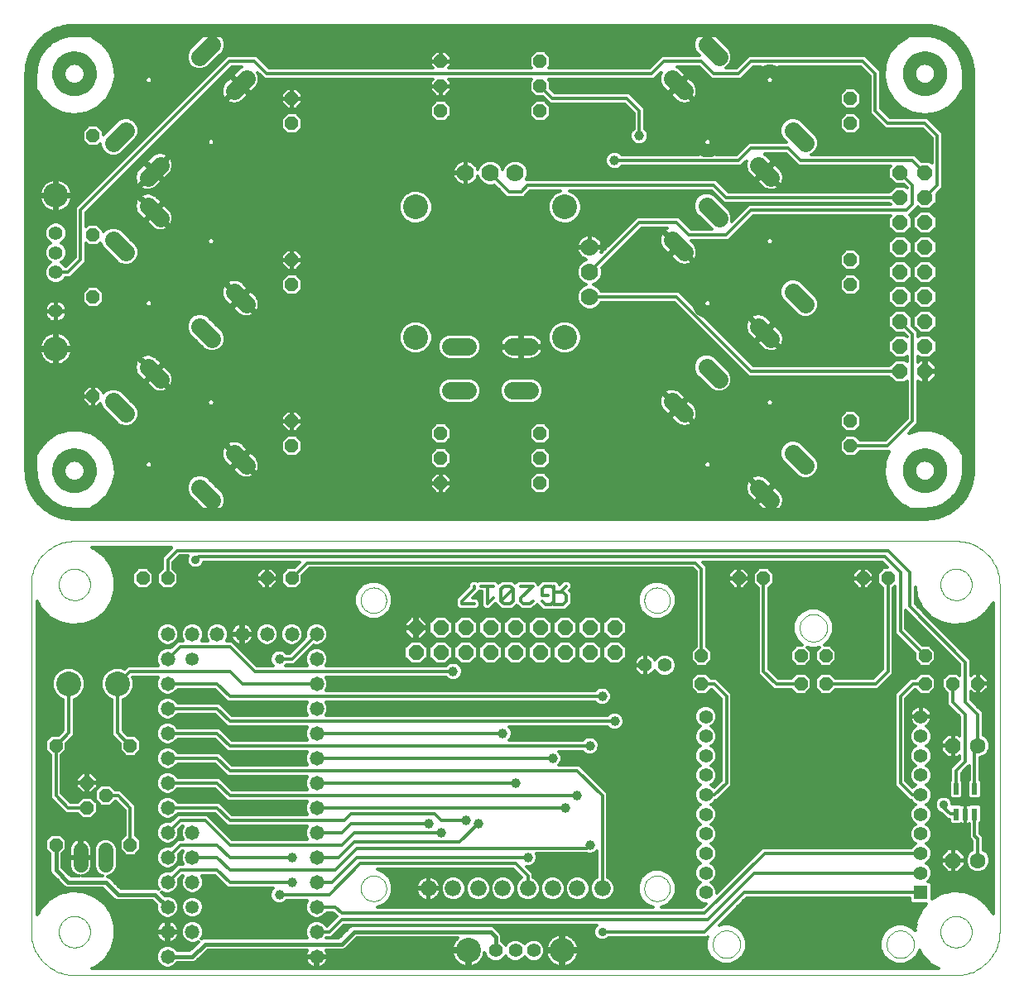
<source format=gtl>
%MOIN*%
%OFA0B0*%
%FSLAX24Y24*%
%IPPOS*%
%LPD*%
%AMOC8*
5,1,8,0,0,$1,202.5*%
%AMCOMP47*
4,1,7,
0.010769530891041008,-0.025999947537547211,
-0.010769530891041013,-0.025999947537547211,
-0.025999947537547211,-0.010769530891041011,
-0.025999947537547211,0.010769530891041013,
-0.010769530891041013,0.025999947537547211,
0.010769530891041011,0.025999947537547214,
0.025999947537547207,0.010769530891041025,
0.025999947537547211,-0.01076953089104102,
0*%
%AMCOMP48*
4,1,7,
0.013047700887222761,-0.031499936439720662,
-0.01304770088722277,-0.031499936439720662,
-0.031499936439720655,-0.013047700887222761,
-0.031499936439720662,0.013047700887222766,
-0.013047700887222763,0.031499936439720655,
0.013047700887222763,0.031499936439720662,
0.031499936439720655,0.013047700887222779,
0.031499936439720655,-0.013047700887222779,
0*%
%AMCOMP49*
4,1,7,
0.012426381797355009,-0.02999993946640063,
-0.012426381797355017,-0.02999993946640063,
-0.02999993946640063,-0.01242638179735501,
-0.02999993946640063,0.012426381797355017,
-0.012426381797355012,0.02999993946640063,
0.012426381797355014,0.02999993946640063,
0.029999939466400626,0.012426381797355028,
0.02999993946640063,-0.012426381797355026,
0*%
%AMOC80*
5,1,8,0,0,$1,-67.5*%
%AMCOMP570*
4,1,7,
0.025999947537547211,0.010769530891041013,
0.025999947537547211,-0.010769530891041008,
0.010769530891041013,-0.025999947537547211,
-0.010769530891041008,-0.025999947537547211,
-0.025999947537547211,-0.010769530891041016,
-0.025999947537547214,0.010769530891041004,
-0.010769530891041032,0.025999947537547207,
0.010769530891041013,0.025999947537547211,
0*%
%AMCOMP580*
4,1,7,
0.02999993946640063,0.012426381797355014,
0.02999993946640063,-0.01242638179735501,
0.012426381797355017,-0.02999993946640063,
-0.01242638179735501,-0.02999993946640063,
-0.02999993946640063,-0.012426381797355019,
-0.02999993946640063,0.012426381797355009,
-0.012426381797355035,0.029999939466400626,
0.012426381797355019,0.02999993946640063,
0*%
%ADD10C,0*%
%ADD11C,0.056000000841035624*%
%ADD12R,0.056000000841035624X0.056000000841035624*%
%ADD13C,0.058000000871072613*%
%AMCOMP71*
4,1,7,
0.010769530891041008,-0.025999947537547211,
-0.010769530891041013,-0.025999947537547211,
-0.025999947537547211,-0.010769530891041011,
-0.025999947537547211,0.010769530891041013,
-0.010769530891041013,0.025999947537547211,
0.010769530891041011,0.025999947537547214,
0.025999947537547207,0.010769530891041025,
0.025999947537547211,-0.01076953089104102,
0*%
%ADD14COMP71,0.052*%
%ADD15C,0.066000000991220553*%
%ADD16R,0.021700000325901306X0.047200000708872883*%
%AMCOMP72*
4,1,7,
0.013047700887222761,-0.031499936439720662,
-0.01304770088722277,-0.031499936439720662,
-0.031499936439720655,-0.013047700887222761,
-0.031499936439720662,0.013047700887222766,
-0.013047700887222763,0.031499936439720655,
0.013047700887222763,0.031499936439720662,
0.031499936439720655,0.013047700887222779,
0.031499936439720655,-0.013047700887222779,
0*%
%ADD17COMP72,0.063*%
%ADD18C,0.063000000946165077*%
%ADD19C,0.10000000150184935*%
%ADD20C,0.012000000180221921*%
%AMCOMP73*
4,1,7,
0.012426381797355009,-0.02999993946640063,
-0.012426381797355017,-0.02999993946640063,
-0.02999993946640063,-0.01242638179735501,
-0.02999993946640063,0.012426381797355017,
-0.012426381797355012,0.02999993946640063,
0.012426381797355014,0.02999993946640063,
0.029999939466400626,0.012426381797355028,
0.02999993946640063,-0.012426381797355026,
0*%
%ADD21COMP73,0.06*%
%ADD22C,0.0594000008920985*%
%ADD23C,0.039600000594732343*%
%ADD24C,0.035700000536160216*%
%ADD25C,0.016000000240295895*%
%ADD26C,0.053100000797482*%
%ADD37C,0*%
%ADD38C,0.10000000150184935*%
%ADD39C,0.070000001051294544*%
%ADD40C,0.070000001051294544*%
%AMCOMP74*
4,1,7,
0.025999947537547211,0.010769530891041013,
0.025999947537547211,-0.010769530891041008,
0.010769530891041013,-0.025999947537547211,
-0.010769530891041008,-0.025999947537547211,
-0.025999947537547211,-0.010769530891041016,
-0.025999947537547214,0.010769530891041004,
-0.010769530891041032,0.025999947537547207,
0.010769530891041013,0.025999947537547211,
0*%
%ADD41COMP74,0.052*%
%ADD42C,0.070500001058803774*%
%ADD43C,0.056000000841035624*%
%AMCOMP75*
4,1,7,
0.02999993946640063,0.012426381797355014,
0.02999993946640063,-0.01242638179735501,
0.012426381797355017,-0.02999993946640063,
-0.01242638179735501,-0.02999993946640063,
-0.02999993946640063,-0.012426381797355019,
-0.02999993946640063,0.012426381797355009,
-0.012426381797355035,0.029999939466400626,
0.012426381797355019,0.02999993946640063,
0*%
%ADD44COMP75,0.06*%
%ADD45C,0.012000000180221921*%
%ADD46C,0.039600000594732343*%
G75*
%LPD*%
D10*
X037345Y017463D02*
X001844Y017463D01*
X002475Y015713D02*
X002473Y015663D01*
X002467Y015613D01*
X002457Y015564D01*
X002443Y015516D01*
X002426Y015469D01*
X002405Y015424D01*
X002380Y015380D01*
X002352Y015339D01*
X002320Y015300D01*
X002286Y015263D01*
X002249Y015229D01*
X002209Y015199D01*
X002167Y015172D01*
X002123Y015148D01*
X002077Y015127D01*
X002030Y015111D01*
X001981Y015098D01*
X001932Y015088D01*
X001882Y015084D01*
X001832Y015083D01*
X001782Y015086D01*
X001733Y015093D01*
X001684Y015104D01*
X001636Y015119D01*
X001590Y015137D01*
X001545Y015159D01*
X001502Y015185D01*
X001461Y015214D01*
X001422Y015245D01*
X001386Y015281D01*
X001354Y015319D01*
X001324Y015359D01*
X001297Y015402D01*
X001274Y015446D01*
X001255Y015491D01*
X001239Y015540D01*
X001227Y015589D01*
X001219Y015638D01*
X001215Y015688D01*
X001215Y015738D01*
X001219Y015788D01*
X001227Y015837D01*
X001239Y015886D01*
X001255Y015934D01*
X001274Y015980D01*
X001297Y016024D01*
X001324Y016067D01*
X001354Y016107D01*
X001386Y016145D01*
X001422Y016180D01*
X001461Y016212D01*
X001502Y016240D01*
X001545Y016267D01*
X001590Y016289D01*
X001636Y016306D01*
X001684Y016322D01*
X001733Y016333D01*
X001782Y016339D01*
X001832Y016343D01*
X001882Y016342D01*
X001932Y016337D01*
X001981Y016328D01*
X002030Y016315D01*
X002077Y016298D01*
X002123Y016277D01*
X002167Y016254D01*
X002209Y016227D01*
X002249Y016197D01*
X002286Y016163D01*
X002320Y016126D01*
X002352Y016087D01*
X002380Y016046D01*
X002405Y016002D01*
X002426Y015956D01*
X002443Y015910D01*
X002457Y015862D01*
X002467Y015813D01*
X002473Y015763D01*
X002475Y015713D01*
X001844Y017463D02*
X001761Y017460D01*
X001678Y017455D01*
X001596Y017445D01*
X001514Y017431D01*
X001432Y017414D01*
X001351Y017392D01*
X001273Y017367D01*
X001195Y017338D01*
X001118Y017305D01*
X001043Y017268D01*
X000970Y017229D01*
X000898Y017185D01*
X000830Y017139D01*
X000763Y017089D01*
X000699Y017036D01*
X000637Y016980D01*
X000578Y016921D01*
X000522Y016859D01*
X000468Y016795D01*
X000419Y016728D01*
X000373Y016659D01*
X000329Y016588D01*
X000290Y016515D01*
X000253Y016440D01*
X000220Y016362D01*
X000191Y016285D01*
X000166Y016206D01*
X000144Y016126D01*
X000127Y016044D01*
X000112Y015962D01*
X000102Y015878D01*
X000097Y015795D01*
X000095Y015713D01*
X000095Y001713D01*
X002475Y001713D02*
X002473Y001662D01*
X002467Y001613D01*
X002457Y001564D01*
X002443Y001516D01*
X002426Y001469D01*
X002405Y001424D01*
X002380Y001380D01*
X002352Y001339D01*
X002320Y001300D01*
X002286Y001263D01*
X002249Y001229D01*
X002209Y001199D01*
X002167Y001172D01*
X002123Y001148D01*
X002077Y001127D01*
X002030Y001111D01*
X001981Y001098D01*
X001932Y001089D01*
X001882Y001084D01*
X001832Y001083D01*
X001782Y001086D01*
X001733Y001093D01*
X001684Y001104D01*
X001636Y001119D01*
X001590Y001137D01*
X001545Y001159D01*
X001502Y001185D01*
X001461Y001214D01*
X001422Y001246D01*
X001386Y001281D01*
X001354Y001319D01*
X001324Y001359D01*
X001297Y001402D01*
X001274Y001446D01*
X001255Y001492D01*
X001239Y001540D01*
X001227Y001589D01*
X001219Y001638D01*
X001215Y001688D01*
X001215Y001738D01*
X001219Y001787D01*
X001227Y001836D01*
X001239Y001886D01*
X001255Y001933D01*
X001274Y001980D01*
X001297Y002024D01*
X001324Y002067D01*
X001354Y002107D01*
X001386Y002145D01*
X001422Y002180D01*
X001461Y002212D01*
X001502Y002241D01*
X001545Y002267D01*
X001590Y002289D01*
X001636Y002307D01*
X001684Y002322D01*
X001733Y002333D01*
X001782Y002340D01*
X001832Y002343D01*
X001882Y002342D01*
X001932Y002337D01*
X001981Y002328D01*
X002030Y002315D01*
X002077Y002299D01*
X002123Y002278D01*
X002167Y002254D01*
X002209Y002227D01*
X002249Y002197D01*
X002286Y002163D01*
X002320Y002126D01*
X002352Y002087D01*
X002380Y002046D01*
X002405Y002002D01*
X002426Y001957D01*
X002443Y001910D01*
X002457Y001862D01*
X002467Y001813D01*
X002473Y001763D01*
X002475Y001713D01*
X001844Y-000036D02*
X001761Y-000034D01*
X001678Y-000027D01*
X001596Y-000018D01*
X001514Y-000004D01*
X001432Y000011D01*
X001351Y000034D01*
X001273Y000059D01*
X001195Y000088D01*
X001118Y000120D01*
X001043Y000158D01*
X000970Y000197D01*
X000898Y000241D01*
X000830Y000287D01*
X000763Y000337D01*
X000699Y000390D01*
X000637Y000445D01*
X000578Y000505D01*
X000522Y000567D01*
X000468Y000631D01*
X000419Y000698D01*
X000373Y000767D01*
X000329Y000838D01*
X000290Y000910D01*
X000253Y000985D01*
X000220Y001063D01*
X000191Y001141D01*
X000166Y001220D01*
X000144Y001300D01*
X000127Y001382D01*
X000112Y001464D01*
X000102Y001547D01*
X000097Y001630D01*
X000095Y001713D01*
X001844Y-000036D02*
X037345Y-000036D01*
X035645Y001213D02*
X035644Y001166D01*
X035637Y001120D01*
X035628Y001074D01*
X035615Y001029D01*
X035597Y000985D01*
X035576Y000944D01*
X035552Y000903D01*
X035524Y000867D01*
X035493Y000831D01*
X035459Y000799D01*
X035423Y000770D01*
X035384Y000743D01*
X035343Y000721D01*
X035300Y000702D01*
X035256Y000686D01*
X035211Y000674D01*
X035165Y000666D01*
X035118Y000662D01*
X035072Y000662D01*
X035025Y000666D01*
X034979Y000674D01*
X034934Y000686D01*
X034890Y000702D01*
X034847Y000721D01*
X034806Y000743D01*
X034767Y000770D01*
X034731Y000799D01*
X034696Y000831D01*
X034666Y000867D01*
X034638Y000903D01*
X034614Y000944D01*
X034592Y000985D01*
X034575Y001029D01*
X034562Y001074D01*
X034552Y001120D01*
X034546Y001166D01*
X034544Y001213D01*
X034546Y001260D01*
X034552Y001306D01*
X034562Y001351D01*
X034575Y001397D01*
X034592Y001440D01*
X034614Y001482D01*
X034638Y001522D01*
X034666Y001559D01*
X034696Y001593D01*
X034731Y001627D01*
X034767Y001655D01*
X034806Y001681D01*
X034847Y001705D01*
X034890Y001723D01*
X034934Y001739D01*
X034979Y001752D01*
X035025Y001760D01*
X035072Y001764D01*
X035118Y001764D01*
X035165Y001760D01*
X035211Y001752D01*
X035256Y001739D01*
X035300Y001723D01*
X035343Y001705D01*
X035384Y001681D01*
X035423Y001655D01*
X035459Y001627D01*
X035493Y001593D01*
X035524Y001559D01*
X035552Y001522D01*
X035576Y001482D01*
X035597Y001440D01*
X035615Y001397D01*
X035628Y001351D01*
X035637Y001306D01*
X035644Y001260D01*
X035645Y001213D01*
X037975Y001713D02*
X037973Y001662D01*
X037967Y001613D01*
X037957Y001564D01*
X037943Y001516D01*
X037926Y001469D01*
X037905Y001424D01*
X037880Y001380D01*
X037852Y001339D01*
X037820Y001300D01*
X037786Y001263D01*
X037749Y001229D01*
X037709Y001199D01*
X037667Y001172D01*
X037623Y001148D01*
X037577Y001127D01*
X037530Y001111D01*
X037482Y001098D01*
X037432Y001089D01*
X037383Y001084D01*
X037332Y001083D01*
X037282Y001086D01*
X037233Y001093D01*
X037184Y001104D01*
X037136Y001119D01*
X037089Y001137D01*
X037045Y001159D01*
X037002Y001185D01*
X036961Y001214D01*
X036922Y001246D01*
X036886Y001281D01*
X036853Y001319D01*
X036824Y001359D01*
X036797Y001402D01*
X036774Y001446D01*
X036755Y001492D01*
X036739Y001540D01*
X036727Y001589D01*
X036719Y001638D01*
X036715Y001688D01*
X036715Y001738D01*
X036719Y001787D01*
X036727Y001836D01*
X036739Y001886D01*
X036755Y001933D01*
X036774Y001980D01*
X036797Y002024D01*
X036824Y002067D01*
X036853Y002107D01*
X036886Y002145D01*
X036922Y002180D01*
X036961Y002212D01*
X037002Y002241D01*
X037045Y002267D01*
X037089Y002289D01*
X037136Y002307D01*
X037184Y002322D01*
X037233Y002333D01*
X037282Y002340D01*
X037332Y002343D01*
X037383Y002342D01*
X037432Y002337D01*
X037482Y002328D01*
X037530Y002315D01*
X037577Y002299D01*
X037623Y002278D01*
X037667Y002254D01*
X037709Y002227D01*
X037749Y002197D01*
X037786Y002163D01*
X037820Y002126D01*
X037852Y002087D01*
X037880Y002046D01*
X037905Y002002D01*
X037926Y001957D01*
X037943Y001910D01*
X037957Y001862D01*
X037967Y001813D01*
X037973Y001763D01*
X037975Y001713D01*
X039095Y001713D02*
X039093Y001630D01*
X039087Y001547D01*
X039077Y001464D01*
X039063Y001382D01*
X039045Y001300D01*
X039024Y001220D01*
X038999Y001141D01*
X038970Y001063D01*
X038937Y000985D01*
X038900Y000910D01*
X038861Y000838D01*
X038817Y000767D01*
X038771Y000698D01*
X038721Y000631D01*
X038668Y000567D01*
X038612Y000505D01*
X038553Y000445D01*
X038491Y000390D01*
X038427Y000337D01*
X038360Y000287D01*
X038291Y000241D01*
X038220Y000197D01*
X038147Y000158D01*
X038072Y000120D01*
X037995Y000088D01*
X037917Y000059D01*
X037837Y000034D01*
X037758Y000011D01*
X037676Y-000004D01*
X037593Y-000018D01*
X037511Y-000027D01*
X037428Y-000034D01*
X037345Y-000036D01*
X039095Y001713D02*
X039095Y015713D01*
X037975Y015713D02*
X037973Y015663D01*
X037967Y015613D01*
X037957Y015564D01*
X037943Y015516D01*
X037926Y015469D01*
X037905Y015424D01*
X037880Y015380D01*
X037852Y015339D01*
X037820Y015300D01*
X037786Y015263D01*
X037749Y015229D01*
X037709Y015199D01*
X037667Y015172D01*
X037623Y015148D01*
X037577Y015127D01*
X037530Y015111D01*
X037482Y015098D01*
X037432Y015088D01*
X037383Y015084D01*
X037332Y015083D01*
X037282Y015086D01*
X037233Y015093D01*
X037184Y015104D01*
X037136Y015119D01*
X037089Y015137D01*
X037045Y015159D01*
X037002Y015185D01*
X036961Y015214D01*
X036922Y015245D01*
X036886Y015281D01*
X036853Y015319D01*
X036824Y015359D01*
X036797Y015402D01*
X036774Y015446D01*
X036755Y015491D01*
X036739Y015540D01*
X036727Y015589D01*
X036719Y015638D01*
X036715Y015688D01*
X036715Y015738D01*
X036719Y015788D01*
X036727Y015837D01*
X036739Y015886D01*
X036755Y015934D01*
X036774Y015980D01*
X036797Y016024D01*
X036824Y016067D01*
X036853Y016107D01*
X036886Y016145D01*
X036922Y016180D01*
X036961Y016212D01*
X037002Y016240D01*
X037045Y016267D01*
X037089Y016289D01*
X037136Y016306D01*
X037184Y016322D01*
X037233Y016333D01*
X037282Y016339D01*
X037332Y016343D01*
X037383Y016342D01*
X037432Y016337D01*
X037482Y016328D01*
X037530Y016315D01*
X037577Y016298D01*
X037623Y016277D01*
X037667Y016254D01*
X037709Y016227D01*
X037749Y016197D01*
X037786Y016163D01*
X037820Y016126D01*
X037852Y016087D01*
X037880Y016046D01*
X037905Y016002D01*
X037926Y015956D01*
X037943Y015910D01*
X037957Y015862D01*
X037967Y015813D01*
X037973Y015763D01*
X037975Y015713D01*
X039095Y015713D02*
X039093Y015795D01*
X039087Y015878D01*
X039077Y015962D01*
X039063Y016044D01*
X039045Y016126D01*
X039024Y016206D01*
X038999Y016285D01*
X038970Y016362D01*
X038937Y016440D01*
X038900Y016515D01*
X038861Y016588D01*
X038817Y016659D01*
X038771Y016728D01*
X038721Y016795D01*
X038668Y016859D01*
X038612Y016921D01*
X038553Y016980D01*
X038491Y017036D01*
X038427Y017089D01*
X038360Y017139D01*
X038291Y017185D01*
X038220Y017229D01*
X038147Y017268D01*
X038072Y017305D01*
X037995Y017338D01*
X037917Y017367D01*
X037837Y017392D01*
X037758Y017414D01*
X037676Y017431D01*
X037593Y017445D01*
X037511Y017455D01*
X037428Y017460D01*
X037345Y017463D01*
X032146Y013963D02*
X032144Y013915D01*
X032138Y013870D01*
X032128Y013824D01*
X032115Y013778D01*
X032097Y013735D01*
X032075Y013694D01*
X032052Y013654D01*
X032024Y013617D01*
X031993Y013582D01*
X031959Y013549D01*
X031923Y013520D01*
X031884Y013493D01*
X031843Y013471D01*
X031800Y013452D01*
X031756Y013435D01*
X031711Y013423D01*
X031664Y013415D01*
X031618Y013412D01*
X031572Y013412D01*
X031525Y013415D01*
X031479Y013423D01*
X031434Y013435D01*
X031389Y013452D01*
X031347Y013471D01*
X031306Y013493D01*
X031267Y013520D01*
X031231Y013549D01*
X031196Y013582D01*
X031166Y013617D01*
X031138Y013654D01*
X031114Y013694D01*
X031093Y013735D01*
X031075Y013778D01*
X031062Y013824D01*
X031052Y013870D01*
X031046Y013915D01*
X031044Y013963D01*
X031046Y014010D01*
X031052Y014056D01*
X031062Y014101D01*
X031075Y014147D01*
X031093Y014190D01*
X031114Y014232D01*
X031138Y014271D01*
X031166Y014309D01*
X031196Y014343D01*
X031231Y014377D01*
X031267Y014406D01*
X031306Y014432D01*
X031347Y014455D01*
X031389Y014474D01*
X031434Y014490D01*
X031479Y014502D01*
X031525Y014510D01*
X031572Y014513D01*
X031618Y014513D01*
X031664Y014510D01*
X031711Y014502D01*
X031756Y014490D01*
X031800Y014474D01*
X031843Y014455D01*
X031884Y014432D01*
X031923Y014406D01*
X031959Y014377D01*
X031993Y014343D01*
X032024Y014309D01*
X032052Y014271D01*
X032075Y014232D01*
X032097Y014190D01*
X032115Y014147D01*
X032128Y014101D01*
X032138Y014056D01*
X032144Y014010D01*
X032146Y013963D01*
X025816Y015077D02*
X025814Y015032D01*
X025808Y014988D01*
X025798Y014943D01*
X025785Y014902D01*
X025767Y014861D01*
X025747Y014821D01*
X025722Y014783D01*
X025696Y014748D01*
X025666Y014715D01*
X025633Y014685D01*
X025598Y014658D01*
X025560Y014634D01*
X025519Y014613D01*
X025479Y014596D01*
X025437Y014581D01*
X025393Y014573D01*
X025349Y014567D01*
X025304Y014564D01*
X025259Y014567D01*
X025215Y014573D01*
X025171Y014581D01*
X025129Y014596D01*
X025088Y014613D01*
X025048Y014634D01*
X025010Y014658D01*
X024975Y014685D01*
X024942Y014715D01*
X024912Y014748D01*
X024885Y014783D01*
X024861Y014821D01*
X024840Y014861D01*
X024823Y014902D01*
X024809Y014943D01*
X024800Y014988D01*
X024794Y015032D01*
X024792Y015077D01*
X024794Y015121D01*
X024800Y015166D01*
X024809Y015209D01*
X024823Y015251D01*
X024840Y015293D01*
X024861Y015332D01*
X024885Y015371D01*
X024912Y015406D01*
X024942Y015439D01*
X024975Y015469D01*
X025010Y015496D01*
X025048Y015520D01*
X025088Y015541D01*
X025129Y015558D01*
X025171Y015572D01*
X025215Y015581D01*
X025259Y015587D01*
X025304Y015589D01*
X025349Y015587D01*
X025393Y015581D01*
X025437Y015572D01*
X025479Y015558D01*
X025519Y015541D01*
X025560Y015520D01*
X025598Y015496D01*
X025633Y015469D01*
X025666Y015439D01*
X025696Y015406D01*
X025722Y015371D01*
X025747Y015332D01*
X025767Y015293D01*
X025785Y015251D01*
X025798Y015209D01*
X025808Y015166D01*
X025814Y015121D01*
X025816Y015077D01*
X014399Y015077D02*
X014397Y015032D01*
X014391Y014988D01*
X014382Y014943D01*
X014368Y014902D01*
X014351Y014861D01*
X014330Y014821D01*
X014306Y014783D01*
X014279Y014748D01*
X014249Y014715D01*
X014215Y014685D01*
X014181Y014658D01*
X014142Y014634D01*
X014103Y014613D01*
X014061Y014596D01*
X014020Y014581D01*
X013975Y014573D01*
X013932Y014567D01*
X013887Y014564D01*
X013842Y014567D01*
X013797Y014573D01*
X013754Y014581D01*
X013712Y014596D01*
X013671Y014613D01*
X013631Y014634D01*
X013593Y014658D01*
X013557Y014685D01*
X013525Y014715D01*
X013495Y014748D01*
X013468Y014783D01*
X013444Y014821D01*
X013423Y014861D01*
X013406Y014902D01*
X013392Y014943D01*
X013383Y014988D01*
X013376Y015032D01*
X013375Y015077D01*
X013376Y015121D01*
X013383Y015166D01*
X013392Y015209D01*
X013406Y015251D01*
X013423Y015293D01*
X013444Y015332D01*
X013468Y015371D01*
X013495Y015406D01*
X013525Y015439D01*
X013557Y015469D01*
X013593Y015496D01*
X013631Y015520D01*
X013671Y015541D01*
X013712Y015558D01*
X013754Y015572D01*
X013797Y015581D01*
X013842Y015587D01*
X013887Y015589D01*
X013932Y015587D01*
X013975Y015581D01*
X014020Y015572D01*
X014061Y015558D01*
X014103Y015541D01*
X014142Y015520D01*
X014181Y015496D01*
X014215Y015469D01*
X014249Y015439D01*
X014279Y015406D01*
X014306Y015371D01*
X014330Y015332D01*
X014351Y015293D01*
X014368Y015251D01*
X014382Y015209D01*
X014391Y015166D01*
X014397Y015121D01*
X014399Y015077D01*
X014399Y003462D02*
X014397Y003417D01*
X014391Y003373D01*
X014382Y003330D01*
X014368Y003288D01*
X014351Y003247D01*
X014330Y003207D01*
X014306Y003169D01*
X014279Y003134D01*
X014249Y003101D01*
X014215Y003071D01*
X014181Y003044D01*
X014142Y003020D01*
X014103Y002999D01*
X014061Y002982D01*
X014020Y002968D01*
X013975Y002959D01*
X013932Y002953D01*
X013887Y002950D01*
X013842Y002953D01*
X013797Y002959D01*
X013754Y002968D01*
X013712Y002982D01*
X013671Y002999D01*
X013631Y003020D01*
X013593Y003044D01*
X013557Y003071D01*
X013525Y003101D01*
X013495Y003134D01*
X013468Y003169D01*
X013444Y003207D01*
X013423Y003247D01*
X013406Y003288D01*
X013392Y003330D01*
X013383Y003373D01*
X013376Y003417D01*
X013375Y003462D01*
X013376Y003507D01*
X013383Y003552D01*
X013392Y003595D01*
X013406Y003638D01*
X013423Y003679D01*
X013444Y003719D01*
X013468Y003757D01*
X013495Y003792D01*
X013525Y003825D01*
X013557Y003855D01*
X013593Y003882D01*
X013631Y003906D01*
X013671Y003927D01*
X013712Y003943D01*
X013754Y003958D01*
X013797Y003967D01*
X013842Y003973D01*
X013887Y003975D01*
X013932Y003973D01*
X013975Y003967D01*
X014020Y003958D01*
X014061Y003943D01*
X014103Y003927D01*
X014142Y003906D01*
X014181Y003882D01*
X014215Y003855D01*
X014249Y003825D01*
X014279Y003792D01*
X014306Y003757D01*
X014330Y003719D01*
X014351Y003679D01*
X014368Y003638D01*
X014382Y003595D01*
X014391Y003552D01*
X014397Y003507D01*
X014399Y003462D01*
X025816Y003462D02*
X025814Y003417D01*
X025808Y003373D01*
X025798Y003330D01*
X025785Y003288D01*
X025767Y003247D01*
X025747Y003207D01*
X025722Y003169D01*
X025696Y003134D01*
X025666Y003101D01*
X025633Y003071D01*
X025598Y003044D01*
X025560Y003020D01*
X025519Y002999D01*
X025479Y002982D01*
X025437Y002968D01*
X025393Y002959D01*
X025349Y002953D01*
X025304Y002950D01*
X025259Y002953D01*
X025215Y002959D01*
X025171Y002968D01*
X025129Y002982D01*
X025088Y002999D01*
X025048Y003020D01*
X025010Y003044D01*
X024975Y003071D01*
X024942Y003101D01*
X024912Y003134D01*
X024885Y003169D01*
X024861Y003207D01*
X024840Y003247D01*
X024823Y003288D01*
X024809Y003330D01*
X024800Y003373D01*
X024794Y003417D01*
X024792Y003462D01*
X024794Y003507D01*
X024800Y003552D01*
X024809Y003595D01*
X024823Y003638D01*
X024840Y003679D01*
X024861Y003719D01*
X024885Y003757D01*
X024912Y003792D01*
X024942Y003825D01*
X024975Y003855D01*
X025010Y003882D01*
X025048Y003906D01*
X025088Y003927D01*
X025129Y003943D01*
X025171Y003958D01*
X025215Y003967D01*
X025259Y003973D01*
X025304Y003975D01*
X025349Y003973D01*
X025393Y003967D01*
X025437Y003958D01*
X025479Y003943D01*
X025519Y003927D01*
X025560Y003906D01*
X025598Y003882D01*
X025633Y003855D01*
X025666Y003825D01*
X025696Y003792D01*
X025722Y003757D01*
X025747Y003719D01*
X025767Y003679D01*
X025785Y003638D01*
X025798Y003595D01*
X025808Y003552D01*
X025814Y003507D01*
X025816Y003462D01*
X028645Y001213D02*
X028644Y001166D01*
X028638Y001120D01*
X028628Y001074D01*
X028615Y001029D01*
X028597Y000985D01*
X028576Y000944D01*
X028551Y000903D01*
X028524Y000867D01*
X028493Y000831D01*
X028459Y000799D01*
X028423Y000770D01*
X028384Y000743D01*
X028343Y000721D01*
X028299Y000702D01*
X028256Y000686D01*
X028211Y000674D01*
X028165Y000666D01*
X028118Y000662D01*
X028071Y000662D01*
X028024Y000666D01*
X027979Y000674D01*
X027934Y000686D01*
X027890Y000702D01*
X027847Y000721D01*
X027806Y000743D01*
X027767Y000770D01*
X027731Y000799D01*
X027697Y000831D01*
X027666Y000867D01*
X027638Y000903D01*
X027614Y000944D01*
X027593Y000985D01*
X027575Y001029D01*
X027562Y001074D01*
X027552Y001120D01*
X027546Y001166D01*
X027544Y001213D01*
X027546Y001260D01*
X027552Y001306D01*
X027562Y001351D01*
X027575Y001397D01*
X027593Y001440D01*
X027614Y001482D01*
X027638Y001522D01*
X027666Y001559D01*
X027697Y001593D01*
X027731Y001627D01*
X027767Y001655D01*
X027806Y001681D01*
X027847Y001705D01*
X027890Y001723D01*
X027934Y001739D01*
X027979Y001752D01*
X028024Y001760D01*
X028071Y001764D01*
X028118Y001764D01*
X028165Y001760D01*
X028211Y001752D01*
X028256Y001739D01*
X028299Y001723D01*
X028343Y001705D01*
X028384Y001681D01*
X028423Y001655D01*
X028459Y001627D01*
X028493Y001593D01*
X028524Y001559D01*
X028551Y001522D01*
X028576Y001482D01*
X028597Y001440D01*
X028615Y001397D01*
X028628Y001351D01*
X028638Y001306D01*
X028644Y001260D01*
X028645Y001213D01*
D11*
X027265Y003296D03*
X027265Y004084D03*
X027265Y004872D03*
X027265Y005659D03*
X027265Y006447D03*
X027265Y007235D03*
X027265Y008022D03*
X027265Y008809D03*
X027265Y009597D03*
X027265Y010384D03*
X025614Y012463D03*
X024827Y012463D03*
X035926Y010384D03*
X035926Y009597D03*
X035926Y008809D03*
X035926Y008022D03*
X035926Y007235D03*
X035926Y006447D03*
X035926Y005659D03*
X035926Y004872D03*
X035926Y004084D03*
X020343Y000963D03*
X019595Y000963D03*
X018808Y000963D03*
D12*
X035926Y003296D03*
D13*
X011595Y003713D03*
X011595Y004713D03*
X011595Y005713D03*
X011595Y006712D03*
X011595Y007712D03*
X011595Y008713D03*
X011595Y009713D03*
X011595Y010713D03*
X011595Y011713D03*
X011595Y012713D03*
X011595Y013713D03*
X010595Y013713D03*
X009595Y013713D03*
X008595Y013713D03*
X007594Y013713D03*
X006594Y013713D03*
X005595Y013713D03*
X005595Y012713D03*
X005595Y011713D03*
X005595Y010713D03*
X005595Y009713D03*
X005595Y008713D03*
X005595Y007712D03*
X005595Y006712D03*
X005595Y005713D03*
X006594Y005713D03*
X006594Y004713D03*
X005595Y004713D03*
X005595Y003713D03*
X006594Y003713D03*
X005595Y002713D03*
X005595Y001713D03*
X006594Y001713D03*
X005595Y000713D03*
X011595Y000713D03*
X011595Y001713D03*
X011595Y002713D03*
D14*
X004094Y005213D03*
X002345Y006712D03*
X003095Y007213D03*
X002345Y007712D03*
X001095Y009213D03*
X004094Y009213D03*
X001095Y005213D03*
X004595Y015963D03*
X005595Y015963D03*
X009595Y015963D03*
X010595Y015963D03*
X027094Y012838D03*
X027094Y011713D03*
X031095Y011713D03*
X032095Y011713D03*
X032095Y012838D03*
X031095Y012838D03*
X036095Y012838D03*
X036095Y011713D03*
X037220Y011713D03*
X038220Y011713D03*
X034595Y015963D03*
X033595Y015963D03*
X029594Y015963D03*
X028595Y015963D03*
D15*
X023095Y003462D03*
X022094Y003462D03*
X021095Y003462D03*
X020095Y003462D03*
X019094Y003462D03*
X018095Y003462D03*
X017094Y003462D03*
X016095Y003462D03*
D16*
X037345Y006451D03*
X037720Y006451D03*
X038094Y006451D03*
X038094Y007475D03*
X037345Y007475D03*
D17*
X037220Y009213D03*
X037220Y004588D03*
D18*
X038220Y004588D03*
X038220Y009213D03*
D19*
X021485Y000963D03*
X017706Y000963D03*
X003580Y011713D03*
X001610Y011713D03*
D20*
X001610Y009729D01*
X001095Y009213D01*
X001095Y007213D01*
X001594Y006712D01*
X002345Y006712D01*
X002051Y006399D02*
X000354Y006399D01*
X000354Y006516D02*
X001466Y006516D01*
X001500Y006483D02*
X001967Y006483D01*
X002167Y006283D01*
X002524Y006283D01*
X002775Y006534D01*
X002775Y006891D01*
X002524Y007143D01*
X002167Y007143D01*
X001967Y006943D01*
X001691Y006943D01*
X001325Y007308D01*
X001325Y008835D01*
X001525Y009035D01*
X001525Y009318D01*
X001841Y009633D01*
X001841Y009824D01*
X001841Y011083D01*
X001991Y011145D01*
X002179Y011333D01*
X002281Y011580D01*
X002281Y011846D01*
X002179Y012092D01*
X001991Y012281D01*
X001744Y012383D01*
X001477Y012383D01*
X001232Y012281D01*
X001043Y012092D01*
X000941Y011846D01*
X000941Y011580D01*
X001043Y011333D01*
X001232Y011145D01*
X001381Y011083D01*
X001381Y009824D01*
X001200Y009643D01*
X000917Y009643D01*
X000665Y009391D01*
X000665Y009035D01*
X000864Y008835D01*
X000864Y007308D01*
X000864Y007118D01*
X001365Y006618D01*
X001500Y006483D01*
X001346Y006636D02*
X000354Y006636D01*
X000354Y006754D02*
X001229Y006754D01*
X001110Y006873D02*
X000354Y006873D01*
X000354Y006992D02*
X000992Y006992D01*
X000872Y007109D02*
X000354Y007109D01*
X000354Y007228D02*
X000864Y007228D01*
X000864Y007347D02*
X000354Y007347D01*
X000354Y007466D02*
X000864Y007466D01*
X000864Y007584D02*
X000354Y007584D01*
X000354Y007703D02*
X000864Y007703D01*
X000864Y007821D02*
X000354Y007821D01*
X000354Y007940D02*
X000864Y007940D01*
X000864Y008058D02*
X000354Y008058D01*
X000354Y008177D02*
X000864Y008177D01*
X000864Y008296D02*
X000354Y008296D01*
X000354Y008414D02*
X000864Y008414D01*
X000864Y008533D02*
X000354Y008533D01*
X000354Y008651D02*
X000864Y008651D01*
X000864Y008770D02*
X000354Y008770D01*
X000354Y008888D02*
X000812Y008888D01*
X000693Y009007D02*
X000354Y009007D01*
X000354Y009125D02*
X000665Y009125D01*
X000665Y009244D02*
X000354Y009244D01*
X000354Y009362D02*
X000665Y009362D01*
X000755Y009481D02*
X000354Y009481D01*
X000354Y009600D02*
X000874Y009600D01*
X001275Y009718D02*
X000354Y009718D01*
X000354Y009837D02*
X001381Y009837D01*
X001381Y009955D02*
X000354Y009955D01*
X000354Y010074D02*
X001381Y010074D01*
X001381Y010192D02*
X000354Y010192D01*
X000354Y010310D02*
X001381Y010310D01*
X001381Y010429D02*
X000354Y010429D01*
X000354Y010548D02*
X001381Y010548D01*
X001381Y010666D02*
X000354Y010666D01*
X000354Y010785D02*
X001381Y010785D01*
X001381Y010903D02*
X000354Y010903D01*
X000354Y011022D02*
X001381Y011022D01*
X001242Y011141D02*
X000354Y011141D01*
X000354Y011258D02*
X001117Y011258D01*
X001024Y011378D02*
X000354Y011378D01*
X000354Y011496D02*
X000976Y011496D01*
X000941Y011615D02*
X000354Y011615D01*
X000354Y011733D02*
X000941Y011733D01*
X000944Y011852D02*
X000354Y011852D01*
X000354Y011970D02*
X000993Y011970D01*
X001042Y012089D02*
X000354Y012089D01*
X000354Y012206D02*
X001158Y012206D01*
X001341Y012326D02*
X000354Y012326D01*
X000354Y012445D02*
X005213Y012445D01*
X005215Y012443D02*
X004175Y012443D01*
X003983Y012443D01*
X003862Y012321D01*
X003713Y012383D01*
X003445Y012383D01*
X003200Y012281D01*
X003012Y012092D01*
X002910Y011846D01*
X002910Y011580D01*
X003012Y011333D01*
X003200Y011145D01*
X003350Y011083D01*
X003350Y009824D01*
X003350Y009633D01*
X003665Y009318D01*
X003665Y009035D01*
X003917Y008783D01*
X004274Y008783D01*
X004525Y009035D01*
X004525Y009391D01*
X004274Y009643D01*
X003991Y009643D01*
X003810Y009824D01*
X003810Y011083D01*
X003958Y011145D01*
X004148Y011333D01*
X004250Y011580D01*
X004250Y011846D01*
X004193Y011983D01*
X005215Y011983D01*
X005205Y011973D01*
X005135Y011803D01*
X005135Y011621D01*
X005205Y011452D01*
X005335Y011323D01*
X005504Y011253D01*
X005687Y011253D01*
X005856Y011323D01*
X005985Y011452D01*
X005998Y011483D01*
X007499Y011483D01*
X008000Y010983D01*
X008191Y010983D01*
X011215Y010983D01*
X011206Y010973D01*
X011135Y010804D01*
X011135Y010621D01*
X011206Y010451D01*
X011215Y010443D01*
X008191Y010443D01*
X007691Y010943D01*
X007499Y010943D01*
X005998Y010943D01*
X005985Y010973D01*
X005856Y011103D01*
X005687Y011173D01*
X005504Y011173D01*
X005335Y011103D01*
X005205Y010973D01*
X005135Y010804D01*
X005135Y010621D01*
X005205Y010451D01*
X005335Y010323D01*
X005504Y010253D01*
X005687Y010253D01*
X005856Y010323D01*
X005985Y010451D01*
X005998Y010483D01*
X007499Y010483D01*
X008000Y009983D01*
X008191Y009983D01*
X011215Y009983D01*
X011206Y009973D01*
X011135Y009804D01*
X011135Y009621D01*
X011206Y009452D01*
X011215Y009443D01*
X008191Y009443D01*
X007691Y009943D01*
X007499Y009943D01*
X005998Y009943D01*
X005985Y009973D01*
X005856Y010103D01*
X005687Y010173D01*
X005504Y010173D01*
X005335Y010103D01*
X005205Y009973D01*
X005135Y009804D01*
X005135Y009621D01*
X005205Y009452D01*
X005335Y009323D01*
X005504Y009253D01*
X005687Y009253D01*
X005856Y009323D01*
X005985Y009452D01*
X005998Y009483D01*
X007499Y009483D01*
X007864Y009118D01*
X008000Y008983D01*
X011215Y008983D01*
X011206Y008973D01*
X011135Y008804D01*
X011135Y008621D01*
X011206Y008452D01*
X011215Y008443D01*
X008191Y008443D01*
X007691Y008943D01*
X007499Y008943D01*
X005998Y008943D01*
X005985Y008973D01*
X005856Y009103D01*
X005687Y009173D01*
X005504Y009173D01*
X005335Y009103D01*
X005205Y008973D01*
X005135Y008804D01*
X005135Y008621D01*
X005205Y008452D01*
X005335Y008323D01*
X005504Y008253D01*
X005687Y008253D01*
X005856Y008323D01*
X005985Y008452D01*
X005998Y008483D01*
X007499Y008483D01*
X007864Y008118D01*
X008000Y007983D01*
X011215Y007983D01*
X011206Y007973D01*
X011135Y007804D01*
X011135Y007621D01*
X011206Y007452D01*
X011215Y007442D01*
X008191Y007442D01*
X007691Y007943D01*
X007499Y007943D01*
X005998Y007943D01*
X005985Y007973D01*
X005856Y008103D01*
X005687Y008173D01*
X005504Y008173D01*
X005335Y008103D01*
X005205Y007973D01*
X005135Y007804D01*
X005135Y007621D01*
X005205Y007452D01*
X005335Y007322D01*
X005504Y007252D01*
X005687Y007252D01*
X005856Y007322D01*
X005985Y007452D01*
X005998Y007483D01*
X007499Y007483D01*
X007864Y007118D01*
X008000Y006983D01*
X011215Y006983D01*
X011206Y006973D01*
X011135Y006803D01*
X011135Y006620D01*
X011206Y006452D01*
X011215Y006442D01*
X008191Y006442D01*
X007825Y006807D01*
X007691Y006943D01*
X005998Y006943D01*
X005985Y006973D01*
X005856Y007103D01*
X005687Y007173D01*
X005504Y007173D01*
X005335Y007103D01*
X005205Y006973D01*
X005135Y006803D01*
X005135Y006620D01*
X005205Y006452D01*
X005335Y006323D01*
X005504Y006253D01*
X005687Y006253D01*
X005856Y006323D01*
X005985Y006452D01*
X005998Y006483D01*
X007499Y006483D01*
X008000Y005983D01*
X008191Y005983D01*
X011215Y005983D01*
X011206Y005973D01*
X011135Y005804D01*
X011135Y005621D01*
X011206Y005452D01*
X011215Y005443D01*
X008191Y005443D01*
X007325Y006308D01*
X007191Y006442D01*
X006191Y006442D01*
X006000Y006442D01*
X005718Y006160D01*
X005687Y006173D01*
X005504Y006173D01*
X005335Y006102D01*
X005205Y005973D01*
X005135Y005804D01*
X005135Y005621D01*
X005205Y005452D01*
X005335Y005323D01*
X005504Y005253D01*
X005687Y005253D01*
X005856Y005323D01*
X005985Y005452D01*
X006055Y005621D01*
X006055Y005804D01*
X006042Y005835D01*
X006191Y005983D01*
X006215Y005983D01*
X006206Y005973D01*
X006135Y005804D01*
X006135Y005621D01*
X006206Y005452D01*
X006215Y005443D01*
X006000Y005443D01*
X005865Y005308D01*
X005718Y005160D01*
X005687Y005173D01*
X005504Y005173D01*
X005335Y005103D01*
X005205Y004973D01*
X005135Y004804D01*
X005135Y004621D01*
X005205Y004452D01*
X005335Y004323D01*
X005504Y004253D01*
X005687Y004253D01*
X005856Y004323D01*
X005985Y004452D01*
X006055Y004621D01*
X006136Y004621D01*
X006135Y004621D02*
X006206Y004452D01*
X006215Y004443D01*
X006000Y004443D01*
X005865Y004308D01*
X005718Y004160D01*
X005687Y004173D01*
X005504Y004173D01*
X005335Y004103D01*
X005205Y003973D01*
X005135Y003804D01*
X005135Y003621D01*
X005205Y003452D01*
X005230Y003428D01*
X005145Y003462D01*
X005046Y003462D01*
X003699Y003462D01*
X003236Y003925D01*
X003178Y003948D01*
X003187Y003948D01*
X003360Y004020D01*
X003491Y004152D01*
X003562Y004323D01*
X003562Y005103D01*
X003491Y005274D01*
X003360Y005405D01*
X003187Y005477D01*
X003003Y005477D01*
X002831Y005405D01*
X002700Y005274D01*
X002629Y005103D01*
X002629Y004323D01*
X002700Y004152D01*
X002831Y004020D01*
X002970Y003962D01*
X002154Y003962D01*
X002202Y003970D01*
X002271Y003993D01*
X002335Y004025D01*
X002393Y004068D01*
X002444Y004118D01*
X002486Y004177D01*
X002519Y004241D01*
X002541Y004309D01*
X002552Y004380D01*
X002552Y004674D01*
X002134Y004674D01*
X002134Y004751D01*
X002552Y004751D01*
X002552Y005046D01*
X002541Y005117D01*
X002519Y005185D01*
X002486Y005249D01*
X002444Y005306D01*
X002393Y005358D01*
X002335Y005400D01*
X002271Y005433D01*
X002202Y005455D01*
X002134Y005466D01*
X002134Y004752D01*
X002057Y004752D01*
X002057Y005466D01*
X001988Y005455D01*
X001920Y005433D01*
X001855Y005400D01*
X001797Y005358D01*
X001746Y005306D01*
X001705Y005249D01*
X001671Y005185D01*
X001650Y005117D01*
X001639Y005046D01*
X001639Y004751D01*
X002057Y004751D01*
X002057Y004674D01*
X001639Y004674D01*
X001639Y004380D01*
X001650Y004309D01*
X001671Y004241D01*
X001705Y004177D01*
X001746Y004118D01*
X001797Y004068D01*
X001855Y004025D01*
X001920Y003993D01*
X001988Y003970D01*
X002037Y003962D01*
X001699Y003962D01*
X001345Y004316D01*
X001345Y004855D01*
X001525Y005034D01*
X001525Y005391D01*
X001274Y005643D01*
X000917Y005643D01*
X000665Y005391D01*
X000665Y005034D01*
X000845Y004855D01*
X000845Y004163D01*
X000884Y004071D01*
X000954Y004001D01*
X001454Y003501D01*
X001545Y003462D01*
X001645Y003462D01*
X002992Y003462D01*
X003384Y003071D01*
X003454Y003001D01*
X003546Y002963D01*
X004992Y002963D01*
X005140Y002814D01*
X005135Y002804D01*
X005135Y002621D01*
X005205Y002452D01*
X005335Y002323D01*
X005504Y002253D01*
X005687Y002253D01*
X005856Y002323D01*
X005985Y002452D01*
X006055Y002621D01*
X006055Y002804D01*
X005985Y002973D01*
X005856Y003103D01*
X005687Y003172D01*
X005504Y003172D01*
X005493Y003168D01*
X005342Y003320D01*
X005504Y003253D01*
X005687Y003253D01*
X005856Y003323D01*
X005985Y003452D01*
X006055Y003621D01*
X006055Y003804D01*
X006042Y003835D01*
X006191Y003983D01*
X006215Y003983D01*
X006206Y003973D01*
X006135Y003804D01*
X006135Y003621D01*
X006206Y003452D01*
X006334Y003323D01*
X006503Y003253D01*
X006686Y003253D01*
X006856Y003323D01*
X006984Y003452D01*
X007055Y003621D01*
X007055Y003804D01*
X006984Y003973D01*
X006976Y003983D01*
X007499Y003983D01*
X007864Y003618D01*
X008000Y003483D01*
X009845Y003483D01*
X009783Y003421D01*
X009727Y003286D01*
X009727Y003140D01*
X009783Y003004D01*
X009887Y002901D01*
X010022Y002844D01*
X010169Y002844D01*
X010304Y002901D01*
X010386Y002983D01*
X011215Y002983D01*
X011206Y002973D01*
X011135Y002804D01*
X011135Y002621D01*
X011206Y002452D01*
X011335Y002323D01*
X011504Y002253D01*
X011687Y002253D01*
X011856Y002323D01*
X011984Y002452D01*
X011998Y002483D01*
X012250Y002483D01*
X012395Y002338D01*
X012365Y002308D01*
X012000Y001943D01*
X011998Y001943D01*
X011984Y001973D01*
X011856Y002103D01*
X011687Y002173D01*
X011504Y002173D01*
X011335Y002103D01*
X011206Y001973D01*
X011135Y001804D01*
X011135Y001621D01*
X011201Y001463D01*
X007145Y001463D01*
X007045Y001463D01*
X006961Y001428D01*
X006984Y001452D01*
X007055Y001621D01*
X007055Y001804D01*
X006984Y001973D01*
X006856Y002103D01*
X006686Y002173D01*
X006503Y002173D01*
X006334Y002103D01*
X006206Y001973D01*
X006135Y001804D01*
X006135Y001621D01*
X006206Y001452D01*
X006334Y001323D01*
X006503Y001253D01*
X006686Y001253D01*
X006848Y001320D01*
X006492Y000963D01*
X005990Y000963D01*
X005985Y000973D01*
X005856Y001103D01*
X005687Y001173D01*
X005504Y001173D01*
X005335Y001103D01*
X005205Y000973D01*
X005135Y000804D01*
X005135Y000621D01*
X005205Y000451D01*
X005335Y000323D01*
X005504Y000253D01*
X005687Y000253D01*
X005856Y000323D01*
X005985Y000451D01*
X005990Y000463D01*
X006645Y000463D01*
X006737Y000501D01*
X006806Y000571D01*
X007198Y000963D01*
X011221Y000963D01*
X011211Y000948D01*
X011177Y000886D01*
X011157Y000818D01*
X011145Y000748D01*
X011560Y000748D01*
X011560Y000678D01*
X011145Y000678D01*
X011145Y000677D01*
X011157Y000607D01*
X011177Y000540D01*
X011211Y000477D01*
X011252Y000420D01*
X011302Y000370D01*
X011359Y000328D01*
X011423Y000296D01*
X011490Y000274D01*
X011560Y000263D01*
X011560Y000263D01*
X011560Y000678D01*
X011631Y000678D01*
X011631Y000748D01*
X012044Y000748D01*
X012044Y000748D01*
X012034Y000818D01*
X012012Y000886D01*
X011980Y000948D01*
X011970Y000963D01*
X012645Y000963D01*
X012737Y001001D01*
X012807Y001071D01*
X013199Y001463D01*
X017273Y001463D01*
X017270Y001460D01*
X017208Y001399D01*
X017156Y001330D01*
X017112Y001255D01*
X017079Y001175D01*
X017057Y001092D01*
X017048Y001023D01*
X017646Y001023D01*
X017646Y000903D01*
X017766Y000903D01*
X017766Y000305D01*
X017835Y000314D01*
X017918Y000337D01*
X017998Y000370D01*
X018073Y000413D01*
X018142Y000466D01*
X018203Y000527D01*
X018256Y000595D01*
X018299Y000670D01*
X018332Y000750D01*
X018354Y000834D01*
X018359Y000871D01*
X018426Y000708D01*
X018552Y000581D01*
X018719Y000513D01*
X018898Y000513D01*
X019063Y000581D01*
X019190Y000708D01*
X019202Y000738D01*
X019214Y000708D01*
X019340Y000581D01*
X019506Y000513D01*
X019685Y000513D01*
X019850Y000581D01*
X019969Y000701D01*
X020089Y000581D01*
X020254Y000513D01*
X020433Y000513D01*
X020598Y000581D01*
X020724Y000708D01*
X020793Y000872D01*
X020793Y001052D01*
X020724Y001218D01*
X020598Y001344D01*
X020433Y001413D01*
X020254Y001413D01*
X020089Y001344D01*
X019969Y001225D01*
X019850Y001344D01*
X019685Y001413D01*
X019506Y001413D01*
X019340Y001344D01*
X019214Y001218D01*
X019202Y001188D01*
X019190Y001218D01*
X019063Y001344D01*
X019058Y001346D01*
X019058Y001451D01*
X019058Y001550D01*
X019020Y001642D01*
X018807Y001854D01*
X018736Y001925D01*
X018645Y001963D01*
X013145Y001963D01*
X013046Y001963D01*
X012954Y001925D01*
X012492Y001463D01*
X011990Y001463D01*
X011998Y001482D01*
X012000Y001482D01*
X012191Y001482D01*
X012690Y001983D01*
X022873Y001983D01*
X022799Y001910D01*
X022747Y001782D01*
X022747Y001644D01*
X022799Y001515D01*
X022898Y001417D01*
X023026Y001364D01*
X023165Y001364D01*
X023293Y001417D01*
X023358Y001482D01*
X027125Y001482D01*
X027315Y001482D01*
X027339Y001506D01*
X027284Y001374D01*
X027284Y001052D01*
X027408Y000753D01*
X027636Y000525D01*
X027934Y000402D01*
X028257Y000402D01*
X028555Y000525D01*
X028783Y000753D01*
X028907Y001052D01*
X028907Y001374D01*
X028783Y001671D01*
X028555Y001901D01*
X028257Y002024D01*
X027934Y002024D01*
X027801Y001969D01*
X028900Y003068D01*
X035476Y003068D01*
X035476Y002947D01*
X035576Y002848D01*
X036159Y002848D01*
X035974Y002648D01*
X035759Y002202D01*
X035693Y001761D01*
X035555Y001901D01*
X035257Y002024D01*
X034934Y002024D01*
X034636Y001901D01*
X034408Y001671D01*
X034284Y001374D01*
X034284Y001052D01*
X034408Y000753D01*
X034636Y000525D01*
X034934Y000402D01*
X035257Y000402D01*
X035555Y000525D01*
X035783Y000753D01*
X035877Y000980D01*
X035974Y000777D01*
X035974Y000777D01*
X036310Y000415D01*
X036311Y000415D01*
X036643Y000222D01*
X002542Y000222D01*
X002675Y000275D01*
X003062Y000584D01*
X003340Y000993D01*
X003487Y001465D01*
X003487Y001465D01*
X003487Y001960D01*
X003487Y001960D01*
X003340Y002433D01*
X003340Y002433D01*
X003062Y002842D01*
X002675Y003150D01*
X002215Y003331D01*
X001721Y003368D01*
X001239Y003258D01*
X000810Y003011D01*
X000810Y003011D01*
X000474Y002648D01*
X000474Y002648D01*
X000354Y002402D01*
X000354Y015024D01*
X000474Y014778D01*
X000811Y014415D01*
X001239Y014168D01*
X001721Y014058D01*
X001721Y014058D01*
X002215Y014095D01*
X002675Y014275D01*
X003062Y014583D01*
X003340Y014993D01*
X003487Y015465D01*
X003487Y015465D01*
X003487Y015960D01*
X003487Y015960D01*
X003340Y016433D01*
X003340Y016433D01*
X003062Y016842D01*
X002675Y017150D01*
X002542Y017203D01*
X005760Y017203D01*
X005500Y016943D01*
X005365Y016808D01*
X005365Y016341D01*
X005165Y016141D01*
X005165Y015785D01*
X005417Y015532D01*
X005774Y015532D01*
X006025Y015785D01*
X006025Y016141D01*
X005825Y016341D01*
X005825Y016618D01*
X006066Y016858D01*
X006403Y016858D01*
X006372Y016782D01*
X006372Y016644D01*
X006425Y016515D01*
X006523Y016417D01*
X006650Y016364D01*
X006790Y016364D01*
X006918Y016417D01*
X007015Y016515D01*
X007054Y016608D01*
X010915Y016608D01*
X010700Y016393D01*
X010417Y016393D01*
X010165Y016141D01*
X010165Y015785D01*
X010417Y015532D01*
X010774Y015532D01*
X011025Y015785D01*
X011025Y016068D01*
X011316Y016358D01*
X026750Y016358D01*
X026865Y016242D01*
X026865Y013216D01*
X026665Y013016D01*
X026665Y012660D01*
X026917Y012407D01*
X027274Y012407D01*
X027525Y012660D01*
X027525Y013016D01*
X027325Y013216D01*
X027325Y016242D01*
X027325Y016433D01*
X027151Y016608D01*
X034375Y016608D01*
X034590Y016393D01*
X034417Y016393D01*
X034165Y016141D01*
X034165Y015785D01*
X034365Y015585D01*
X034365Y012307D01*
X034000Y011943D01*
X032474Y011943D01*
X032274Y012143D01*
X031916Y012143D01*
X031664Y011891D01*
X031664Y011535D01*
X031916Y011283D01*
X032274Y011283D01*
X032474Y011483D01*
X034191Y011483D01*
X034325Y011618D01*
X034824Y012118D01*
X034824Y012307D01*
X034824Y015585D01*
X034865Y015625D01*
X034865Y013933D01*
X034865Y013743D01*
X035665Y012943D01*
X035665Y012660D01*
X035916Y012407D01*
X036274Y012407D01*
X036524Y012660D01*
X036524Y013016D01*
X036274Y013268D01*
X035991Y013268D01*
X035325Y013933D01*
X035325Y014658D01*
X035375Y014608D01*
X037490Y012493D01*
X037490Y012051D01*
X037399Y012143D01*
X037042Y012143D01*
X036790Y011891D01*
X036790Y011535D01*
X036989Y011335D01*
X036989Y010868D01*
X037125Y010733D01*
X037490Y010368D01*
X037490Y009615D01*
X037417Y009688D01*
X037241Y009688D01*
X037241Y009233D01*
X037200Y009233D01*
X037200Y009193D01*
X036745Y009193D01*
X036745Y009016D01*
X037024Y008738D01*
X037200Y008738D01*
X037200Y009193D01*
X037241Y009193D01*
X037241Y008738D01*
X037417Y008738D01*
X037490Y008811D01*
X037490Y008683D01*
X037116Y008309D01*
X037116Y008119D01*
X037116Y007830D01*
X037068Y007781D01*
X037068Y007167D01*
X037168Y007068D01*
X037525Y007068D01*
X037625Y007167D01*
X037625Y007781D01*
X037576Y007830D01*
X037576Y008119D01*
X037816Y008358D01*
X037864Y008407D01*
X037864Y007830D01*
X037816Y007781D01*
X037816Y007167D01*
X037916Y007068D01*
X038273Y007068D01*
X038373Y007167D01*
X038373Y007781D01*
X038324Y007830D01*
X038324Y008731D01*
X038495Y008802D01*
X038632Y008938D01*
X038705Y009116D01*
X038705Y009309D01*
X038632Y009488D01*
X038495Y009624D01*
X038450Y009643D01*
X038450Y010368D01*
X038450Y010558D01*
X037949Y011057D01*
X037949Y011389D01*
X038047Y011293D01*
X038200Y011293D01*
X038200Y011693D01*
X038241Y011693D01*
X038241Y011733D01*
X038640Y011733D01*
X038640Y011887D01*
X038394Y012133D01*
X038241Y012133D01*
X038241Y011733D01*
X038200Y011733D01*
X038200Y012133D01*
X038047Y012133D01*
X037949Y012037D01*
X037949Y012493D01*
X037949Y012683D01*
X035700Y014933D01*
X035700Y015613D01*
X035759Y015224D01*
X035759Y015224D01*
X035974Y014778D01*
X035974Y014778D01*
X036310Y014415D01*
X036311Y014415D01*
X036739Y014168D01*
X037221Y014058D01*
X037221Y014058D01*
X037715Y014095D01*
X038175Y014275D01*
X038561Y014583D01*
X038835Y014984D01*
X038835Y002441D01*
X038561Y002842D01*
X038175Y003150D01*
X037715Y003331D01*
X037221Y003368D01*
X036739Y003258D01*
X036376Y003049D01*
X036376Y003648D01*
X036276Y003747D01*
X036225Y003747D01*
X036308Y003830D01*
X036376Y003995D01*
X036376Y004174D01*
X036308Y004340D01*
X036181Y004466D01*
X036152Y004479D01*
X036181Y004491D01*
X036308Y004617D01*
X036376Y004783D01*
X036376Y004962D01*
X036308Y005127D01*
X036181Y005254D01*
X036152Y005266D01*
X036181Y005278D01*
X036308Y005405D01*
X036376Y005570D01*
X036376Y005749D01*
X036308Y005915D01*
X036181Y006041D01*
X036152Y006052D01*
X036181Y006066D01*
X036308Y006192D01*
X036376Y006358D01*
X036376Y006536D01*
X036308Y006702D01*
X036181Y006828D01*
X036152Y006841D01*
X036181Y006853D01*
X036308Y006979D01*
X036376Y007145D01*
X036376Y007324D01*
X036308Y007489D01*
X036181Y007616D01*
X036152Y007628D01*
X036181Y007640D01*
X036308Y007766D01*
X036376Y007932D01*
X036376Y008111D01*
X036308Y008277D01*
X036181Y008403D01*
X036152Y008416D01*
X036181Y008428D01*
X036308Y008554D01*
X036376Y008720D01*
X036376Y008899D01*
X036308Y009064D01*
X036181Y009191D01*
X036152Y009203D01*
X036181Y009215D01*
X036308Y009342D01*
X036376Y009507D01*
X036376Y009686D01*
X036308Y009852D01*
X036181Y009978D01*
X036136Y009997D01*
X036156Y010008D01*
X036213Y010048D01*
X036261Y010097D01*
X036302Y010154D01*
X036334Y010215D01*
X036355Y010281D01*
X036365Y010350D01*
X036365Y010375D01*
X035935Y010375D01*
X035935Y010392D01*
X035916Y010392D01*
X035916Y010375D01*
X035486Y010375D01*
X035486Y010350D01*
X035497Y010281D01*
X035517Y010215D01*
X035550Y010154D01*
X035591Y010097D01*
X035640Y010048D01*
X035696Y010008D01*
X035717Y009997D01*
X035671Y009978D01*
X035545Y009852D01*
X035476Y009686D01*
X035476Y009507D01*
X035545Y009342D01*
X035671Y009215D01*
X035701Y009203D01*
X035671Y009191D01*
X035545Y009064D01*
X035476Y008899D01*
X035476Y008720D01*
X035545Y008554D01*
X035671Y008428D01*
X035701Y008416D01*
X035671Y008403D01*
X035545Y008277D01*
X035476Y008111D01*
X035476Y007932D01*
X035545Y007766D01*
X035671Y007640D01*
X035701Y007628D01*
X035671Y007616D01*
X035594Y007539D01*
X035325Y007808D01*
X035325Y011117D01*
X035691Y011483D01*
X035717Y011483D01*
X035916Y011283D01*
X036274Y011283D01*
X036524Y011535D01*
X036524Y011891D01*
X036274Y012143D01*
X035916Y012143D01*
X035717Y011943D01*
X035500Y011943D01*
X035365Y011808D01*
X034865Y011308D01*
X034865Y011117D01*
X034865Y007618D01*
X035000Y007483D01*
X035000Y007483D01*
X035344Y007138D01*
X035479Y007005D01*
X035534Y007005D01*
X035545Y006979D01*
X035671Y006853D01*
X035701Y006841D01*
X035671Y006828D01*
X035545Y006702D01*
X035476Y006536D01*
X035476Y006358D01*
X035545Y006192D01*
X035671Y006066D01*
X035701Y006052D01*
X035671Y006041D01*
X035545Y005915D01*
X035476Y005749D01*
X035476Y005570D01*
X035545Y005405D01*
X035671Y005278D01*
X035701Y005266D01*
X035671Y005254D01*
X035545Y005127D01*
X035534Y005102D01*
X029724Y005102D01*
X029535Y005102D01*
X027715Y003281D01*
X027715Y003386D01*
X027646Y003552D01*
X027519Y003679D01*
X027490Y003690D01*
X027519Y003703D01*
X027646Y003830D01*
X027715Y003995D01*
X027715Y004174D01*
X027646Y004340D01*
X027519Y004466D01*
X027490Y004479D01*
X027519Y004491D01*
X027646Y004617D01*
X027715Y004783D01*
X027715Y004962D01*
X027646Y005127D01*
X027519Y005254D01*
X027490Y005266D01*
X027519Y005278D01*
X027646Y005405D01*
X027715Y005570D01*
X027715Y005749D01*
X027646Y005915D01*
X027519Y006041D01*
X027490Y006052D01*
X027519Y006066D01*
X027646Y006192D01*
X027715Y006358D01*
X027715Y006536D01*
X027646Y006702D01*
X027519Y006828D01*
X027490Y006841D01*
X027519Y006853D01*
X027646Y006979D01*
X027657Y007005D01*
X027711Y007005D01*
X028191Y007483D01*
X028325Y007618D01*
X028325Y011117D01*
X028325Y011308D01*
X027825Y011808D01*
X027691Y011943D01*
X027474Y011943D01*
X027274Y012143D01*
X026917Y012143D01*
X026665Y011891D01*
X026665Y011535D01*
X026917Y011283D01*
X027274Y011283D01*
X027474Y011483D01*
X027500Y011483D01*
X027865Y011117D01*
X027865Y007808D01*
X027597Y007539D01*
X027519Y007616D01*
X027490Y007628D01*
X027519Y007640D01*
X027646Y007766D01*
X027715Y007932D01*
X027715Y008111D01*
X027646Y008277D01*
X027519Y008403D01*
X027490Y008416D01*
X027519Y008428D01*
X027646Y008554D01*
X027715Y008720D01*
X027715Y008899D01*
X027646Y009064D01*
X027519Y009191D01*
X027490Y009203D01*
X027519Y009215D01*
X027646Y009342D01*
X027715Y009507D01*
X027715Y009686D01*
X027646Y009852D01*
X027519Y009978D01*
X027490Y009990D01*
X027519Y010003D01*
X027646Y010129D01*
X027715Y010295D01*
X027715Y010474D01*
X027646Y010639D01*
X027519Y010766D01*
X027354Y010834D01*
X027174Y010834D01*
X027010Y010766D01*
X026883Y010639D01*
X026815Y010474D01*
X026815Y010295D01*
X026883Y010129D01*
X027010Y010003D01*
X027039Y009990D01*
X027010Y009978D01*
X026883Y009852D01*
X026815Y009686D01*
X026815Y009507D01*
X026883Y009342D01*
X027010Y009215D01*
X027039Y009203D01*
X027010Y009191D01*
X026883Y009064D01*
X026815Y008899D01*
X026815Y008720D01*
X026883Y008554D01*
X027010Y008428D01*
X027039Y008416D01*
X027010Y008403D01*
X026883Y008277D01*
X026815Y008111D01*
X026815Y007932D01*
X026883Y007766D01*
X027010Y007640D01*
X027039Y007628D01*
X027010Y007616D01*
X026883Y007489D01*
X026815Y007324D01*
X026815Y007145D01*
X026883Y006979D01*
X027010Y006853D01*
X027039Y006841D01*
X027010Y006828D01*
X026883Y006702D01*
X026815Y006536D01*
X026815Y006358D01*
X026883Y006192D01*
X027010Y006066D01*
X027039Y006052D01*
X027010Y006041D01*
X026883Y005915D01*
X026815Y005749D01*
X026815Y005570D01*
X026883Y005405D01*
X027010Y005278D01*
X027039Y005266D01*
X027010Y005254D01*
X026883Y005127D01*
X026815Y004962D01*
X026815Y004783D01*
X026883Y004617D01*
X027010Y004491D01*
X027039Y004479D01*
X027010Y004466D01*
X026883Y004340D01*
X026815Y004174D01*
X026815Y003995D01*
X026883Y003830D01*
X027010Y003703D01*
X027039Y003690D01*
X027010Y003679D01*
X026883Y003552D01*
X026815Y003386D01*
X026815Y003207D01*
X026883Y003043D01*
X027010Y002916D01*
X027174Y002848D01*
X027280Y002848D01*
X027125Y002693D01*
X025462Y002693D01*
X025741Y002809D01*
X025958Y003026D01*
X026076Y003309D01*
X026076Y003615D01*
X025958Y003900D01*
X025741Y004117D01*
X025458Y004235D01*
X025151Y004235D01*
X024867Y004117D01*
X024650Y003900D01*
X024532Y003615D01*
X024532Y003309D01*
X024650Y003026D01*
X024867Y002809D01*
X025146Y002693D01*
X014044Y002693D01*
X014323Y002809D01*
X014541Y003026D01*
X014659Y003309D01*
X014659Y003615D01*
X014541Y003900D01*
X014323Y004117D01*
X014045Y004233D01*
X019500Y004233D01*
X019836Y003897D01*
X019812Y003886D01*
X019672Y003746D01*
X019595Y003562D01*
X019518Y003746D01*
X019379Y003886D01*
X019195Y003962D01*
X018996Y003962D01*
X018812Y003886D01*
X018672Y003746D01*
X018595Y003562D01*
X018519Y003746D01*
X018379Y003886D01*
X018195Y003962D01*
X017996Y003962D01*
X017812Y003886D01*
X017672Y003746D01*
X017595Y003562D01*
X017518Y003746D01*
X017379Y003886D01*
X017195Y003962D01*
X016996Y003962D01*
X016812Y003886D01*
X016672Y003746D01*
X016595Y003562D01*
X016595Y003363D01*
X016672Y003180D01*
X016812Y003039D01*
X016996Y002963D01*
X017195Y002963D01*
X017379Y003039D01*
X017518Y003180D01*
X017595Y003363D01*
X017595Y003562D01*
X017595Y003363D01*
X017672Y003180D01*
X017812Y003039D01*
X017996Y002963D01*
X018195Y002963D01*
X018379Y003039D01*
X018519Y003180D01*
X018595Y003363D01*
X018595Y003562D01*
X018595Y003363D01*
X018672Y003180D01*
X018812Y003039D01*
X018996Y002963D01*
X019195Y002963D01*
X019379Y003039D01*
X019518Y003180D01*
X019595Y003363D01*
X019595Y003562D01*
X019595Y003363D01*
X019672Y003180D01*
X019812Y003039D01*
X019996Y002963D01*
X020195Y002963D01*
X020379Y003039D01*
X020519Y003180D01*
X020595Y003363D01*
X020595Y003562D01*
X020519Y003746D01*
X020379Y003886D01*
X020325Y003909D01*
X020325Y004058D01*
X020038Y004345D01*
X020169Y004345D01*
X020304Y004401D01*
X020408Y004504D01*
X020464Y004640D01*
X020464Y004786D01*
X020434Y004858D01*
X022491Y004858D01*
X020434Y004858D01*
X020464Y004739D02*
X022865Y004739D01*
X022865Y004621D02*
X020456Y004621D01*
X020405Y004502D02*
X022865Y004502D01*
X022865Y004384D02*
X020261Y004384D01*
X020118Y004265D02*
X022865Y004265D01*
X022865Y004147D02*
X020237Y004147D01*
X020325Y004028D02*
X022865Y004028D01*
X022865Y003909D02*
X022324Y003909D01*
X022378Y003886D02*
X022195Y003962D01*
X021996Y003962D01*
X021812Y003886D01*
X021671Y003746D01*
X021595Y003562D01*
X021519Y003746D01*
X021379Y003886D01*
X021195Y003962D01*
X020996Y003962D01*
X020812Y003886D01*
X020672Y003746D01*
X020595Y003562D01*
X020595Y003363D01*
X020672Y003180D01*
X020812Y003039D01*
X020996Y002963D01*
X021195Y002963D01*
X021379Y003039D01*
X021519Y003180D01*
X021595Y003363D01*
X021595Y003562D01*
X021595Y003363D01*
X021671Y003180D01*
X021812Y003039D01*
X021996Y002963D01*
X022195Y002963D01*
X022378Y003039D01*
X022519Y003180D01*
X022595Y003363D01*
X022595Y003562D01*
X022519Y003746D01*
X022378Y003886D01*
X022475Y003791D02*
X022716Y003791D01*
X022672Y003746D02*
X022812Y003886D01*
X022865Y003909D01*
X022865Y004962D01*
X022804Y004901D01*
X022669Y004845D01*
X022522Y004845D01*
X022491Y004858D01*
X022700Y004858D02*
X022865Y004858D01*
X022595Y005213D02*
X022470Y005088D01*
X013220Y005088D01*
X012345Y004213D01*
X008095Y004213D01*
X007594Y004713D01*
X006594Y004713D01*
X006135Y004739D02*
X006055Y004739D01*
X006055Y004804D02*
X006055Y004621D01*
X006135Y004621D02*
X006135Y004804D01*
X006206Y004973D01*
X006215Y004983D01*
X006191Y004983D01*
X006042Y004835D01*
X006055Y004804D01*
X006066Y004858D02*
X006158Y004858D01*
X006183Y004976D02*
X006208Y004976D01*
X006095Y005213D02*
X007594Y005213D01*
X008095Y004713D01*
X010595Y004713D01*
X011595Y004713D02*
X012470Y004713D01*
X013095Y005338D01*
X017345Y005338D01*
X018095Y006088D01*
X017595Y006213D02*
X016595Y006213D01*
X016345Y006463D01*
X012970Y006463D01*
X012720Y006213D01*
X008095Y006213D01*
X007594Y006712D01*
X005595Y006712D01*
X005164Y006873D02*
X004261Y006873D01*
X004325Y006807D02*
X004325Y006618D01*
X004325Y005591D01*
X004525Y005391D01*
X004525Y005034D01*
X004274Y004783D01*
X003917Y004783D01*
X003665Y005034D01*
X003665Y005391D01*
X003865Y005591D01*
X003865Y006618D01*
X003500Y006983D01*
X003474Y006983D01*
X003274Y006783D01*
X002917Y006783D01*
X002665Y007035D01*
X002665Y007391D01*
X002917Y007643D01*
X003274Y007643D01*
X003474Y007442D01*
X003690Y007442D01*
X003825Y007308D01*
X004325Y006807D01*
X004325Y006754D02*
X005135Y006754D01*
X005135Y006636D02*
X004325Y006636D01*
X004325Y006516D02*
X005179Y006516D01*
X005259Y006399D02*
X004325Y006399D01*
X004325Y006280D02*
X005437Y006280D01*
X005477Y006162D02*
X004325Y006162D01*
X004325Y006042D02*
X005275Y006042D01*
X005185Y005925D02*
X004325Y005925D01*
X004325Y005806D02*
X005135Y005806D01*
X005135Y005688D02*
X004325Y005688D01*
X004347Y005568D02*
X005157Y005568D01*
X005207Y005450D02*
X004466Y005450D01*
X004525Y005332D02*
X005326Y005332D01*
X005326Y005094D02*
X004525Y005094D01*
X004525Y005213D02*
X005770Y005213D01*
X005865Y005332D02*
X005889Y005332D01*
X005984Y005450D02*
X006207Y005450D01*
X006157Y005568D02*
X006034Y005568D01*
X006055Y005688D02*
X006135Y005688D01*
X006136Y005806D02*
X006055Y005806D01*
X006132Y005925D02*
X006185Y005925D01*
X006095Y006213D02*
X005595Y005713D01*
X006095Y005213D02*
X005595Y004713D01*
X005274Y004384D02*
X003562Y004384D01*
X003562Y004502D02*
X005185Y004502D01*
X005135Y004621D02*
X003562Y004621D01*
X003562Y004739D02*
X005135Y004739D01*
X005158Y004858D02*
X004348Y004858D01*
X004467Y004976D02*
X005208Y004976D01*
X005917Y004384D02*
X005941Y004384D01*
X006006Y004502D02*
X006185Y004502D01*
X006095Y004213D02*
X007594Y004213D01*
X008095Y003713D01*
X010595Y003713D01*
X010095Y003212D02*
X012095Y003212D01*
X013345Y004463D01*
X019595Y004463D01*
X020095Y003962D01*
X020095Y003462D01*
X019640Y003672D02*
X019550Y003672D01*
X019595Y003553D02*
X019595Y003553D01*
X019595Y003435D02*
X019595Y003435D01*
X019615Y003317D02*
X019576Y003317D01*
X019527Y003197D02*
X019664Y003197D01*
X019772Y003080D02*
X019419Y003080D01*
X018772Y003080D02*
X018419Y003080D01*
X018527Y003197D02*
X018664Y003197D01*
X018614Y003317D02*
X018576Y003317D01*
X018595Y003435D02*
X018595Y003435D01*
X018595Y003553D02*
X018595Y003553D01*
X018641Y003672D02*
X018550Y003672D01*
X018475Y003791D02*
X018716Y003791D01*
X018867Y003909D02*
X018324Y003909D01*
X017867Y003909D02*
X017324Y003909D01*
X017475Y003791D02*
X017716Y003791D01*
X017640Y003672D02*
X017550Y003672D01*
X017595Y003553D02*
X017595Y003553D01*
X017595Y003435D02*
X017595Y003435D01*
X017615Y003317D02*
X017576Y003317D01*
X017527Y003197D02*
X017664Y003197D01*
X017772Y003080D02*
X017419Y003080D01*
X016772Y003080D02*
X016402Y003080D01*
X016415Y003089D02*
X016469Y003144D01*
X016515Y003205D01*
X016550Y003275D01*
X016573Y003348D01*
X016585Y003424D01*
X016585Y003433D01*
X016124Y003433D01*
X016124Y002973D01*
X016134Y002973D01*
X016210Y002985D01*
X016284Y003009D01*
X016352Y003044D01*
X016415Y003089D01*
X016509Y003197D02*
X016664Y003197D01*
X016615Y003317D02*
X016563Y003317D01*
X016595Y003435D02*
X016124Y003435D01*
X016124Y003433D02*
X016124Y003491D01*
X016067Y003491D01*
X016067Y003953D01*
X016056Y003953D01*
X015981Y003941D01*
X015907Y003917D01*
X015839Y003882D01*
X015775Y003837D01*
X015722Y003781D01*
X015676Y003719D01*
X015641Y003651D01*
X015618Y003578D01*
X015605Y003501D01*
X015605Y003491D01*
X016067Y003491D01*
X016067Y003433D01*
X016124Y003433D01*
X016067Y003433D02*
X016067Y002973D01*
X016056Y002973D01*
X015981Y002985D01*
X015907Y003009D01*
X015839Y003044D01*
X015775Y003089D01*
X015722Y003144D01*
X015676Y003205D01*
X015641Y003275D01*
X015618Y003348D01*
X015605Y003424D01*
X015605Y003433D01*
X016067Y003433D01*
X016067Y003435D02*
X014659Y003435D01*
X014659Y003317D02*
X015628Y003317D01*
X015682Y003197D02*
X014613Y003197D01*
X014563Y003080D02*
X015789Y003080D01*
X016067Y003080D02*
X016124Y003080D01*
X016124Y003197D02*
X016067Y003197D01*
X016067Y003317D02*
X016124Y003317D01*
X016124Y003491D02*
X016585Y003491D01*
X016585Y003501D01*
X016573Y003578D01*
X016550Y003651D01*
X016515Y003719D01*
X016469Y003781D01*
X016415Y003837D01*
X016352Y003882D01*
X016284Y003917D01*
X016210Y003941D01*
X016134Y003953D01*
X016124Y003953D01*
X016124Y003491D01*
X016124Y003553D02*
X016067Y003553D01*
X016067Y003672D02*
X016124Y003672D01*
X016124Y003791D02*
X016067Y003791D01*
X016067Y003909D02*
X016124Y003909D01*
X016298Y003909D02*
X016867Y003909D01*
X016716Y003791D02*
X016459Y003791D01*
X016539Y003672D02*
X016641Y003672D01*
X016595Y003553D02*
X016577Y003553D01*
X015893Y003909D02*
X014532Y003909D01*
X014585Y003791D02*
X015731Y003791D01*
X015652Y003672D02*
X014635Y003672D01*
X014659Y003553D02*
X015613Y003553D01*
X014477Y002960D02*
X024714Y002960D01*
X024627Y003080D02*
X023419Y003080D01*
X023379Y003039D02*
X023519Y003180D01*
X023595Y003363D01*
X023595Y003562D01*
X023519Y003746D01*
X023379Y003886D01*
X023325Y003909D01*
X023325Y007308D01*
X023191Y007442D01*
X022191Y008443D01*
X022000Y008443D01*
X021346Y008443D01*
X021408Y008504D01*
X021464Y008640D01*
X021464Y008786D01*
X021408Y008921D01*
X021346Y008983D01*
X022305Y008983D01*
X022387Y008901D01*
X022522Y008845D01*
X022669Y008845D01*
X022804Y008901D01*
X022908Y009004D01*
X022964Y009140D01*
X022964Y009286D01*
X022908Y009421D01*
X022804Y009525D01*
X022669Y009581D01*
X022522Y009581D01*
X022387Y009525D01*
X022305Y009443D01*
X019346Y009443D01*
X019408Y009504D01*
X019464Y009640D01*
X019464Y009786D01*
X019408Y009921D01*
X019346Y009983D01*
X023304Y009983D01*
X023386Y009901D01*
X023522Y009845D01*
X023668Y009845D01*
X023804Y009901D01*
X023908Y010004D01*
X023964Y010140D01*
X023964Y010286D01*
X023908Y010421D01*
X023804Y010525D01*
X023668Y010581D01*
X023522Y010581D01*
X023386Y010525D01*
X023304Y010443D01*
X011976Y010443D01*
X011984Y010451D01*
X012055Y010621D01*
X012055Y010804D01*
X011984Y010973D01*
X011976Y010983D01*
X022805Y010983D01*
X022887Y010901D01*
X023022Y010845D01*
X023169Y010845D01*
X023304Y010901D01*
X023408Y011004D01*
X023464Y011140D01*
X023464Y011286D01*
X023408Y011420D01*
X023304Y011525D01*
X023169Y011580D01*
X023022Y011580D01*
X022887Y011525D01*
X022805Y011443D01*
X011976Y011443D01*
X011984Y011452D01*
X012055Y011621D01*
X012055Y011803D01*
X011984Y011973D01*
X011976Y011983D01*
X016805Y011983D01*
X016887Y011901D01*
X017022Y011845D01*
X017169Y011845D01*
X017304Y011901D01*
X017408Y012004D01*
X017464Y012140D01*
X017464Y012286D01*
X017408Y012421D01*
X017304Y012525D01*
X017169Y012581D01*
X017022Y012581D01*
X016887Y012525D01*
X016805Y012443D01*
X011976Y012443D01*
X011984Y012452D01*
X012055Y012621D01*
X012055Y012804D01*
X011984Y012973D01*
X011856Y013103D01*
X011687Y013173D01*
X011504Y013173D01*
X011335Y013103D01*
X011206Y012973D01*
X011135Y012804D01*
X011135Y012621D01*
X011206Y012452D01*
X011215Y012443D01*
X010346Y012443D01*
X010386Y012483D01*
X010500Y012483D01*
X010691Y012483D01*
X011473Y013266D01*
X011504Y013253D01*
X011687Y013253D01*
X011856Y013323D01*
X011984Y013452D01*
X012055Y013621D01*
X012055Y013804D01*
X011984Y013973D01*
X011856Y014103D01*
X011687Y014173D01*
X011504Y014173D01*
X011335Y014103D01*
X011206Y013973D01*
X011135Y013804D01*
X011135Y013621D01*
X011148Y013591D01*
X010500Y012943D01*
X010386Y012943D01*
X010304Y013025D01*
X010169Y013081D01*
X010022Y013081D01*
X009887Y013025D01*
X009783Y012921D01*
X009727Y012786D01*
X009727Y012639D01*
X009783Y012504D01*
X009845Y012443D01*
X009191Y012443D01*
X008191Y013443D01*
X008000Y013443D01*
X007976Y013443D01*
X007985Y013452D01*
X008055Y013621D01*
X008055Y013804D01*
X007985Y013973D01*
X007856Y014103D01*
X007687Y014173D01*
X007503Y014173D01*
X007335Y014103D01*
X007206Y013973D01*
X007135Y013804D01*
X007135Y013621D01*
X007206Y013452D01*
X007215Y013443D01*
X006976Y013443D01*
X006984Y013452D01*
X007055Y013621D01*
X007055Y013804D01*
X006984Y013973D01*
X006856Y014103D01*
X006686Y014173D01*
X006503Y014173D01*
X006334Y014103D01*
X006206Y013973D01*
X006135Y013804D01*
X006135Y013621D01*
X006206Y013452D01*
X006215Y013443D01*
X006000Y013443D01*
X005865Y013307D01*
X005718Y013160D01*
X005687Y013173D01*
X005504Y013173D01*
X005335Y013103D01*
X005205Y012973D01*
X005135Y012804D01*
X005135Y012621D01*
X005205Y012452D01*
X005215Y012443D01*
X005160Y012563D02*
X000354Y012563D01*
X000354Y012682D02*
X005135Y012682D01*
X005135Y012800D02*
X000354Y012800D01*
X000354Y012919D02*
X005183Y012919D01*
X005269Y013037D02*
X000354Y013037D01*
X000354Y013156D02*
X005463Y013156D01*
X005504Y013253D02*
X005687Y013253D01*
X005856Y013323D01*
X005985Y013452D01*
X006055Y013621D01*
X006055Y013804D01*
X005985Y013973D01*
X005856Y014103D01*
X005687Y014173D01*
X005504Y014173D01*
X005335Y014103D01*
X005205Y013973D01*
X005135Y013804D01*
X005135Y013621D01*
X005205Y013452D01*
X005335Y013323D01*
X005504Y013253D01*
X005452Y013274D02*
X000354Y013274D01*
X000354Y013393D02*
X005265Y013393D01*
X005181Y013511D02*
X000354Y013511D01*
X000354Y013630D02*
X005135Y013630D01*
X005135Y013749D02*
X000354Y013749D01*
X000354Y013867D02*
X005161Y013867D01*
X005218Y013986D02*
X000354Y013986D01*
X000354Y014104D02*
X001517Y014104D01*
X001144Y014222D02*
X000354Y014222D01*
X000354Y014341D02*
X000937Y014341D01*
X000769Y014459D02*
X000354Y014459D01*
X000354Y014577D02*
X000659Y014577D01*
X000549Y014697D02*
X000354Y014697D01*
X000354Y014815D02*
X000456Y014815D01*
X000474Y014778D02*
X000474Y014778D01*
X000399Y014934D02*
X000354Y014934D01*
X002215Y014095D02*
X002215Y014095D01*
X002239Y014104D02*
X005338Y014104D01*
X005853Y014104D02*
X006338Y014104D01*
X006218Y013986D02*
X005973Y013986D01*
X006029Y013867D02*
X006161Y013867D01*
X006135Y013749D02*
X006055Y013749D01*
X006055Y013630D02*
X006135Y013630D01*
X006181Y013511D02*
X006010Y013511D01*
X005950Y013393D02*
X005926Y013393D01*
X005832Y013274D02*
X005739Y013274D01*
X006095Y013213D02*
X008095Y013213D01*
X009095Y012213D01*
X017094Y012213D01*
X017464Y012206D02*
X024468Y012206D01*
X024450Y012232D02*
X024491Y012176D01*
X024540Y012126D01*
X024596Y012087D01*
X024658Y012055D01*
X024724Y012034D01*
X024792Y012023D01*
X024808Y012023D01*
X024808Y012444D01*
X024846Y012444D01*
X024846Y012023D01*
X024861Y012023D01*
X024930Y012034D01*
X024996Y012055D01*
X025057Y012087D01*
X025113Y012126D01*
X025162Y012176D01*
X025203Y012232D01*
X025214Y012253D01*
X025233Y012208D01*
X025359Y012081D01*
X025525Y012013D01*
X025703Y012013D01*
X025869Y012081D01*
X025995Y012208D01*
X026064Y012373D01*
X026064Y012552D01*
X025995Y012718D01*
X025869Y012844D01*
X025703Y012913D01*
X025525Y012913D01*
X025359Y012844D01*
X025233Y012718D01*
X025214Y012672D01*
X025203Y012693D01*
X025162Y012750D01*
X025113Y012798D01*
X025057Y012839D01*
X024996Y012871D01*
X024930Y012891D01*
X024861Y012903D01*
X024846Y012903D01*
X024846Y012482D01*
X024808Y012482D01*
X024808Y012903D01*
X024792Y012903D01*
X024724Y012891D01*
X024658Y012871D01*
X024596Y012839D01*
X024540Y012798D01*
X024491Y012750D01*
X024450Y012693D01*
X024419Y012631D01*
X024398Y012566D01*
X024387Y012497D01*
X024387Y012482D01*
X024808Y012482D01*
X024808Y012444D01*
X024387Y012444D01*
X024387Y012427D01*
X024398Y012360D01*
X024419Y012294D01*
X024450Y012232D01*
X024409Y012326D02*
X017447Y012326D01*
X017384Y012445D02*
X024808Y012445D01*
X024808Y012563D02*
X024846Y012563D01*
X024846Y012682D02*
X024808Y012682D01*
X024808Y012800D02*
X024846Y012800D01*
X025111Y012800D02*
X025314Y012800D01*
X025218Y012682D02*
X025209Y012682D01*
X024542Y012800D02*
X024065Y012800D01*
X024065Y012768D02*
X024065Y013158D01*
X023790Y013433D01*
X023401Y013433D01*
X023125Y013158D01*
X023125Y012768D01*
X023401Y012493D01*
X023790Y012493D01*
X024065Y012768D01*
X023979Y012682D02*
X024444Y012682D01*
X024397Y012563D02*
X023860Y012563D01*
X023331Y012563D02*
X022860Y012563D01*
X022790Y012493D02*
X023065Y012768D01*
X023065Y013158D01*
X022790Y013433D01*
X022401Y013433D01*
X022125Y013158D01*
X022125Y012768D01*
X022401Y012493D01*
X022790Y012493D01*
X022979Y012682D02*
X023212Y012682D01*
X023125Y012800D02*
X023065Y012800D01*
X023065Y012919D02*
X023125Y012919D01*
X023125Y013037D02*
X023065Y013037D01*
X023065Y013156D02*
X023125Y013156D01*
X023242Y013274D02*
X022949Y013274D01*
X022830Y013393D02*
X023361Y013393D01*
X023401Y013493D02*
X023790Y013493D01*
X024065Y013768D01*
X024065Y014157D01*
X023790Y014433D01*
X023401Y014433D01*
X023125Y014157D01*
X023125Y013768D01*
X023401Y013493D01*
X023382Y013511D02*
X022809Y013511D01*
X022790Y013493D02*
X023065Y013768D01*
X023065Y014157D01*
X022790Y014433D01*
X022401Y014433D01*
X022125Y014157D01*
X022125Y013768D01*
X022401Y013493D01*
X022790Y013493D01*
X022927Y013630D02*
X023264Y013630D01*
X023144Y013749D02*
X023046Y013749D01*
X023065Y013867D02*
X023125Y013867D01*
X023125Y013986D02*
X023065Y013986D01*
X023065Y014104D02*
X023125Y014104D01*
X023191Y014222D02*
X023000Y014222D01*
X022881Y014341D02*
X023309Y014341D01*
X023882Y014341D02*
X025064Y014341D01*
X025151Y014305D02*
X025458Y014305D01*
X025741Y014423D01*
X025958Y014639D01*
X026076Y014924D01*
X026076Y015230D01*
X025958Y015513D01*
X025741Y015731D01*
X025458Y015849D01*
X025151Y015849D01*
X024867Y015731D01*
X024650Y015513D01*
X024532Y015230D01*
X024532Y014924D01*
X024650Y014639D01*
X024867Y014423D01*
X025151Y014305D01*
X024830Y014459D02*
X014361Y014459D01*
X014323Y014423D02*
X014541Y014639D01*
X014659Y014924D01*
X014659Y015230D01*
X014541Y015513D01*
X014323Y015731D01*
X014039Y015849D01*
X013733Y015849D01*
X013450Y015731D01*
X013232Y015513D01*
X013115Y015230D01*
X013115Y014924D01*
X013232Y014639D01*
X013450Y014423D01*
X013733Y014305D01*
X014039Y014305D01*
X014323Y014423D01*
X014127Y014341D02*
X015323Y014341D01*
X015405Y014423D02*
X015135Y014153D01*
X015135Y014003D01*
X015555Y014003D01*
X015555Y013923D01*
X015135Y013923D01*
X015135Y013772D01*
X015405Y013503D01*
X015555Y013503D01*
X015555Y013923D01*
X015636Y013923D01*
X015636Y014003D01*
X016055Y014003D01*
X016055Y014153D01*
X015786Y014423D01*
X015636Y014423D01*
X015636Y014003D01*
X015555Y014003D01*
X015555Y014423D01*
X015405Y014423D01*
X015555Y014341D02*
X015636Y014341D01*
X015636Y014222D02*
X015555Y014222D01*
X015555Y014104D02*
X015636Y014104D01*
X015636Y013986D02*
X016125Y013986D01*
X016055Y013923D02*
X015636Y013923D01*
X015636Y013503D01*
X015786Y013503D01*
X016055Y013772D01*
X016055Y013923D01*
X016055Y013867D02*
X016125Y013867D01*
X016125Y013768D02*
X016125Y014157D01*
X016401Y014433D01*
X016790Y014433D01*
X017065Y014157D01*
X017065Y013768D01*
X016790Y013493D01*
X016401Y013493D01*
X016125Y013768D01*
X016145Y013749D02*
X016032Y013749D01*
X015913Y013630D02*
X016264Y013630D01*
X016382Y013511D02*
X015794Y013511D01*
X015790Y013433D02*
X015401Y013433D01*
X015125Y013158D01*
X015125Y012768D01*
X015401Y012493D01*
X015790Y012493D01*
X016065Y012768D01*
X016065Y013158D01*
X015790Y013433D01*
X015830Y013393D02*
X016360Y013393D01*
X016401Y013433D02*
X016125Y013158D01*
X016125Y012768D01*
X016401Y012493D01*
X016790Y012493D01*
X017065Y012768D01*
X017065Y013158D01*
X016790Y013433D01*
X016401Y013433D01*
X016242Y013274D02*
X015949Y013274D01*
X016065Y013156D02*
X016125Y013156D01*
X016125Y013037D02*
X016065Y013037D01*
X016065Y012919D02*
X016125Y012919D01*
X016125Y012800D02*
X016065Y012800D01*
X015979Y012682D02*
X016212Y012682D01*
X016331Y012563D02*
X015860Y012563D01*
X015330Y012563D02*
X012031Y012563D01*
X012055Y012682D02*
X015212Y012682D01*
X015125Y012800D02*
X012055Y012800D01*
X012008Y012919D02*
X015125Y012919D01*
X015125Y013037D02*
X011922Y013037D01*
X011728Y013156D02*
X015125Y013156D01*
X015242Y013274D02*
X011739Y013274D01*
X011926Y013393D02*
X015361Y013393D01*
X015396Y013511D02*
X012010Y013511D01*
X012055Y013630D02*
X015278Y013630D01*
X015159Y013749D02*
X012055Y013749D01*
X012029Y013867D02*
X015135Y013867D01*
X015135Y014104D02*
X011853Y014104D01*
X011973Y013986D02*
X015555Y013986D01*
X015555Y013867D02*
X015636Y013867D01*
X015636Y013749D02*
X015555Y013749D01*
X015555Y013630D02*
X015636Y013630D01*
X015636Y013511D02*
X015555Y013511D01*
X016055Y014104D02*
X016125Y014104D01*
X016191Y014222D02*
X015986Y014222D01*
X015868Y014341D02*
X016309Y014341D01*
X016882Y014341D02*
X017309Y014341D01*
X017400Y014433D02*
X017790Y014433D01*
X018064Y014157D01*
X018064Y013768D01*
X017790Y013493D01*
X017400Y013493D01*
X017125Y013768D01*
X017125Y014157D01*
X017400Y014433D01*
X017350Y014703D02*
X017541Y014703D01*
X018031Y014703D01*
X018165Y014838D01*
X018165Y015028D01*
X018031Y015163D01*
X017891Y015163D01*
X018151Y015423D01*
X018233Y015423D01*
X018233Y014845D01*
X018233Y014838D01*
X018368Y014703D01*
X018558Y014703D01*
X018798Y014943D01*
X018905Y014838D01*
X019040Y014703D01*
X019280Y014703D01*
X019471Y014703D01*
X019644Y014878D01*
X019830Y014693D01*
X020021Y014693D01*
X020261Y014693D01*
X020395Y014827D01*
X020475Y014907D01*
X020700Y014683D01*
X020891Y014683D01*
X021060Y014683D01*
X021429Y014683D01*
X021621Y014683D01*
X021741Y014803D01*
X021875Y014938D01*
X021875Y015187D01*
X021875Y015378D01*
X021786Y015467D01*
X021877Y015562D01*
X021873Y015753D01*
X021736Y015885D01*
X021546Y015880D01*
X021385Y015713D01*
X021385Y015748D01*
X021251Y015883D01*
X021060Y015883D01*
X020940Y015883D01*
X020875Y015883D01*
X020871Y015886D01*
X020781Y015883D01*
X020690Y015883D01*
X020686Y015878D01*
X020681Y015878D01*
X020619Y015812D01*
X020555Y015748D01*
X020555Y015743D01*
X020526Y015711D01*
X020526Y015746D01*
X020525Y015747D01*
X020525Y015748D01*
X020461Y015813D01*
X020393Y015882D01*
X020392Y015882D01*
X020391Y015883D01*
X020298Y015883D01*
X020203Y015884D01*
X020202Y015883D01*
X019710Y015883D01*
X019590Y015763D01*
X019471Y015883D01*
X019231Y015883D01*
X019040Y015883D01*
X018922Y015764D01*
X018803Y015883D01*
X018128Y015883D01*
X018079Y015834D01*
X018031Y015883D01*
X017840Y015883D01*
X017704Y015748D01*
X017704Y015628D01*
X017350Y015272D01*
X017214Y015138D01*
X017214Y014838D01*
X017350Y014703D01*
X017238Y014815D02*
X014614Y014815D01*
X014659Y014934D02*
X017214Y014934D01*
X017214Y015052D02*
X014659Y015052D01*
X014659Y015170D02*
X017248Y015170D01*
X017367Y015290D02*
X014634Y015290D01*
X014584Y015408D02*
X017485Y015408D01*
X017604Y015527D02*
X014529Y015527D01*
X014410Y015645D02*
X017704Y015645D01*
X017721Y015764D02*
X014246Y015764D01*
X013528Y015764D02*
X011004Y015764D01*
X011025Y015882D02*
X017840Y015882D01*
X018031Y015882D02*
X018126Y015882D01*
X018223Y015653D02*
X018708Y015653D01*
X018463Y015645D02*
X018463Y014939D01*
X018463Y014933D02*
X018705Y015175D01*
X019015Y015053D02*
X019015Y015532D01*
X019135Y015653D01*
X019375Y015653D01*
X019495Y015532D01*
X019025Y015053D01*
X019015Y015053D02*
X019135Y014933D01*
X019375Y014933D01*
X019495Y015053D01*
X019495Y015532D01*
X019805Y015653D02*
X020295Y015653D01*
X019805Y015173D01*
X019805Y015053D01*
X019805Y015043D02*
X019925Y014923D01*
X020165Y014923D01*
X020295Y015053D01*
X020383Y014815D02*
X020568Y014815D01*
X020686Y014697D02*
X020265Y014697D01*
X020400Y014433D02*
X020790Y014433D01*
X021065Y014157D01*
X021065Y013768D01*
X020790Y013493D01*
X020400Y013493D01*
X020125Y013768D01*
X020125Y014157D01*
X020400Y014433D01*
X020309Y014341D02*
X019882Y014341D01*
X019790Y014433D02*
X020065Y014157D01*
X020065Y013768D01*
X019790Y013493D01*
X019400Y013493D01*
X019125Y013768D01*
X019125Y014157D01*
X019400Y014433D01*
X019790Y014433D01*
X019826Y014697D02*
X014564Y014697D01*
X014480Y014577D02*
X024711Y014577D01*
X024626Y014697D02*
X021635Y014697D01*
X021753Y014815D02*
X024577Y014815D01*
X024532Y014934D02*
X021871Y014934D01*
X021875Y015052D02*
X024532Y015052D01*
X024532Y015170D02*
X021875Y015170D01*
X021875Y015290D02*
X024557Y015290D01*
X024606Y015408D02*
X021845Y015408D01*
X021843Y015527D02*
X024662Y015527D01*
X024781Y015645D02*
X021876Y015645D01*
X021862Y015764D02*
X024945Y015764D01*
X025663Y015764D02*
X026865Y015764D01*
X026865Y015882D02*
X021739Y015882D01*
X021617Y015882D02*
X021251Y015882D01*
X021370Y015764D02*
X021433Y015764D01*
X021645Y015653D02*
X021405Y015403D01*
X021155Y015403D01*
X021155Y015033D01*
X021155Y014913D01*
X021525Y014913D01*
X021645Y015033D01*
X021645Y015283D01*
X021525Y015403D01*
X021405Y015403D01*
X021155Y015403D02*
X021155Y015532D01*
X021155Y015653D01*
X021035Y015653D02*
X021155Y015532D01*
X021035Y015653D02*
X020785Y015653D01*
X020665Y015523D01*
X020665Y015283D01*
X020915Y015283D01*
X020675Y015033D02*
X020795Y014913D01*
X021035Y014913D01*
X021155Y015033D01*
X021401Y014433D02*
X021790Y014433D01*
X022065Y014157D01*
X022065Y013768D01*
X021790Y013493D01*
X021401Y013493D01*
X021125Y013768D01*
X021125Y014157D01*
X021401Y014433D01*
X021309Y014341D02*
X020882Y014341D01*
X021000Y014222D02*
X021191Y014222D01*
X021125Y014104D02*
X021065Y014104D01*
X021065Y013986D02*
X021125Y013986D01*
X021125Y013867D02*
X021065Y013867D01*
X021046Y013749D02*
X021145Y013749D01*
X021264Y013630D02*
X020926Y013630D01*
X020809Y013511D02*
X021382Y013511D01*
X021401Y013433D02*
X021125Y013158D01*
X021125Y012768D01*
X021401Y012493D01*
X021790Y012493D01*
X022065Y012768D01*
X022065Y013158D01*
X021790Y013433D01*
X021401Y013433D01*
X021361Y013393D02*
X020830Y013393D01*
X020790Y013433D02*
X021065Y013158D01*
X021065Y012768D01*
X020790Y012493D01*
X020400Y012493D01*
X020125Y012768D01*
X020125Y013158D01*
X020400Y013433D01*
X020790Y013433D01*
X020949Y013274D02*
X021242Y013274D01*
X021125Y013156D02*
X021065Y013156D01*
X021065Y013037D02*
X021125Y013037D01*
X021125Y012919D02*
X021065Y012919D01*
X021065Y012800D02*
X021125Y012800D01*
X021212Y012682D02*
X020979Y012682D01*
X020860Y012563D02*
X021331Y012563D01*
X021860Y012563D02*
X022331Y012563D01*
X022212Y012682D02*
X021979Y012682D01*
X022065Y012800D02*
X022125Y012800D01*
X022125Y012919D02*
X022065Y012919D01*
X022065Y013037D02*
X022125Y013037D01*
X022125Y013156D02*
X022065Y013156D01*
X021949Y013274D02*
X022242Y013274D01*
X022361Y013393D02*
X021830Y013393D01*
X021809Y013511D02*
X022382Y013511D01*
X022264Y013630D02*
X021927Y013630D01*
X022046Y013749D02*
X022145Y013749D01*
X022125Y013867D02*
X022065Y013867D01*
X022065Y013986D02*
X022125Y013986D01*
X022125Y014104D02*
X022065Y014104D01*
X022000Y014222D02*
X022191Y014222D01*
X022309Y014341D02*
X021882Y014341D01*
X020191Y014222D02*
X020000Y014222D01*
X020065Y014104D02*
X020125Y014104D01*
X020125Y013986D02*
X020065Y013986D01*
X020065Y013867D02*
X020125Y013867D01*
X020145Y013749D02*
X020046Y013749D01*
X019927Y013630D02*
X020264Y013630D01*
X020381Y013511D02*
X019809Y013511D01*
X019790Y013433D02*
X019400Y013433D01*
X019125Y013158D01*
X019125Y012768D01*
X019400Y012493D01*
X019790Y012493D01*
X020065Y012768D01*
X020065Y013158D01*
X019790Y013433D01*
X019830Y013393D02*
X020360Y013393D01*
X020242Y013274D02*
X019948Y013274D01*
X020065Y013156D02*
X020125Y013156D01*
X020125Y013037D02*
X020065Y013037D01*
X020065Y012919D02*
X020125Y012919D01*
X020125Y012800D02*
X020065Y012800D01*
X019979Y012682D02*
X020212Y012682D01*
X020331Y012563D02*
X019860Y012563D01*
X019331Y012563D02*
X018860Y012563D01*
X018790Y012493D02*
X019065Y012768D01*
X019065Y013158D01*
X018790Y013433D01*
X018401Y013433D01*
X018124Y013158D01*
X018124Y012768D01*
X018401Y012493D01*
X018790Y012493D01*
X018978Y012682D02*
X019212Y012682D01*
X019125Y012800D02*
X019065Y012800D01*
X019065Y012919D02*
X019125Y012919D01*
X019125Y013037D02*
X019065Y013037D01*
X019065Y013156D02*
X019125Y013156D01*
X019242Y013274D02*
X018949Y013274D01*
X018830Y013393D02*
X019361Y013393D01*
X019382Y013511D02*
X018809Y013511D01*
X018790Y013493D02*
X019065Y013768D01*
X019065Y014157D01*
X018790Y014433D01*
X018401Y014433D01*
X018124Y014157D01*
X018124Y013768D01*
X018401Y013493D01*
X018790Y013493D01*
X018927Y013630D02*
X019264Y013630D01*
X019145Y013749D02*
X019046Y013749D01*
X019065Y013867D02*
X019125Y013867D01*
X019125Y013986D02*
X019065Y013986D01*
X019065Y014104D02*
X019125Y014104D01*
X019191Y014222D02*
X019000Y014222D01*
X018882Y014341D02*
X019309Y014341D01*
X019582Y014815D02*
X019708Y014815D01*
X018928Y014815D02*
X018670Y014815D01*
X018788Y014934D02*
X018809Y014934D01*
X018255Y014815D02*
X018143Y014815D01*
X018233Y014845D02*
X018233Y014845D01*
X018233Y014934D02*
X018165Y014934D01*
X018141Y015052D02*
X018233Y015052D01*
X018233Y015170D02*
X017899Y015170D01*
X018017Y015290D02*
X018233Y015290D01*
X018233Y015408D02*
X018136Y015408D01*
X017935Y015532D02*
X017935Y015653D01*
X017935Y015532D02*
X017445Y015043D01*
X017445Y014933D01*
X017935Y014933D01*
X017882Y014341D02*
X018308Y014341D01*
X018190Y014222D02*
X018000Y014222D01*
X018064Y014104D02*
X018124Y014104D01*
X018124Y013986D02*
X018064Y013986D01*
X018064Y013867D02*
X018124Y013867D01*
X018145Y013749D02*
X018046Y013749D01*
X017927Y013630D02*
X018264Y013630D01*
X018382Y013511D02*
X017809Y013511D01*
X017790Y013433D02*
X017400Y013433D01*
X017125Y013158D01*
X017125Y012768D01*
X017400Y012493D01*
X017790Y012493D01*
X018064Y012768D01*
X018064Y013158D01*
X017790Y013433D01*
X017830Y013393D02*
X018361Y013393D01*
X018242Y013274D02*
X017948Y013274D01*
X018064Y013156D02*
X018124Y013156D01*
X018124Y013037D02*
X018064Y013037D01*
X018064Y012919D02*
X018124Y012919D01*
X018124Y012800D02*
X018064Y012800D01*
X017979Y012682D02*
X018212Y012682D01*
X018331Y012563D02*
X017860Y012563D01*
X017331Y012563D02*
X017212Y012563D01*
X017212Y012682D02*
X016979Y012682D01*
X016979Y012563D02*
X016860Y012563D01*
X016807Y012445D02*
X011978Y012445D01*
X011213Y012445D02*
X010348Y012445D01*
X010595Y012713D02*
X011595Y013713D01*
X011161Y013867D02*
X011029Y013867D01*
X011055Y013804D02*
X010985Y013973D01*
X010855Y014103D01*
X010687Y014173D01*
X010504Y014173D01*
X010335Y014103D01*
X010206Y013973D01*
X010135Y013804D01*
X010135Y013621D01*
X010206Y013452D01*
X010335Y013323D01*
X010504Y013253D01*
X010687Y013253D01*
X010855Y013323D01*
X010985Y013452D01*
X011055Y013621D01*
X011055Y013804D01*
X011055Y013749D02*
X011135Y013749D01*
X011135Y013630D02*
X011055Y013630D01*
X011069Y013511D02*
X011010Y013511D01*
X010950Y013393D02*
X010926Y013393D01*
X010832Y013274D02*
X010739Y013274D01*
X010713Y013156D02*
X008478Y013156D01*
X008490Y013274D02*
X008560Y013263D01*
X008560Y013263D01*
X008560Y013677D01*
X008145Y013677D01*
X008145Y013677D01*
X008157Y013607D01*
X008178Y013540D01*
X008211Y013476D01*
X008252Y013419D01*
X008302Y013369D01*
X008360Y013328D01*
X008423Y013295D01*
X008490Y013274D01*
X008489Y013274D02*
X008359Y013274D01*
X008279Y013393D02*
X008241Y013393D01*
X008193Y013511D02*
X008010Y013511D01*
X008055Y013630D02*
X008153Y013630D01*
X008145Y013748D02*
X008560Y013748D01*
X008560Y013677D01*
X008631Y013677D01*
X008631Y013748D01*
X009045Y013748D01*
X009045Y013748D01*
X009034Y013818D01*
X009012Y013886D01*
X008980Y013949D01*
X008939Y014006D01*
X008889Y014056D01*
X008831Y014097D01*
X008768Y014130D01*
X008701Y014151D01*
X008631Y014162D01*
X008631Y014162D01*
X008631Y013748D01*
X008560Y013748D01*
X008560Y014162D01*
X008490Y014151D01*
X008423Y014130D01*
X008360Y014097D01*
X008302Y014056D01*
X008252Y014006D01*
X008211Y013949D01*
X008178Y013886D01*
X008157Y013818D01*
X008145Y013748D01*
X008145Y013748D01*
X008146Y013749D02*
X008055Y013749D01*
X008028Y013867D02*
X008172Y013867D01*
X008237Y013986D02*
X007973Y013986D01*
X007853Y014104D02*
X008372Y014104D01*
X008560Y014104D02*
X008631Y014104D01*
X008560Y014162D02*
X008560Y014162D01*
X008560Y013986D02*
X008631Y013986D01*
X008631Y013867D02*
X008560Y013867D01*
X008560Y013749D02*
X008631Y013749D01*
X008631Y013677D02*
X009045Y013677D01*
X009045Y013677D01*
X009034Y013607D01*
X009012Y013540D01*
X008980Y013476D01*
X008939Y013419D01*
X008889Y013369D01*
X008831Y013328D01*
X008768Y013295D01*
X008701Y013274D01*
X008631Y013263D01*
X008631Y013263D01*
X008631Y013677D01*
X008631Y013630D02*
X008560Y013630D01*
X008560Y013511D02*
X008631Y013511D01*
X008631Y013393D02*
X008560Y013393D01*
X008560Y013274D02*
X008631Y013274D01*
X008702Y013274D02*
X009452Y013274D01*
X009504Y013253D02*
X009687Y013253D01*
X009856Y013323D01*
X009985Y013452D01*
X010055Y013621D01*
X010055Y013804D01*
X009985Y013973D01*
X009856Y014103D01*
X009687Y014173D01*
X009504Y014173D01*
X009335Y014103D01*
X009206Y013973D01*
X009135Y013804D01*
X009135Y013621D01*
X009206Y013452D01*
X009335Y013323D01*
X009504Y013253D01*
X009739Y013274D02*
X010451Y013274D01*
X010265Y013393D02*
X009926Y013393D01*
X010009Y013511D02*
X010181Y013511D01*
X010135Y013630D02*
X010055Y013630D01*
X010055Y013749D02*
X010135Y013749D01*
X010161Y013867D02*
X010028Y013867D01*
X009973Y013986D02*
X010218Y013986D01*
X010338Y014104D02*
X009853Y014104D01*
X009338Y014104D02*
X008819Y014104D01*
X008954Y013986D02*
X009218Y013986D01*
X009161Y013867D02*
X009019Y013867D01*
X009045Y013749D02*
X009135Y013749D01*
X009135Y013630D02*
X009038Y013630D01*
X008998Y013511D02*
X009181Y013511D01*
X009265Y013393D02*
X008912Y013393D01*
X008596Y013037D02*
X009917Y013037D01*
X009782Y012919D02*
X008715Y012919D01*
X008833Y012800D02*
X009733Y012800D01*
X009727Y012682D02*
X008952Y012682D01*
X009070Y012563D02*
X009759Y012563D01*
X009843Y012445D02*
X009189Y012445D01*
X010095Y012713D02*
X010595Y012713D01*
X010771Y012563D02*
X011160Y012563D01*
X011135Y012682D02*
X010889Y012682D01*
X011008Y012800D02*
X011135Y012800D01*
X011127Y012919D02*
X011183Y012919D01*
X011245Y013037D02*
X011269Y013037D01*
X011364Y013156D02*
X011463Y013156D01*
X010595Y013037D02*
X010274Y013037D01*
X010973Y013986D02*
X011217Y013986D01*
X011338Y014104D02*
X010853Y014104D01*
X013115Y014934D02*
X003301Y014934D01*
X003340Y014993D02*
X003340Y014993D01*
X003358Y015052D02*
X013115Y015052D01*
X013115Y015170D02*
X003396Y015170D01*
X003432Y015290D02*
X013139Y015290D01*
X013189Y015408D02*
X003469Y015408D01*
X003487Y015527D02*
X013245Y015527D01*
X013363Y015645D02*
X010886Y015645D01*
X011025Y016000D02*
X026865Y016000D01*
X026865Y016118D02*
X011076Y016118D01*
X011196Y016238D02*
X026865Y016238D01*
X026751Y016356D02*
X011314Y016356D01*
X011220Y016588D02*
X010595Y015963D01*
X010165Y016000D02*
X010015Y016000D01*
X010015Y015983D02*
X010015Y016137D01*
X009769Y016383D01*
X009616Y016383D01*
X009616Y015983D01*
X010015Y015983D01*
X010015Y015943D02*
X009616Y015943D01*
X009616Y015983D01*
X009575Y015983D01*
X009575Y015943D01*
X009175Y015943D01*
X009175Y015789D01*
X009422Y015543D01*
X009575Y015543D01*
X009575Y015943D01*
X009616Y015943D01*
X009616Y015543D01*
X009769Y015543D01*
X010015Y015789D01*
X010015Y015943D01*
X010015Y015882D02*
X010165Y015882D01*
X010187Y015764D02*
X009990Y015764D01*
X009872Y015645D02*
X010305Y015645D01*
X009616Y015645D02*
X009575Y015645D01*
X009575Y015764D02*
X009616Y015764D01*
X009616Y015882D02*
X009575Y015882D01*
X009575Y015983D02*
X009175Y015983D01*
X009175Y016137D01*
X009422Y016383D01*
X009575Y016383D01*
X009575Y015983D01*
X009575Y016000D02*
X009616Y016000D01*
X009616Y016118D02*
X009575Y016118D01*
X009575Y016238D02*
X009616Y016238D01*
X009616Y016356D02*
X009575Y016356D01*
X009395Y016356D02*
X005825Y016356D01*
X005825Y016475D02*
X006465Y016475D01*
X006393Y016594D02*
X005825Y016594D01*
X005920Y016712D02*
X006372Y016712D01*
X006392Y016831D02*
X006038Y016831D01*
X005970Y017088D02*
X005595Y016713D01*
X005595Y015963D01*
X005165Y016000D02*
X005024Y016000D01*
X005024Y016118D02*
X005165Y016118D01*
X005024Y016141D02*
X005024Y015785D01*
X004774Y015532D01*
X004417Y015532D01*
X004165Y015785D01*
X004165Y016141D01*
X004417Y016393D01*
X004774Y016393D01*
X005024Y016141D01*
X004928Y016238D02*
X005262Y016238D01*
X005365Y016356D02*
X004810Y016356D01*
X004381Y016356D02*
X003365Y016356D01*
X003400Y016238D02*
X004262Y016238D01*
X004165Y016118D02*
X003438Y016118D01*
X003474Y016000D02*
X004165Y016000D01*
X004165Y015882D02*
X003487Y015882D01*
X003487Y015764D02*
X004187Y015764D01*
X004305Y015645D02*
X003487Y015645D01*
X004886Y015645D02*
X005305Y015645D01*
X005187Y015764D02*
X005004Y015764D01*
X005024Y015882D02*
X005165Y015882D01*
X005886Y015645D02*
X009319Y015645D01*
X009201Y015764D02*
X006004Y015764D01*
X006025Y015882D02*
X009175Y015882D01*
X009175Y016000D02*
X006025Y016000D01*
X006025Y016118D02*
X009175Y016118D01*
X009277Y016238D02*
X005928Y016238D01*
X005365Y016475D02*
X003312Y016475D01*
X003232Y016594D02*
X005365Y016594D01*
X005365Y016712D02*
X003151Y016712D01*
X003070Y016831D02*
X005387Y016831D01*
X005507Y016949D02*
X002928Y016949D01*
X003062Y016842D02*
X003062Y016842D01*
X003062Y016842D01*
X002779Y017068D02*
X005625Y017068D01*
X005744Y017186D02*
X002584Y017186D01*
X002675Y017150D02*
X002675Y017150D01*
X005970Y017088D02*
X034595Y017088D01*
X035470Y016213D01*
X035470Y014838D01*
X037720Y012588D01*
X037720Y010963D01*
X038220Y010463D01*
X038220Y009213D01*
X038094Y009087D01*
X038094Y007475D01*
X037816Y007466D02*
X037625Y007466D01*
X037625Y007584D02*
X037816Y007584D01*
X037816Y007703D02*
X037625Y007703D01*
X037585Y007821D02*
X037856Y007821D01*
X037864Y007940D02*
X037576Y007940D01*
X037576Y008058D02*
X037864Y008058D01*
X037864Y008177D02*
X037635Y008177D01*
X037753Y008296D02*
X037864Y008296D01*
X037720Y008588D02*
X037720Y010463D01*
X037220Y010963D01*
X037220Y011713D01*
X036790Y011733D02*
X036524Y011733D01*
X036524Y011615D02*
X036790Y011615D01*
X036829Y011496D02*
X036487Y011496D01*
X036368Y011378D02*
X036948Y011378D01*
X036989Y011258D02*
X035467Y011258D01*
X035348Y011141D02*
X036989Y011141D01*
X036989Y011022D02*
X035325Y011022D01*
X035325Y010903D02*
X036989Y010903D01*
X037073Y010785D02*
X036109Y010785D01*
X036095Y010792D02*
X036029Y010813D01*
X035961Y010824D01*
X035935Y010824D01*
X035935Y010392D01*
X036365Y010392D01*
X036365Y010419D01*
X036355Y010487D01*
X036334Y010552D01*
X036302Y010615D01*
X036261Y010671D01*
X036213Y010720D01*
X036156Y010760D01*
X036095Y010792D01*
X035935Y010785D02*
X035916Y010785D01*
X035916Y010824D02*
X035892Y010824D01*
X035823Y010813D01*
X035757Y010792D01*
X035696Y010760D01*
X035640Y010720D01*
X035591Y010671D01*
X035550Y010615D01*
X035517Y010552D01*
X035497Y010487D01*
X035486Y010419D01*
X035486Y010392D01*
X035916Y010392D01*
X035916Y010824D01*
X035916Y010666D02*
X035935Y010666D01*
X035935Y010548D02*
X035916Y010548D01*
X035916Y010429D02*
X035935Y010429D01*
X036336Y010548D02*
X037310Y010548D01*
X037192Y010666D02*
X036265Y010666D01*
X035744Y010785D02*
X035325Y010785D01*
X035325Y010666D02*
X035587Y010666D01*
X035517Y010548D02*
X035325Y010548D01*
X035325Y010429D02*
X035488Y010429D01*
X035492Y010310D02*
X035325Y010310D01*
X035325Y010192D02*
X035529Y010192D01*
X035614Y010074D02*
X035325Y010074D01*
X035325Y009955D02*
X035648Y009955D01*
X035538Y009837D02*
X035325Y009837D01*
X035325Y009718D02*
X035489Y009718D01*
X035476Y009600D02*
X035325Y009600D01*
X035325Y009481D02*
X035487Y009481D01*
X035536Y009362D02*
X035325Y009362D01*
X035325Y009244D02*
X035643Y009244D01*
X035606Y009125D02*
X035325Y009125D01*
X035325Y009007D02*
X035521Y009007D01*
X035476Y008888D02*
X035325Y008888D01*
X035325Y008770D02*
X035476Y008770D01*
X035505Y008651D02*
X035325Y008651D01*
X035325Y008533D02*
X035567Y008533D01*
X035697Y008414D02*
X035325Y008414D01*
X035325Y008296D02*
X035563Y008296D01*
X035503Y008177D02*
X035325Y008177D01*
X035325Y008058D02*
X035476Y008058D01*
X035476Y007940D02*
X035325Y007940D01*
X035325Y007821D02*
X035521Y007821D01*
X035609Y007703D02*
X035431Y007703D01*
X035548Y007584D02*
X035640Y007584D01*
X035574Y007235D02*
X035095Y007712D01*
X035095Y011213D01*
X035595Y011713D01*
X036095Y011713D01*
X035745Y011970D02*
X034677Y011970D01*
X034560Y011852D02*
X035409Y011852D01*
X035291Y011733D02*
X034441Y011733D01*
X034323Y011615D02*
X035172Y011615D01*
X035054Y011496D02*
X034204Y011496D01*
X034095Y011713D02*
X032095Y011713D01*
X031664Y011733D02*
X031525Y011733D01*
X031525Y011615D02*
X031664Y011615D01*
X031703Y011496D02*
X031487Y011496D01*
X031525Y011535D02*
X031525Y011891D01*
X031273Y012143D01*
X030917Y012143D01*
X030717Y011943D01*
X030191Y011943D01*
X029825Y012307D01*
X029825Y015585D01*
X030025Y015785D01*
X030025Y016141D01*
X029774Y016393D01*
X029417Y016393D01*
X029165Y016141D01*
X029165Y015785D01*
X029364Y015585D01*
X029364Y012307D01*
X029364Y012118D01*
X029865Y011618D01*
X029999Y011483D01*
X030717Y011483D01*
X030917Y011283D01*
X031273Y011283D01*
X031525Y011535D01*
X031368Y011378D02*
X031823Y011378D01*
X032368Y011378D02*
X034935Y011378D01*
X034865Y011258D02*
X028325Y011258D01*
X028325Y011141D02*
X034865Y011141D01*
X034865Y011022D02*
X028325Y011022D01*
X028325Y010903D02*
X034865Y010903D01*
X034865Y010785D02*
X028325Y010785D01*
X028325Y010666D02*
X034865Y010666D01*
X034865Y010548D02*
X028325Y010548D01*
X028325Y010429D02*
X034865Y010429D01*
X034865Y010310D02*
X028325Y010310D01*
X028325Y010192D02*
X034865Y010192D01*
X034865Y010074D02*
X028325Y010074D01*
X028325Y009955D02*
X034865Y009955D01*
X034865Y009837D02*
X028325Y009837D01*
X028325Y009718D02*
X034865Y009718D01*
X034865Y009600D02*
X028325Y009600D01*
X028325Y009481D02*
X034865Y009481D01*
X034865Y009362D02*
X028325Y009362D01*
X028325Y009244D02*
X034865Y009244D01*
X034865Y009125D02*
X028325Y009125D01*
X028325Y009007D02*
X034865Y009007D01*
X034865Y008888D02*
X028325Y008888D01*
X028325Y008770D02*
X034865Y008770D01*
X034865Y008651D02*
X028325Y008651D01*
X028325Y008533D02*
X034865Y008533D01*
X034865Y008414D02*
X028325Y008414D01*
X028325Y008296D02*
X034865Y008296D01*
X034865Y008177D02*
X028325Y008177D01*
X028325Y008058D02*
X034865Y008058D01*
X034865Y007940D02*
X028325Y007940D01*
X028325Y007821D02*
X034865Y007821D01*
X034865Y007703D02*
X028325Y007703D01*
X028292Y007584D02*
X034899Y007584D01*
X035017Y007466D02*
X028174Y007466D01*
X028055Y007347D02*
X035136Y007347D01*
X035254Y007228D02*
X027935Y007228D01*
X027818Y007109D02*
X035373Y007109D01*
X035344Y007138D02*
X035344Y007138D01*
X035540Y006992D02*
X027651Y006992D01*
X027540Y006873D02*
X035651Y006873D01*
X035597Y006754D02*
X027594Y006754D01*
X027674Y006636D02*
X035517Y006636D01*
X035476Y006516D02*
X027715Y006516D01*
X027715Y006399D02*
X035476Y006399D01*
X035508Y006280D02*
X027683Y006280D01*
X027616Y006162D02*
X035575Y006162D01*
X035676Y006042D02*
X027515Y006042D01*
X027636Y005925D02*
X035555Y005925D01*
X035500Y005806D02*
X027691Y005806D01*
X027715Y005688D02*
X035476Y005688D01*
X035477Y005568D02*
X027714Y005568D01*
X027664Y005450D02*
X035525Y005450D01*
X035618Y005332D02*
X027573Y005332D01*
X027559Y005213D02*
X035631Y005213D01*
X035926Y004872D02*
X029630Y004872D01*
X027219Y002463D01*
X012595Y002463D01*
X012345Y002713D01*
X011595Y002713D01*
X011135Y002723D02*
X007030Y002723D01*
X007030Y002800D02*
X007030Y002626D01*
X006965Y002466D01*
X006842Y002343D01*
X006681Y002277D01*
X006509Y002277D01*
X006348Y002343D01*
X006226Y002466D01*
X006160Y002626D01*
X006160Y002800D01*
X006226Y002960D01*
X006348Y003081D01*
X006509Y003149D01*
X006681Y003149D01*
X006842Y003081D01*
X006965Y002960D01*
X007030Y002800D01*
X007013Y002843D02*
X011151Y002843D01*
X011200Y002960D02*
X010364Y002960D01*
X009827Y002960D02*
X006963Y002960D01*
X006845Y003080D02*
X009752Y003080D01*
X009727Y003197D02*
X005464Y003197D01*
X005350Y003317D02*
X005345Y003317D01*
X005223Y003435D02*
X005212Y003435D01*
X005163Y003553D02*
X003608Y003553D01*
X003489Y003672D02*
X005135Y003672D01*
X005135Y003791D02*
X003370Y003791D01*
X003251Y003909D02*
X005179Y003909D01*
X005260Y004028D02*
X003368Y004028D01*
X003486Y004147D02*
X005440Y004147D01*
X005475Y004265D02*
X003537Y004265D01*
X002823Y004028D02*
X002339Y004028D01*
X002464Y004147D02*
X002705Y004147D01*
X002653Y004265D02*
X002527Y004265D01*
X002552Y004384D02*
X002629Y004384D01*
X002629Y004502D02*
X002552Y004502D01*
X002552Y004621D02*
X002629Y004621D01*
X002629Y004739D02*
X002134Y004739D01*
X002057Y004739D02*
X001345Y004739D01*
X001345Y004621D02*
X001639Y004621D01*
X001639Y004502D02*
X001345Y004502D01*
X001345Y004384D02*
X001639Y004384D01*
X001663Y004265D02*
X001397Y004265D01*
X001515Y004147D02*
X001727Y004147D01*
X001634Y004028D02*
X001852Y004028D01*
X001282Y003672D02*
X000354Y003672D01*
X000354Y003553D02*
X001401Y003553D01*
X001496Y003317D02*
X000354Y003317D01*
X000354Y003435D02*
X003020Y003435D01*
X003138Y003317D02*
X002252Y003317D01*
X002215Y003331D02*
X002215Y003331D01*
X002554Y003197D02*
X003257Y003197D01*
X003375Y003080D02*
X002764Y003080D01*
X002675Y003150D02*
X002675Y003150D01*
X002913Y002960D02*
X004994Y002960D01*
X005112Y002843D02*
X003062Y002843D01*
X003062Y002842D02*
X003062Y002842D01*
X003062Y002842D01*
X003143Y002723D02*
X005135Y002723D01*
X005142Y002605D02*
X003224Y002605D01*
X003304Y002487D02*
X005191Y002487D01*
X005289Y002368D02*
X003361Y002368D01*
X003398Y002250D02*
X012306Y002250D01*
X012365Y002368D02*
X011901Y002368D01*
X011787Y002131D02*
X012189Y002131D01*
X012070Y002013D02*
X011946Y002013D01*
X012095Y001713D02*
X012595Y002213D01*
X027345Y002213D01*
X029217Y004084D01*
X035926Y004084D01*
X036341Y003909D02*
X038835Y003909D01*
X038835Y003791D02*
X036268Y003791D01*
X036352Y003672D02*
X038835Y003672D01*
X038835Y003553D02*
X036376Y003553D01*
X036376Y003435D02*
X038835Y003435D01*
X038835Y003317D02*
X037752Y003317D01*
X037715Y003331D02*
X037715Y003331D01*
X038054Y003197D02*
X038835Y003197D01*
X038835Y003080D02*
X038264Y003080D01*
X038175Y003150D02*
X038175Y003150D01*
X038413Y002960D02*
X038835Y002960D01*
X038835Y002843D02*
X038561Y002843D01*
X038561Y002842D02*
X038561Y002842D01*
X038561Y002842D01*
X038642Y002723D02*
X038835Y002723D01*
X038835Y002605D02*
X038724Y002605D01*
X038804Y002487D02*
X038835Y002487D01*
X037221Y003368D02*
X037221Y003368D01*
X036996Y003317D02*
X036376Y003317D01*
X036376Y003197D02*
X036635Y003197D01*
X036739Y003258D02*
X036739Y003258D01*
X036430Y003080D02*
X036376Y003080D01*
X036155Y002843D02*
X028675Y002843D01*
X028794Y002960D02*
X035476Y002960D01*
X035974Y002648D02*
X035974Y002648D01*
X035953Y002605D02*
X028438Y002605D01*
X028319Y002487D02*
X035896Y002487D01*
X035839Y002368D02*
X028201Y002368D01*
X028083Y002250D02*
X035782Y002250D01*
X035759Y002202D02*
X035759Y002202D01*
X035749Y002131D02*
X027964Y002131D01*
X027907Y002013D02*
X027846Y002013D01*
X028283Y002013D02*
X034907Y002013D01*
X034630Y001894D02*
X028561Y001894D01*
X028679Y001776D02*
X034511Y001776D01*
X034402Y001656D02*
X028788Y001656D01*
X028839Y001539D02*
X034352Y001539D01*
X034303Y001419D02*
X028887Y001419D01*
X028907Y001301D02*
X034284Y001301D01*
X034284Y001183D02*
X028907Y001183D01*
X028907Y001064D02*
X034284Y001064D01*
X034328Y000946D02*
X028863Y000946D01*
X028814Y000827D02*
X034377Y000827D01*
X034452Y000709D02*
X028739Y000709D01*
X028620Y000590D02*
X034571Y000590D01*
X034765Y000472D02*
X028426Y000472D01*
X027765Y000472D02*
X021927Y000472D01*
X021921Y000466D02*
X021982Y000527D01*
X022035Y000595D01*
X022078Y000670D01*
X022112Y000750D01*
X022134Y000834D01*
X022143Y000903D01*
X021545Y000903D01*
X021545Y000305D01*
X021614Y000314D01*
X021698Y000337D01*
X021778Y000370D01*
X021852Y000413D01*
X021921Y000466D01*
X022031Y000590D02*
X027571Y000590D01*
X027451Y000709D02*
X022094Y000709D01*
X022132Y000827D02*
X027376Y000827D01*
X027327Y000946D02*
X021545Y000946D01*
X021545Y000903D02*
X021545Y001023D01*
X021425Y001023D01*
X021425Y000903D01*
X020827Y000903D01*
X020837Y000834D01*
X020859Y000750D01*
X020892Y000670D01*
X020935Y000595D01*
X020988Y000527D01*
X021049Y000466D01*
X021118Y000413D01*
X021193Y000370D01*
X021273Y000337D01*
X021356Y000314D01*
X021425Y000305D01*
X021425Y000903D01*
X021545Y000903D01*
X021545Y000827D02*
X021425Y000827D01*
X021425Y000709D02*
X021545Y000709D01*
X021545Y000590D02*
X021425Y000590D01*
X021425Y000472D02*
X021545Y000472D01*
X021545Y000353D02*
X021425Y000353D01*
X021233Y000353D02*
X017958Y000353D01*
X017766Y000353D02*
X017646Y000353D01*
X017646Y000305D02*
X017646Y000903D01*
X017048Y000903D01*
X017057Y000834D01*
X017079Y000750D01*
X017112Y000670D01*
X017156Y000595D01*
X017208Y000527D01*
X017270Y000466D01*
X017338Y000413D01*
X017413Y000370D01*
X017493Y000337D01*
X017577Y000314D01*
X017646Y000305D01*
X017646Y000472D02*
X017766Y000472D01*
X017766Y000590D02*
X017646Y000590D01*
X017646Y000709D02*
X017766Y000709D01*
X017766Y000827D02*
X017646Y000827D01*
X017646Y000946D02*
X011982Y000946D01*
X012031Y000827D02*
X017059Y000827D01*
X017096Y000709D02*
X011631Y000709D01*
X011631Y000678D02*
X012044Y000678D01*
X012044Y000677D01*
X012034Y000607D01*
X012012Y000540D01*
X011980Y000477D01*
X011939Y000420D01*
X011889Y000370D01*
X011831Y000328D01*
X011768Y000296D01*
X011701Y000274D01*
X011631Y000263D01*
X011631Y000263D01*
X011631Y000678D01*
X011560Y000709D02*
X006945Y000709D01*
X007063Y000827D02*
X011158Y000827D01*
X011145Y000748D02*
X011145Y000748D01*
X011162Y000590D02*
X006826Y000590D01*
X006666Y000472D02*
X011214Y000472D01*
X011325Y000353D02*
X005886Y000353D01*
X005305Y000353D02*
X002773Y000353D01*
X002675Y000275D02*
X002675Y000275D01*
X002572Y000235D02*
X036623Y000235D01*
X036418Y000353D02*
X021738Y000353D01*
X021043Y000472D02*
X018148Y000472D01*
X018252Y000590D02*
X018544Y000590D01*
X018426Y000709D02*
X018315Y000709D01*
X018353Y000827D02*
X018377Y000827D01*
X019072Y000590D02*
X019332Y000590D01*
X019214Y000709D02*
X019190Y000709D01*
X019859Y000590D02*
X020080Y000590D01*
X020607Y000590D02*
X020939Y000590D01*
X020876Y000709D02*
X020724Y000709D01*
X020774Y000827D02*
X020838Y000827D01*
X020793Y000946D02*
X021425Y000946D01*
X021425Y001023D02*
X020827Y001023D01*
X020837Y001092D01*
X020859Y001175D01*
X020892Y001255D01*
X020935Y001330D01*
X020988Y001399D01*
X021049Y001460D01*
X021118Y001513D01*
X021193Y001555D01*
X021273Y001589D01*
X021356Y001612D01*
X021425Y001621D01*
X021425Y001023D01*
X021425Y001064D02*
X021545Y001064D01*
X021545Y001023D02*
X021545Y001621D01*
X021614Y001612D01*
X021698Y001589D01*
X021778Y001555D01*
X021852Y001513D01*
X021921Y001460D01*
X021982Y001399D01*
X022035Y001330D01*
X022078Y001255D01*
X022112Y001175D01*
X022134Y001092D01*
X022143Y001023D01*
X021545Y001023D01*
X021545Y001183D02*
X021425Y001183D01*
X021425Y001301D02*
X021545Y001301D01*
X021545Y001419D02*
X021425Y001419D01*
X021425Y001539D02*
X021545Y001539D01*
X021808Y001539D02*
X022791Y001539D01*
X022747Y001656D02*
X019005Y001656D01*
X019058Y001539D02*
X021162Y001539D01*
X021009Y001419D02*
X019058Y001419D01*
X019106Y001301D02*
X019298Y001301D01*
X019893Y001301D02*
X020046Y001301D01*
X020641Y001301D02*
X020919Y001301D01*
X020862Y001183D02*
X020739Y001183D01*
X020789Y001064D02*
X020833Y001064D01*
X021961Y001419D02*
X022896Y001419D01*
X023095Y001713D02*
X027219Y001713D01*
X028805Y003296D01*
X035926Y003296D01*
X036044Y002723D02*
X028557Y002723D01*
X027749Y003317D02*
X027715Y003317D01*
X027695Y003435D02*
X027868Y003435D01*
X027986Y003553D02*
X027645Y003553D01*
X027526Y003672D02*
X028105Y003672D01*
X028222Y003791D02*
X027607Y003791D01*
X027679Y003909D02*
X028342Y003909D01*
X028460Y004028D02*
X027715Y004028D01*
X027715Y004147D02*
X028579Y004147D01*
X028697Y004265D02*
X027677Y004265D01*
X027602Y004384D02*
X028816Y004384D01*
X028935Y004502D02*
X027531Y004502D01*
X027648Y004621D02*
X029053Y004621D01*
X029171Y004739D02*
X027697Y004739D01*
X027715Y004858D02*
X029290Y004858D01*
X029409Y004976D02*
X027709Y004976D01*
X027660Y005094D02*
X029527Y005094D01*
X026969Y005213D02*
X023325Y005213D01*
X023325Y005094D02*
X026870Y005094D01*
X026820Y004976D02*
X023325Y004976D01*
X023325Y004858D02*
X026815Y004858D01*
X026833Y004739D02*
X023325Y004739D01*
X023325Y004621D02*
X026882Y004621D01*
X026999Y004502D02*
X023325Y004502D01*
X023325Y004384D02*
X026927Y004384D01*
X026851Y004265D02*
X023325Y004265D01*
X023325Y004147D02*
X024937Y004147D01*
X024777Y004028D02*
X023325Y004028D01*
X023325Y003909D02*
X024659Y003909D01*
X024605Y003791D02*
X023475Y003791D01*
X023550Y003672D02*
X024556Y003672D01*
X024532Y003553D02*
X023595Y003553D01*
X023595Y003435D02*
X024532Y003435D01*
X024532Y003317D02*
X023576Y003317D01*
X023527Y003197D02*
X024578Y003197D01*
X024833Y002843D02*
X014358Y002843D01*
X014120Y002723D02*
X025071Y002723D01*
X025537Y002723D02*
X027155Y002723D01*
X027275Y002843D02*
X025775Y002843D01*
X025894Y002960D02*
X026965Y002960D01*
X026867Y003080D02*
X025981Y003080D01*
X026030Y003197D02*
X026819Y003197D01*
X026815Y003317D02*
X026076Y003317D01*
X026076Y003435D02*
X026835Y003435D01*
X026885Y003553D02*
X026076Y003553D01*
X026053Y003672D02*
X027003Y003672D01*
X026922Y003791D02*
X026003Y003791D01*
X025949Y003909D02*
X026850Y003909D01*
X026815Y004028D02*
X025831Y004028D01*
X025670Y004147D02*
X026815Y004147D01*
X026956Y005332D02*
X023325Y005332D01*
X023325Y005450D02*
X026863Y005450D01*
X026815Y005568D02*
X023325Y005568D01*
X023325Y005688D02*
X026815Y005688D01*
X026838Y005806D02*
X023325Y005806D01*
X023325Y005925D02*
X026892Y005925D01*
X027014Y006042D02*
X023325Y006042D01*
X023325Y006162D02*
X026914Y006162D01*
X026847Y006280D02*
X023325Y006280D01*
X023325Y006399D02*
X026815Y006399D01*
X026815Y006516D02*
X023325Y006516D01*
X023325Y006636D02*
X026855Y006636D01*
X026936Y006754D02*
X023325Y006754D01*
X023325Y006873D02*
X026990Y006873D01*
X026878Y006992D02*
X023325Y006992D01*
X023325Y007109D02*
X026829Y007109D01*
X026815Y007228D02*
X023325Y007228D01*
X023285Y007347D02*
X026824Y007347D01*
X026873Y007466D02*
X023168Y007466D01*
X023049Y007584D02*
X026978Y007584D01*
X026947Y007703D02*
X022931Y007703D01*
X022812Y007821D02*
X026861Y007821D01*
X026815Y007940D02*
X022694Y007940D01*
X022575Y008058D02*
X026815Y008058D01*
X026842Y008177D02*
X022456Y008177D01*
X022338Y008296D02*
X026902Y008296D01*
X027035Y008414D02*
X022219Y008414D01*
X022094Y008213D02*
X023095Y007213D01*
X023095Y003462D01*
X022641Y003672D02*
X022550Y003672D01*
X022595Y003562D02*
X022672Y003746D01*
X022595Y003562D02*
X022595Y003363D01*
X022672Y003180D01*
X022812Y003039D01*
X022996Y002963D01*
X023195Y002963D01*
X023379Y003039D01*
X022772Y003080D02*
X022418Y003080D01*
X022527Y003197D02*
X022664Y003197D01*
X022615Y003317D02*
X022576Y003317D01*
X022595Y003435D02*
X022595Y003435D01*
X022595Y003553D02*
X022595Y003553D01*
X021867Y003909D02*
X021324Y003909D01*
X021475Y003791D02*
X021716Y003791D01*
X021641Y003672D02*
X021549Y003672D01*
X021595Y003553D02*
X021595Y003553D01*
X021595Y003435D02*
X021595Y003435D01*
X021615Y003317D02*
X021576Y003317D01*
X021527Y003197D02*
X021664Y003197D01*
X021772Y003080D02*
X021419Y003080D01*
X020772Y003080D02*
X020419Y003080D01*
X020527Y003197D02*
X020663Y003197D01*
X020615Y003317D02*
X020576Y003317D01*
X020595Y003435D02*
X020595Y003435D01*
X020595Y003553D02*
X020595Y003553D01*
X020641Y003672D02*
X020550Y003672D01*
X020475Y003791D02*
X020716Y003791D01*
X020867Y003909D02*
X020325Y003909D01*
X019824Y003909D02*
X019324Y003909D01*
X019475Y003791D02*
X019716Y003791D01*
X019704Y004028D02*
X014413Y004028D01*
X014253Y004147D02*
X019587Y004147D01*
X020095Y004713D02*
X013220Y004713D01*
X012220Y003713D01*
X011595Y003713D01*
X011142Y002605D02*
X007023Y002605D01*
X006973Y002487D02*
X011191Y002487D01*
X011289Y002368D02*
X006866Y002368D01*
X006787Y002131D02*
X011404Y002131D01*
X011245Y002013D02*
X006946Y002013D01*
X007017Y001894D02*
X011173Y001894D01*
X011135Y001776D02*
X007055Y001776D01*
X007055Y001656D02*
X011135Y001656D01*
X011170Y001539D02*
X007020Y001539D01*
X006831Y001301D02*
X006803Y001301D01*
X006711Y001183D02*
X003400Y001183D01*
X003436Y001301D02*
X005412Y001301D01*
X005423Y001296D02*
X005490Y001274D01*
X005560Y001263D01*
X005560Y001263D01*
X005560Y001677D01*
X005145Y001677D01*
X005145Y001676D01*
X005157Y001607D01*
X005178Y001540D01*
X005211Y001477D01*
X005252Y001419D01*
X003473Y001419D01*
X003487Y001539D02*
X005179Y001539D01*
X005149Y001656D02*
X003487Y001656D01*
X003487Y001776D02*
X005150Y001776D01*
X005145Y001748D02*
X005145Y001748D01*
X005560Y001748D01*
X005560Y001677D01*
X005631Y001677D01*
X005631Y001748D01*
X006045Y001748D01*
X006045Y001748D01*
X006034Y001818D01*
X006012Y001886D01*
X005980Y001949D01*
X005939Y002006D01*
X005889Y002056D01*
X005830Y002098D01*
X005768Y002130D01*
X005701Y002152D01*
X005631Y002163D01*
X005631Y002163D01*
X005631Y001748D01*
X005560Y001748D01*
X005560Y002163D01*
X005490Y002152D01*
X005423Y002130D01*
X005360Y002098D01*
X005302Y002056D01*
X005252Y002006D01*
X005211Y001949D01*
X005178Y001886D01*
X005157Y001818D01*
X005145Y001748D01*
X005183Y001894D02*
X003487Y001894D01*
X003471Y002013D02*
X005259Y002013D01*
X005427Y002131D02*
X003433Y002131D01*
X003384Y003071D02*
X003384Y003071D01*
X001135Y003197D02*
X000354Y003197D01*
X000354Y003080D02*
X000929Y003080D01*
X000764Y002960D02*
X000354Y002960D01*
X000354Y002843D02*
X000654Y002843D01*
X000544Y002723D02*
X000354Y002723D01*
X000354Y002605D02*
X000453Y002605D01*
X000396Y002487D02*
X000354Y002487D01*
X000354Y003791D02*
X001164Y003791D01*
X001045Y003909D02*
X000354Y003909D01*
X000354Y004028D02*
X000927Y004028D01*
X000852Y004147D02*
X000354Y004147D01*
X000354Y004265D02*
X000845Y004265D01*
X000845Y004384D02*
X000354Y004384D01*
X000354Y004502D02*
X000845Y004502D01*
X000845Y004621D02*
X000354Y004621D01*
X000354Y004739D02*
X000845Y004739D01*
X000842Y004858D02*
X000354Y004858D01*
X000354Y004976D02*
X000724Y004976D01*
X000665Y005094D02*
X000354Y005094D01*
X000354Y005213D02*
X000665Y005213D01*
X000665Y005332D02*
X000354Y005332D01*
X000354Y005450D02*
X000725Y005450D01*
X000844Y005568D02*
X000354Y005568D01*
X000354Y005688D02*
X003865Y005688D01*
X003865Y005806D02*
X000354Y005806D01*
X000354Y005925D02*
X003865Y005925D01*
X003865Y006042D02*
X000354Y006042D01*
X000354Y006162D02*
X003865Y006162D01*
X003865Y006280D02*
X000354Y006280D01*
X001346Y005568D02*
X003844Y005568D01*
X003725Y005450D02*
X003250Y005450D01*
X003432Y005332D02*
X003665Y005332D01*
X003665Y005213D02*
X003516Y005213D01*
X003562Y005094D02*
X003665Y005094D01*
X003724Y004976D02*
X003562Y004976D01*
X003562Y004858D02*
X003841Y004858D01*
X004094Y005213D02*
X004094Y006712D01*
X003595Y007213D01*
X003095Y007213D01*
X002665Y007228D02*
X001405Y007228D01*
X001325Y007347D02*
X002117Y007347D01*
X002172Y007292D02*
X002325Y007292D01*
X002325Y007693D01*
X001925Y007693D01*
X001925Y007539D01*
X002172Y007292D01*
X002325Y007347D02*
X002366Y007347D01*
X002366Y007292D02*
X002366Y007693D01*
X002366Y007733D01*
X002765Y007733D01*
X002765Y007887D01*
X002519Y008133D01*
X002366Y008133D01*
X002366Y007733D01*
X002325Y007733D01*
X002325Y007693D01*
X002366Y007693D01*
X002765Y007693D01*
X002765Y007539D01*
X002519Y007292D01*
X002366Y007292D01*
X002366Y007466D02*
X002325Y007466D01*
X002325Y007584D02*
X002366Y007584D01*
X002366Y007703D02*
X005135Y007703D01*
X005143Y007821D02*
X002765Y007821D01*
X002712Y007940D02*
X005192Y007940D01*
X005291Y008058D02*
X002594Y008058D01*
X002366Y008058D02*
X002325Y008058D01*
X002325Y008133D02*
X002172Y008133D01*
X001925Y007887D01*
X001925Y007733D01*
X002325Y007733D01*
X002325Y008133D01*
X002325Y007940D02*
X002366Y007940D01*
X002366Y007821D02*
X002325Y007821D01*
X002325Y007703D02*
X001325Y007703D01*
X001325Y007821D02*
X001925Y007821D01*
X001979Y007940D02*
X001325Y007940D01*
X001325Y008058D02*
X002097Y008058D01*
X001925Y007584D02*
X001325Y007584D01*
X001325Y007466D02*
X001999Y007466D01*
X002135Y007109D02*
X001523Y007109D01*
X001642Y006992D02*
X002016Y006992D01*
X002556Y007109D02*
X002665Y007109D01*
X002675Y006992D02*
X002708Y006992D01*
X002775Y006873D02*
X002827Y006873D01*
X002775Y006754D02*
X003729Y006754D01*
X003847Y006636D02*
X002775Y006636D01*
X002758Y006516D02*
X003865Y006516D01*
X003865Y006399D02*
X002639Y006399D01*
X003363Y006873D02*
X003610Y006873D01*
X004142Y006992D02*
X005224Y006992D01*
X005352Y007109D02*
X004023Y007109D01*
X003905Y007228D02*
X007754Y007228D01*
X007635Y007347D02*
X005880Y007347D01*
X005991Y007466D02*
X007517Y007466D01*
X007594Y007712D02*
X008095Y007213D01*
X022094Y007213D01*
X021595Y006712D02*
X011595Y006712D01*
X011164Y006873D02*
X007761Y006873D01*
X007879Y006754D02*
X011135Y006754D01*
X011135Y006636D02*
X007998Y006636D01*
X008116Y006516D02*
X011178Y006516D01*
X011185Y005925D02*
X007709Y005925D01*
X007590Y006042D02*
X007940Y006042D01*
X007821Y006162D02*
X007471Y006162D01*
X007352Y006280D02*
X007703Y006280D01*
X007584Y006399D02*
X007235Y006399D01*
X007095Y006213D02*
X006095Y006213D01*
X005956Y006399D02*
X005931Y006399D01*
X005838Y006280D02*
X005753Y006280D01*
X005719Y006162D02*
X005714Y006162D01*
X005967Y006992D02*
X007992Y006992D01*
X007873Y007109D02*
X005838Y007109D01*
X005311Y007347D02*
X003786Y007347D01*
X003451Y007466D02*
X005200Y007466D01*
X005151Y007584D02*
X003332Y007584D01*
X002859Y007584D02*
X002765Y007584D01*
X002740Y007466D02*
X002692Y007466D01*
X002665Y007347D02*
X002574Y007347D01*
X001325Y008177D02*
X007805Y008177D01*
X007688Y008296D02*
X005790Y008296D01*
X005947Y008414D02*
X007569Y008414D01*
X007594Y008713D02*
X008095Y008213D01*
X022094Y008213D01*
X021419Y008533D02*
X026905Y008533D01*
X026843Y008651D02*
X021464Y008651D01*
X021464Y008770D02*
X026815Y008770D01*
X026815Y008888D02*
X022774Y008888D01*
X022909Y009007D02*
X026859Y009007D01*
X026944Y009125D02*
X022958Y009125D01*
X022964Y009244D02*
X026981Y009244D01*
X026875Y009362D02*
X022932Y009362D01*
X022848Y009481D02*
X026826Y009481D01*
X026815Y009600D02*
X019447Y009600D01*
X019464Y009718D02*
X026828Y009718D01*
X026877Y009837D02*
X019443Y009837D01*
X019374Y009955D02*
X023333Y009955D01*
X023595Y010213D02*
X008095Y010213D01*
X007594Y010713D01*
X005595Y010713D01*
X005177Y010903D02*
X003810Y010903D01*
X003810Y010785D02*
X005135Y010785D01*
X005135Y010666D02*
X003810Y010666D01*
X003810Y010548D02*
X005165Y010548D01*
X005229Y010429D02*
X003810Y010429D01*
X003810Y010310D02*
X005364Y010310D01*
X005306Y010074D02*
X003810Y010074D01*
X003810Y010192D02*
X007791Y010192D01*
X007909Y010074D02*
X005885Y010074D01*
X005993Y009955D02*
X011197Y009955D01*
X011149Y009837D02*
X007796Y009837D01*
X007916Y009718D02*
X011135Y009718D01*
X011144Y009600D02*
X008034Y009600D01*
X008153Y009481D02*
X011194Y009481D01*
X011595Y009713D02*
X019094Y009713D01*
X019384Y009481D02*
X022343Y009481D01*
X022595Y009213D02*
X008095Y009213D01*
X007594Y009713D01*
X005595Y009713D01*
X005135Y009718D02*
X003916Y009718D01*
X003810Y009837D02*
X005149Y009837D01*
X005198Y009955D02*
X003810Y009955D01*
X003580Y009729D02*
X004094Y009213D01*
X003665Y009244D02*
X001525Y009244D01*
X001525Y009125D02*
X003665Y009125D01*
X003693Y009007D02*
X001497Y009007D01*
X001379Y008888D02*
X003811Y008888D01*
X003621Y009362D02*
X001570Y009362D01*
X001689Y009481D02*
X003502Y009481D01*
X003384Y009600D02*
X001806Y009600D01*
X001841Y009718D02*
X003350Y009718D01*
X003350Y009837D02*
X001841Y009837D01*
X001841Y009955D02*
X003350Y009955D01*
X003350Y010074D02*
X001841Y010074D01*
X001841Y010192D02*
X003350Y010192D01*
X003350Y010310D02*
X001841Y010310D01*
X001841Y010429D02*
X003350Y010429D01*
X003350Y010548D02*
X001841Y010548D01*
X001841Y010666D02*
X003350Y010666D01*
X003350Y010785D02*
X001841Y010785D01*
X001841Y010903D02*
X003350Y010903D01*
X003350Y011022D02*
X001841Y011022D01*
X001980Y011141D02*
X003211Y011141D01*
X003086Y011258D02*
X002105Y011258D01*
X002198Y011378D02*
X002993Y011378D01*
X002944Y011496D02*
X002247Y011496D01*
X002281Y011615D02*
X002910Y011615D01*
X002910Y011733D02*
X002281Y011733D01*
X002279Y011852D02*
X002912Y011852D01*
X002960Y011970D02*
X002230Y011970D01*
X002181Y012089D02*
X003010Y012089D01*
X003127Y012206D02*
X002064Y012206D01*
X001882Y012326D02*
X003309Y012326D01*
X003850Y012326D02*
X003867Y012326D01*
X004079Y012213D02*
X003580Y011713D01*
X003580Y009729D01*
X004317Y009600D02*
X005144Y009600D01*
X005194Y009481D02*
X004435Y009481D01*
X004525Y009362D02*
X005295Y009362D01*
X005389Y009125D02*
X004525Y009125D01*
X004525Y009244D02*
X007739Y009244D01*
X007621Y009362D02*
X005896Y009362D01*
X005997Y009481D02*
X007501Y009481D01*
X007858Y009125D02*
X005802Y009125D01*
X005951Y009007D02*
X007976Y009007D01*
X007744Y008888D02*
X011170Y008888D01*
X011135Y008770D02*
X007864Y008770D01*
X007982Y008651D02*
X011135Y008651D01*
X011172Y008533D02*
X008101Y008533D01*
X007594Y008713D02*
X005595Y008713D01*
X005170Y008888D02*
X004379Y008888D01*
X004497Y009007D02*
X005239Y009007D01*
X005135Y008770D02*
X001325Y008770D01*
X001325Y008651D02*
X005135Y008651D01*
X005172Y008533D02*
X001325Y008533D01*
X001325Y008414D02*
X005244Y008414D01*
X005401Y008296D02*
X001325Y008296D01*
X005595Y007712D02*
X007594Y007712D01*
X007812Y007821D02*
X011143Y007821D01*
X011135Y007703D02*
X007931Y007703D01*
X008048Y007584D02*
X011151Y007584D01*
X011200Y007466D02*
X008168Y007466D01*
X007925Y008058D02*
X005900Y008058D01*
X007694Y007940D02*
X011192Y007940D01*
X011595Y007712D02*
X019595Y007712D01*
X021095Y008713D02*
X011595Y008713D01*
X011166Y010548D02*
X008086Y010548D01*
X007967Y010666D02*
X011135Y010666D01*
X011135Y010785D02*
X007849Y010785D01*
X007730Y010903D02*
X011177Y010903D01*
X012014Y010903D02*
X022884Y010903D01*
X023095Y011213D02*
X008095Y011213D01*
X007594Y011713D01*
X005595Y011713D01*
X005135Y011733D02*
X004250Y011733D01*
X004250Y011615D02*
X005138Y011615D01*
X005187Y011496D02*
X004215Y011496D01*
X004166Y011378D02*
X005280Y011378D01*
X005489Y011258D02*
X004073Y011258D01*
X003948Y011141D02*
X005426Y011141D01*
X005254Y011022D02*
X003810Y011022D01*
X004247Y011852D02*
X005155Y011852D01*
X005204Y011970D02*
X004198Y011970D01*
X004079Y012213D02*
X008095Y012213D01*
X008595Y011713D01*
X011595Y011713D01*
X012055Y011733D02*
X026665Y011733D01*
X026665Y011615D02*
X012053Y011615D01*
X012004Y011496D02*
X022858Y011496D01*
X023333Y011496D02*
X026704Y011496D01*
X026823Y011378D02*
X023426Y011378D01*
X023464Y011258D02*
X027724Y011258D01*
X027843Y011141D02*
X023464Y011141D01*
X023415Y011022D02*
X027865Y011022D01*
X027865Y010903D02*
X023307Y010903D01*
X023442Y010548D02*
X012024Y010548D01*
X012055Y010666D02*
X026911Y010666D01*
X026846Y010548D02*
X023748Y010548D01*
X023900Y010429D02*
X026815Y010429D01*
X026815Y010310D02*
X023953Y010310D01*
X023964Y010192D02*
X026857Y010192D01*
X026939Y010074D02*
X023936Y010074D01*
X023858Y009955D02*
X026987Y009955D01*
X027543Y009955D02*
X027865Y009955D01*
X027865Y009837D02*
X027652Y009837D01*
X027702Y009718D02*
X027865Y009718D01*
X027865Y009600D02*
X027715Y009600D01*
X027703Y009481D02*
X027865Y009481D01*
X027865Y009362D02*
X027655Y009362D01*
X027548Y009244D02*
X027865Y009244D01*
X027865Y009125D02*
X027585Y009125D01*
X027670Y009007D02*
X027865Y009007D01*
X027865Y008888D02*
X027715Y008888D01*
X027715Y008770D02*
X027865Y008770D01*
X027865Y008651D02*
X027686Y008651D01*
X027624Y008533D02*
X027865Y008533D01*
X027865Y008414D02*
X027494Y008414D01*
X027628Y008296D02*
X027865Y008296D01*
X027865Y008177D02*
X027688Y008177D01*
X027715Y008058D02*
X027865Y008058D01*
X027865Y007940D02*
X027715Y007940D01*
X027668Y007821D02*
X027865Y007821D01*
X027759Y007703D02*
X027582Y007703D01*
X027551Y007584D02*
X027642Y007584D01*
X027617Y007235D02*
X028095Y007712D01*
X028095Y011213D01*
X027595Y011713D01*
X027094Y011713D01*
X026745Y011970D02*
X017374Y011970D01*
X017443Y012089D02*
X024593Y012089D01*
X024808Y012089D02*
X024846Y012089D01*
X024846Y012206D02*
X024808Y012206D01*
X024808Y012326D02*
X024846Y012326D01*
X025061Y012089D02*
X025352Y012089D01*
X025233Y012206D02*
X025185Y012206D01*
X025877Y012089D02*
X026863Y012089D01*
X026665Y011852D02*
X017186Y011852D01*
X017005Y011852D02*
X012036Y011852D01*
X011987Y011970D02*
X016817Y011970D01*
X017065Y012800D02*
X017125Y012800D01*
X017125Y012919D02*
X017065Y012919D01*
X017065Y013037D02*
X017125Y013037D01*
X017125Y013156D02*
X017065Y013156D01*
X016949Y013274D02*
X017242Y013274D01*
X017361Y013393D02*
X016830Y013393D01*
X016809Y013511D02*
X017382Y013511D01*
X017264Y013630D02*
X016927Y013630D01*
X017046Y013749D02*
X017145Y013749D01*
X017125Y013867D02*
X017065Y013867D01*
X017065Y013986D02*
X017125Y013986D01*
X017125Y014104D02*
X017065Y014104D01*
X017000Y014222D02*
X017191Y014222D01*
X015205Y014222D02*
X002541Y014222D01*
X002675Y014275D02*
X002675Y014275D01*
X002758Y014341D02*
X013646Y014341D01*
X013413Y014459D02*
X002907Y014459D01*
X003055Y014577D02*
X013294Y014577D01*
X013209Y014697D02*
X003139Y014697D01*
X003062Y014583D02*
X003062Y014583D01*
X003062Y014583D01*
X003219Y014815D02*
X013160Y014815D01*
X010782Y016475D02*
X006975Y016475D01*
X007047Y016594D02*
X010901Y016594D01*
X011220Y016588D02*
X026845Y016588D01*
X027094Y016337D01*
X027094Y012838D01*
X026805Y013156D02*
X024065Y013156D01*
X024065Y013037D02*
X026687Y013037D01*
X026665Y012919D02*
X024065Y012919D01*
X023948Y013274D02*
X026865Y013274D01*
X026865Y013393D02*
X023830Y013393D01*
X023809Y013511D02*
X026865Y013511D01*
X026865Y013630D02*
X023927Y013630D01*
X024046Y013749D02*
X026865Y013749D01*
X026865Y013867D02*
X024065Y013867D01*
X024065Y013986D02*
X026865Y013986D01*
X026865Y014104D02*
X024065Y014104D01*
X024000Y014222D02*
X026865Y014222D01*
X026865Y014341D02*
X025543Y014341D01*
X025778Y014459D02*
X026865Y014459D01*
X026865Y014577D02*
X025897Y014577D01*
X025982Y014697D02*
X026865Y014697D01*
X026865Y014815D02*
X026031Y014815D01*
X026076Y014934D02*
X026865Y014934D01*
X026865Y015052D02*
X026076Y015052D01*
X026076Y015170D02*
X026865Y015170D01*
X026865Y015290D02*
X026052Y015290D01*
X026002Y015408D02*
X026865Y015408D01*
X026865Y015527D02*
X025946Y015527D01*
X025827Y015645D02*
X026865Y015645D01*
X027325Y015645D02*
X028319Y015645D01*
X028422Y015543D02*
X028575Y015543D01*
X028575Y015943D01*
X028175Y015943D01*
X028175Y015789D01*
X028422Y015543D01*
X028575Y015645D02*
X028616Y015645D01*
X028616Y015543D02*
X028616Y015943D01*
X028616Y015983D01*
X029015Y015983D01*
X029015Y016137D01*
X028768Y016383D01*
X028616Y016383D01*
X028616Y015983D01*
X028575Y015983D01*
X028575Y015943D01*
X028616Y015943D01*
X029015Y015943D01*
X029015Y015789D01*
X028768Y015543D01*
X028616Y015543D01*
X028872Y015645D02*
X029305Y015645D01*
X029364Y015527D02*
X027325Y015527D01*
X027325Y015408D02*
X029364Y015408D01*
X029364Y015290D02*
X027325Y015290D01*
X027325Y015170D02*
X029364Y015170D01*
X029364Y015052D02*
X027325Y015052D01*
X027325Y014934D02*
X029364Y014934D01*
X029364Y014815D02*
X027325Y014815D01*
X027325Y014697D02*
X029364Y014697D01*
X029364Y014577D02*
X027325Y014577D01*
X027325Y014459D02*
X029364Y014459D01*
X029364Y014341D02*
X027325Y014341D01*
X027325Y014222D02*
X029364Y014222D01*
X029364Y014104D02*
X027325Y014104D01*
X027325Y013986D02*
X029364Y013986D01*
X029364Y013867D02*
X027325Y013867D01*
X027325Y013749D02*
X029364Y013749D01*
X029364Y013630D02*
X027325Y013630D01*
X027325Y013511D02*
X029364Y013511D01*
X029364Y013393D02*
X027325Y013393D01*
X027325Y013274D02*
X029364Y013274D01*
X029364Y013156D02*
X027386Y013156D01*
X027504Y013037D02*
X029364Y013037D01*
X029364Y012919D02*
X027525Y012919D01*
X027525Y012800D02*
X029364Y012800D01*
X029364Y012682D02*
X027525Y012682D01*
X027428Y012563D02*
X029364Y012563D01*
X029364Y012445D02*
X027310Y012445D01*
X026881Y012445D02*
X026064Y012445D01*
X026060Y012563D02*
X026762Y012563D01*
X026665Y012682D02*
X026011Y012682D01*
X025913Y012800D02*
X026665Y012800D01*
X026044Y012326D02*
X029364Y012326D01*
X029364Y012206D02*
X025995Y012206D01*
X027327Y012089D02*
X029394Y012089D01*
X029512Y011970D02*
X027446Y011970D01*
X027782Y011852D02*
X029631Y011852D01*
X029750Y011733D02*
X027900Y011733D01*
X028019Y011615D02*
X029868Y011615D01*
X029987Y011496D02*
X028137Y011496D01*
X028256Y011378D02*
X030823Y011378D01*
X031095Y011713D02*
X030095Y011713D01*
X029594Y012213D01*
X029594Y015963D01*
X029165Y016000D02*
X029015Y016000D01*
X029015Y016118D02*
X029165Y016118D01*
X029262Y016238D02*
X028914Y016238D01*
X028795Y016356D02*
X029381Y016356D01*
X029810Y016356D02*
X033395Y016356D01*
X033422Y016383D02*
X033175Y016137D01*
X033175Y015983D01*
X033575Y015983D01*
X033575Y015943D01*
X033175Y015943D01*
X033175Y015789D01*
X033422Y015543D01*
X033575Y015543D01*
X033575Y015943D01*
X033616Y015943D01*
X033616Y015983D01*
X034015Y015983D01*
X034015Y016137D01*
X033769Y016383D01*
X033616Y016383D01*
X033616Y015983D01*
X033575Y015983D01*
X033575Y016383D01*
X033422Y016383D01*
X033575Y016356D02*
X033616Y016356D01*
X033616Y016238D02*
X033575Y016238D01*
X033575Y016118D02*
X033616Y016118D01*
X033616Y016000D02*
X033575Y016000D01*
X033616Y015943D02*
X034015Y015943D01*
X034015Y015789D01*
X033769Y015543D01*
X033616Y015543D01*
X033616Y015943D01*
X033616Y015882D02*
X033575Y015882D01*
X033575Y015764D02*
X033616Y015764D01*
X033616Y015645D02*
X033575Y015645D01*
X033319Y015645D02*
X029886Y015645D01*
X029825Y015527D02*
X034365Y015527D01*
X034365Y015408D02*
X029825Y015408D01*
X029825Y015290D02*
X034365Y015290D01*
X034365Y015170D02*
X029825Y015170D01*
X029825Y015052D02*
X034365Y015052D01*
X034365Y014934D02*
X029825Y014934D01*
X029825Y014815D02*
X034365Y014815D01*
X034365Y014697D02*
X031943Y014697D01*
X032054Y014651D02*
X031757Y014774D01*
X031434Y014774D01*
X031136Y014651D01*
X030908Y014422D01*
X030783Y014124D01*
X030783Y013802D01*
X030908Y013503D01*
X031136Y013275D01*
X031153Y013268D01*
X030917Y013268D01*
X030665Y013016D01*
X030665Y012660D01*
X030917Y012407D01*
X031273Y012407D01*
X031525Y012660D01*
X031525Y013016D01*
X031358Y013183D01*
X031434Y013152D01*
X031757Y013152D01*
X031833Y013183D01*
X031664Y013016D01*
X031664Y012660D01*
X031916Y012407D01*
X032274Y012407D01*
X032524Y012660D01*
X032524Y013016D01*
X032274Y013268D01*
X032036Y013268D01*
X032054Y013275D01*
X032283Y013503D01*
X032407Y013802D01*
X032407Y014124D01*
X032283Y014422D01*
X032054Y014651D01*
X032127Y014577D02*
X034365Y014577D01*
X034365Y014459D02*
X032245Y014459D01*
X032317Y014341D02*
X034365Y014341D01*
X034365Y014222D02*
X032365Y014222D01*
X032407Y014104D02*
X034365Y014104D01*
X034365Y013986D02*
X032407Y013986D01*
X032407Y013867D02*
X034365Y013867D01*
X034365Y013749D02*
X032385Y013749D01*
X032336Y013630D02*
X034365Y013630D01*
X034365Y013511D02*
X032286Y013511D01*
X032172Y013393D02*
X034365Y013393D01*
X034365Y013274D02*
X032052Y013274D01*
X031804Y013156D02*
X031767Y013156D01*
X031687Y013037D02*
X031504Y013037D01*
X031525Y012919D02*
X031664Y012919D01*
X031664Y012800D02*
X031525Y012800D01*
X031525Y012682D02*
X031664Y012682D01*
X031761Y012563D02*
X031428Y012563D01*
X031309Y012445D02*
X031881Y012445D01*
X032310Y012445D02*
X034365Y012445D01*
X034365Y012563D02*
X032429Y012563D01*
X032524Y012682D02*
X034365Y012682D01*
X034365Y012800D02*
X032524Y012800D01*
X032524Y012919D02*
X034365Y012919D01*
X034365Y013037D02*
X032504Y013037D01*
X032386Y013156D02*
X034365Y013156D01*
X034824Y013156D02*
X035452Y013156D01*
X035334Y013274D02*
X034824Y013274D01*
X034824Y013393D02*
X035215Y013393D01*
X035097Y013511D02*
X034824Y013511D01*
X034824Y013630D02*
X034978Y013630D01*
X034865Y013749D02*
X034824Y013749D01*
X034824Y013867D02*
X034865Y013867D01*
X034865Y013986D02*
X034824Y013986D01*
X034824Y014104D02*
X034865Y014104D01*
X034865Y014222D02*
X034824Y014222D01*
X034824Y014341D02*
X034865Y014341D01*
X034865Y014459D02*
X034824Y014459D01*
X034824Y014577D02*
X034865Y014577D01*
X034865Y014697D02*
X034824Y014697D01*
X034824Y014815D02*
X034865Y014815D01*
X034865Y014934D02*
X034824Y014934D01*
X034824Y015052D02*
X034865Y015052D01*
X034865Y015170D02*
X034824Y015170D01*
X034824Y015290D02*
X034865Y015290D01*
X034865Y015408D02*
X034824Y015408D01*
X034824Y015527D02*
X034865Y015527D01*
X034305Y015645D02*
X033872Y015645D01*
X033990Y015764D02*
X034187Y015764D01*
X034165Y015882D02*
X034015Y015882D01*
X034015Y016000D02*
X034165Y016000D01*
X034165Y016118D02*
X034015Y016118D01*
X033914Y016238D02*
X034262Y016238D01*
X034381Y016356D02*
X033796Y016356D01*
X034390Y016594D02*
X027165Y016594D01*
X027284Y016475D02*
X034508Y016475D01*
X034470Y016838D02*
X006845Y016838D01*
X006720Y016713D01*
X009796Y016356D02*
X010381Y016356D01*
X010262Y016238D02*
X009914Y016238D01*
X010015Y016118D02*
X010165Y016118D01*
X007338Y014104D02*
X006853Y014104D01*
X006973Y013986D02*
X007218Y013986D01*
X007161Y013867D02*
X007029Y013867D01*
X007055Y013749D02*
X007135Y013749D01*
X007135Y013630D02*
X007055Y013630D01*
X007010Y013511D02*
X007181Y013511D01*
X006095Y013213D02*
X005595Y012713D01*
X005911Y011378D02*
X007604Y011378D01*
X007724Y011258D02*
X005702Y011258D01*
X005765Y011141D02*
X007843Y011141D01*
X007961Y011022D02*
X005937Y011022D01*
X005961Y010429D02*
X007554Y010429D01*
X007672Y010310D02*
X005827Y010310D01*
X012055Y010785D02*
X027056Y010785D01*
X027473Y010785D02*
X027865Y010785D01*
X027865Y010666D02*
X027618Y010666D01*
X027684Y010548D02*
X027865Y010548D01*
X027865Y010429D02*
X027715Y010429D01*
X027715Y010310D02*
X027865Y010310D01*
X027865Y010192D02*
X027672Y010192D01*
X027591Y010074D02*
X027865Y010074D01*
X027605Y011378D02*
X027368Y011378D01*
X029825Y012326D02*
X034365Y012326D01*
X034265Y012206D02*
X029926Y012206D01*
X030045Y012089D02*
X030863Y012089D01*
X030745Y011970D02*
X030163Y011970D01*
X029825Y012445D02*
X030881Y012445D01*
X030762Y012563D02*
X029825Y012563D01*
X029825Y012682D02*
X030665Y012682D01*
X030665Y012800D02*
X029825Y012800D01*
X029825Y012919D02*
X030665Y012919D01*
X030687Y013037D02*
X029825Y013037D01*
X029825Y013156D02*
X030804Y013156D01*
X031018Y013393D02*
X029825Y013393D01*
X029825Y013511D02*
X030903Y013511D01*
X030855Y013630D02*
X029825Y013630D01*
X029825Y013749D02*
X030806Y013749D01*
X030783Y013867D02*
X029825Y013867D01*
X029825Y013986D02*
X030783Y013986D01*
X030783Y014104D02*
X029825Y014104D01*
X029825Y014222D02*
X030824Y014222D01*
X030874Y014341D02*
X029825Y014341D01*
X029825Y014459D02*
X030944Y014459D01*
X031064Y014577D02*
X029825Y014577D01*
X029825Y014697D02*
X031248Y014697D01*
X030003Y015764D02*
X033201Y015764D01*
X033175Y015882D02*
X030025Y015882D01*
X030025Y016000D02*
X033175Y016000D01*
X033175Y016118D02*
X030025Y016118D01*
X029928Y016238D02*
X033277Y016238D01*
X034470Y016838D02*
X035095Y016213D01*
X035095Y013838D01*
X036095Y012838D01*
X036386Y013156D02*
X036827Y013156D01*
X036709Y013274D02*
X035984Y013274D01*
X035866Y013393D02*
X036590Y013393D01*
X036472Y013511D02*
X035747Y013511D01*
X035629Y013630D02*
X036353Y013630D01*
X036235Y013749D02*
X035510Y013749D01*
X035392Y013867D02*
X036116Y013867D01*
X035997Y013986D02*
X035325Y013986D01*
X035325Y014104D02*
X035879Y014104D01*
X035760Y014222D02*
X035325Y014222D01*
X035325Y014341D02*
X035641Y014341D01*
X035523Y014459D02*
X035325Y014459D01*
X035325Y014577D02*
X035405Y014577D01*
X035700Y014934D02*
X035899Y014934D01*
X035956Y014815D02*
X035818Y014815D01*
X035937Y014697D02*
X036049Y014697D01*
X036055Y014577D02*
X036159Y014577D01*
X036174Y014459D02*
X036269Y014459D01*
X036292Y014341D02*
X036438Y014341D01*
X036411Y014222D02*
X036644Y014222D01*
X036739Y014168D02*
X036739Y014168D01*
X036648Y013986D02*
X038835Y013986D01*
X038835Y014104D02*
X037739Y014104D01*
X037715Y014095D02*
X037715Y014095D01*
X038041Y014222D02*
X038835Y014222D01*
X038835Y014341D02*
X038258Y014341D01*
X038175Y014275D02*
X038175Y014275D01*
X038407Y014459D02*
X038835Y014459D01*
X038835Y014577D02*
X038555Y014577D01*
X038561Y014583D02*
X038561Y014583D01*
X038561Y014583D01*
X038639Y014697D02*
X038835Y014697D01*
X038835Y014815D02*
X038720Y014815D01*
X038801Y014934D02*
X038835Y014934D01*
X037017Y014104D02*
X036528Y014104D01*
X036767Y013867D02*
X038835Y013867D01*
X038835Y013749D02*
X036884Y013749D01*
X037004Y013630D02*
X038835Y013630D01*
X038835Y013511D02*
X037122Y013511D01*
X037241Y013393D02*
X038835Y013393D01*
X038835Y013274D02*
X037359Y013274D01*
X037477Y013156D02*
X038835Y013156D01*
X038835Y013037D02*
X037596Y013037D01*
X037715Y012919D02*
X038835Y012919D01*
X038835Y012800D02*
X037833Y012800D01*
X037949Y012682D02*
X038835Y012682D01*
X038835Y012563D02*
X037949Y012563D01*
X037949Y012445D02*
X038835Y012445D01*
X038835Y012326D02*
X037949Y012326D01*
X037949Y012206D02*
X038835Y012206D01*
X038835Y012089D02*
X038437Y012089D01*
X038557Y011970D02*
X038835Y011970D01*
X038835Y011852D02*
X038640Y011852D01*
X038640Y011733D02*
X038835Y011733D01*
X038835Y011615D02*
X038640Y011615D01*
X038640Y011539D02*
X038640Y011693D01*
X038241Y011693D01*
X038241Y011293D01*
X038394Y011293D01*
X038640Y011539D01*
X038598Y011496D02*
X038835Y011496D01*
X038835Y011378D02*
X038479Y011378D01*
X038241Y011378D02*
X038200Y011378D01*
X038200Y011496D02*
X038241Y011496D01*
X038241Y011615D02*
X038200Y011615D01*
X038200Y011733D02*
X038241Y011733D01*
X038241Y011852D02*
X038200Y011852D01*
X038200Y011970D02*
X038241Y011970D01*
X038241Y012089D02*
X038200Y012089D01*
X038003Y012089D02*
X037949Y012089D01*
X037490Y012089D02*
X037452Y012089D01*
X037490Y012206D02*
X034824Y012206D01*
X034824Y012326D02*
X037490Y012326D01*
X037490Y012445D02*
X036310Y012445D01*
X036429Y012563D02*
X037420Y012563D01*
X037301Y012682D02*
X036524Y012682D01*
X036524Y012800D02*
X037183Y012800D01*
X037064Y012919D02*
X036524Y012919D01*
X036504Y013037D02*
X036946Y013037D01*
X035881Y012445D02*
X034824Y012445D01*
X034824Y012563D02*
X035761Y012563D01*
X035665Y012682D02*
X034824Y012682D01*
X034824Y012800D02*
X035665Y012800D01*
X035665Y012919D02*
X034824Y012919D01*
X034824Y013037D02*
X035571Y013037D01*
X035863Y012089D02*
X034797Y012089D01*
X034595Y012213D02*
X034095Y011713D01*
X034028Y011970D02*
X032446Y011970D01*
X032327Y012089D02*
X034146Y012089D01*
X034595Y012213D02*
X034595Y015963D01*
X035700Y015527D02*
X035714Y015527D01*
X035700Y015408D02*
X035731Y015408D01*
X035749Y015290D02*
X035700Y015290D01*
X035700Y015170D02*
X035784Y015170D01*
X035842Y015052D02*
X035700Y015052D01*
X031424Y013156D02*
X031386Y013156D01*
X031138Y013274D02*
X029825Y013274D01*
X031327Y012089D02*
X031863Y012089D01*
X031745Y011970D02*
X031446Y011970D01*
X031525Y011852D02*
X031664Y011852D01*
X035585Y011378D02*
X035823Y011378D01*
X036524Y011852D02*
X036790Y011852D01*
X036869Y011970D02*
X036446Y011970D01*
X036327Y012089D02*
X036988Y012089D01*
X037949Y011378D02*
X037961Y011378D01*
X037949Y011258D02*
X038835Y011258D01*
X038835Y011141D02*
X037949Y011141D01*
X037987Y011022D02*
X038835Y011022D01*
X038835Y010903D02*
X038105Y010903D01*
X038224Y010785D02*
X038835Y010785D01*
X038835Y010666D02*
X038342Y010666D01*
X038450Y010548D02*
X038835Y010548D01*
X038835Y010429D02*
X038450Y010429D01*
X038450Y010310D02*
X038835Y010310D01*
X038835Y010192D02*
X038450Y010192D01*
X038450Y010074D02*
X038835Y010074D01*
X038835Y009955D02*
X038450Y009955D01*
X038450Y009837D02*
X038835Y009837D01*
X038835Y009718D02*
X038450Y009718D01*
X038520Y009600D02*
X038835Y009600D01*
X038835Y009481D02*
X038634Y009481D01*
X038683Y009362D02*
X038835Y009362D01*
X038835Y009244D02*
X038705Y009244D01*
X038705Y009125D02*
X038835Y009125D01*
X038835Y009007D02*
X038660Y009007D01*
X038582Y008888D02*
X038835Y008888D01*
X038835Y008770D02*
X038418Y008770D01*
X038324Y008651D02*
X038835Y008651D01*
X038835Y008533D02*
X038324Y008533D01*
X038324Y008414D02*
X038835Y008414D01*
X038835Y008296D02*
X038324Y008296D01*
X038324Y008177D02*
X038835Y008177D01*
X038835Y008058D02*
X038324Y008058D01*
X038324Y007940D02*
X038835Y007940D01*
X038835Y007821D02*
X038333Y007821D01*
X038373Y007703D02*
X038835Y007703D01*
X038835Y007584D02*
X038373Y007584D01*
X038373Y007466D02*
X038835Y007466D01*
X038835Y007347D02*
X038373Y007347D01*
X038373Y007228D02*
X038835Y007228D01*
X038835Y007109D02*
X038315Y007109D01*
X037874Y007109D02*
X037567Y007109D01*
X037625Y007228D02*
X037816Y007228D01*
X037816Y007347D02*
X037625Y007347D01*
X037345Y007475D02*
X037345Y008214D01*
X037720Y008588D01*
X037459Y008651D02*
X036348Y008651D01*
X036376Y008770D02*
X036992Y008770D01*
X036873Y008888D02*
X036376Y008888D01*
X036331Y009007D02*
X036755Y009007D01*
X036745Y009125D02*
X036247Y009125D01*
X036210Y009244D02*
X036745Y009244D01*
X036745Y009233D02*
X037200Y009233D01*
X037200Y009688D01*
X037024Y009688D01*
X036745Y009410D01*
X036745Y009233D01*
X036745Y009362D02*
X036316Y009362D01*
X036365Y009481D02*
X036817Y009481D01*
X036935Y009600D02*
X036376Y009600D01*
X036363Y009718D02*
X037490Y009718D01*
X037490Y009837D02*
X036314Y009837D01*
X036204Y009955D02*
X037490Y009955D01*
X037490Y010074D02*
X036238Y010074D01*
X036322Y010192D02*
X037490Y010192D01*
X037490Y010310D02*
X036360Y010310D01*
X036364Y010429D02*
X037429Y010429D01*
X037241Y009600D02*
X037200Y009600D01*
X037200Y009481D02*
X037241Y009481D01*
X037241Y009362D02*
X037200Y009362D01*
X037200Y009244D02*
X037241Y009244D01*
X037241Y009125D02*
X037200Y009125D01*
X037200Y009007D02*
X037241Y009007D01*
X037241Y008888D02*
X037200Y008888D01*
X037200Y008770D02*
X037241Y008770D01*
X037449Y008770D02*
X037490Y008770D01*
X037340Y008533D02*
X036286Y008533D01*
X036155Y008414D02*
X037221Y008414D01*
X037116Y008296D02*
X036288Y008296D01*
X036349Y008177D02*
X037116Y008177D01*
X037116Y008058D02*
X036376Y008058D01*
X036376Y007940D02*
X037116Y007940D01*
X037108Y007821D02*
X036330Y007821D01*
X036243Y007703D02*
X037068Y007703D01*
X037068Y007584D02*
X036213Y007584D01*
X036317Y007466D02*
X037068Y007466D01*
X037068Y007347D02*
X036367Y007347D01*
X036376Y007228D02*
X037068Y007228D01*
X037043Y007133D02*
X036915Y007186D01*
X036776Y007186D01*
X036648Y007133D01*
X036550Y007035D01*
X036497Y006907D01*
X036497Y006768D01*
X036550Y006640D01*
X036648Y006542D01*
X036721Y006512D01*
X036865Y006368D01*
X037000Y006233D01*
X037068Y006233D01*
X037068Y006143D01*
X037168Y006045D01*
X037525Y006045D01*
X037548Y006067D01*
X037550Y006066D01*
X037591Y006055D01*
X037720Y006055D01*
X037720Y006451D01*
X037721Y006451D01*
X037721Y006055D01*
X037850Y006055D01*
X037864Y006059D01*
X037864Y005684D01*
X037864Y005494D01*
X037990Y005368D01*
X037990Y005018D01*
X037945Y004999D01*
X037809Y004863D01*
X037735Y004684D01*
X037735Y004491D01*
X037809Y004313D01*
X037945Y004177D01*
X038124Y004103D01*
X038317Y004103D01*
X038495Y004177D01*
X038632Y004313D01*
X038705Y004491D01*
X038705Y004684D01*
X038632Y004863D01*
X038495Y004999D01*
X038450Y005018D01*
X038450Y005558D01*
X038324Y005684D01*
X038324Y006096D01*
X038373Y006143D01*
X038373Y006758D01*
X038273Y006857D01*
X037916Y006857D01*
X037893Y006834D01*
X037890Y006835D01*
X037850Y006847D01*
X037721Y006847D01*
X037721Y006451D01*
X037720Y006451D01*
X037720Y006847D01*
X037591Y006847D01*
X037550Y006835D01*
X037548Y006834D01*
X037525Y006857D01*
X037194Y006857D01*
X037194Y006907D01*
X037141Y007035D01*
X037043Y007133D01*
X037066Y007109D02*
X037126Y007109D01*
X037159Y006992D02*
X038835Y006992D01*
X038835Y006873D02*
X037194Y006873D01*
X036845Y006837D02*
X036845Y006712D01*
X037095Y006463D01*
X037335Y006463D01*
X037345Y006451D01*
X037720Y006399D02*
X037721Y006399D01*
X037721Y006516D02*
X037720Y006516D01*
X037721Y006636D02*
X037720Y006636D01*
X037721Y006754D02*
X037720Y006754D01*
X038094Y006451D02*
X038094Y005588D01*
X038220Y005463D01*
X038220Y004588D01*
X037780Y004384D02*
X037688Y004384D01*
X037695Y004391D02*
X037695Y004568D01*
X037241Y004568D01*
X037241Y004608D01*
X037695Y004608D01*
X037695Y004785D01*
X037417Y005063D01*
X037241Y005063D01*
X037241Y004608D01*
X037200Y004608D01*
X037200Y004568D01*
X036745Y004568D01*
X036745Y004391D01*
X037024Y004113D01*
X037200Y004113D01*
X037200Y004568D01*
X037241Y004568D01*
X037241Y004113D01*
X037417Y004113D01*
X037695Y004391D01*
X037695Y004502D02*
X037735Y004502D01*
X037735Y004621D02*
X037695Y004621D01*
X037695Y004739D02*
X037758Y004739D01*
X037807Y004858D02*
X037622Y004858D01*
X037504Y004976D02*
X037923Y004976D01*
X037990Y005094D02*
X036321Y005094D01*
X036369Y004976D02*
X036937Y004976D01*
X037024Y005063D02*
X036745Y004785D01*
X036745Y004608D01*
X037200Y004608D01*
X037200Y005063D01*
X037024Y005063D01*
X037200Y004976D02*
X037241Y004976D01*
X037241Y004858D02*
X037200Y004858D01*
X037200Y004739D02*
X037241Y004739D01*
X037241Y004621D02*
X037200Y004621D01*
X037200Y004502D02*
X037241Y004502D01*
X037241Y004384D02*
X037200Y004384D01*
X037200Y004265D02*
X037241Y004265D01*
X037241Y004147D02*
X037200Y004147D01*
X036989Y004147D02*
X036376Y004147D01*
X036376Y004028D02*
X038835Y004028D01*
X038835Y004147D02*
X038421Y004147D01*
X038584Y004265D02*
X038835Y004265D01*
X038835Y004384D02*
X038661Y004384D01*
X038705Y004502D02*
X038835Y004502D01*
X038835Y004621D02*
X038705Y004621D01*
X038683Y004739D02*
X038835Y004739D01*
X038835Y004858D02*
X038634Y004858D01*
X038518Y004976D02*
X038835Y004976D01*
X038835Y005094D02*
X038450Y005094D01*
X038450Y005213D02*
X038835Y005213D01*
X038835Y005332D02*
X038450Y005332D01*
X038450Y005450D02*
X038835Y005450D01*
X038835Y005568D02*
X038440Y005568D01*
X038324Y005688D02*
X038835Y005688D01*
X038835Y005806D02*
X038324Y005806D01*
X038324Y005925D02*
X038835Y005925D01*
X038835Y006042D02*
X038324Y006042D01*
X038373Y006162D02*
X038835Y006162D01*
X038835Y006280D02*
X038373Y006280D01*
X038373Y006399D02*
X038835Y006399D01*
X038835Y006516D02*
X038373Y006516D01*
X038373Y006636D02*
X038835Y006636D01*
X038835Y006754D02*
X038373Y006754D01*
X037721Y006280D02*
X037720Y006280D01*
X037721Y006162D02*
X037720Y006162D01*
X037864Y006042D02*
X036176Y006042D01*
X036276Y006162D02*
X037068Y006162D01*
X036953Y006280D02*
X036344Y006280D01*
X036376Y006399D02*
X036834Y006399D01*
X036709Y006516D02*
X036376Y006516D01*
X036335Y006636D02*
X036555Y006636D01*
X036503Y006754D02*
X036255Y006754D01*
X036201Y006873D02*
X036497Y006873D01*
X036532Y006992D02*
X036313Y006992D01*
X036362Y007109D02*
X036625Y007109D01*
X035926Y007235D02*
X035574Y007235D01*
X036298Y005925D02*
X037864Y005925D01*
X037864Y005806D02*
X036353Y005806D01*
X036376Y005688D02*
X037864Y005688D01*
X037864Y005568D02*
X036376Y005568D01*
X036327Y005450D02*
X037908Y005450D01*
X037990Y005332D02*
X036235Y005332D01*
X036221Y005213D02*
X037990Y005213D01*
X036819Y004858D02*
X036376Y004858D01*
X036358Y004739D02*
X036745Y004739D01*
X036745Y004621D02*
X036309Y004621D01*
X036192Y004502D02*
X036745Y004502D01*
X036753Y004384D02*
X036264Y004384D01*
X036339Y004265D02*
X036872Y004265D01*
X037451Y004147D02*
X038019Y004147D01*
X037857Y004265D02*
X037569Y004265D01*
X035731Y002013D02*
X035284Y002013D01*
X035560Y001894D02*
X035713Y001894D01*
X035695Y001776D02*
X035680Y001776D01*
X035863Y000946D02*
X035893Y000946D01*
X035950Y000827D02*
X035814Y000827D01*
X035739Y000709D02*
X036038Y000709D01*
X036148Y000590D02*
X035620Y000590D01*
X035426Y000472D02*
X036257Y000472D01*
X027284Y001064D02*
X022138Y001064D01*
X022108Y001183D02*
X027284Y001183D01*
X027284Y001301D02*
X022052Y001301D01*
X022747Y001776D02*
X018886Y001776D01*
X018768Y001894D02*
X022793Y001894D01*
X023295Y001419D02*
X027303Y001419D01*
X017453Y000353D02*
X011866Y000353D01*
X011976Y000472D02*
X017264Y000472D01*
X017160Y000590D02*
X012029Y000590D01*
X011631Y000590D02*
X011560Y000590D01*
X011560Y000472D02*
X011631Y000472D01*
X011631Y000353D02*
X011560Y000353D01*
X011209Y000946D02*
X007181Y000946D01*
X006593Y001064D02*
X005894Y001064D01*
X005779Y001301D02*
X006387Y001301D01*
X006238Y001419D02*
X005939Y001419D01*
X005980Y001477D01*
X006012Y001540D01*
X006034Y001607D01*
X006045Y001676D01*
X006045Y001677D01*
X005631Y001677D01*
X005631Y001263D01*
X005701Y001274D01*
X005768Y001296D01*
X005830Y001328D01*
X005889Y001370D01*
X005939Y001419D01*
X006012Y001539D02*
X006170Y001539D01*
X006135Y001656D02*
X006042Y001656D01*
X006041Y001776D02*
X006135Y001776D01*
X006173Y001894D02*
X006008Y001894D01*
X005931Y002013D02*
X006245Y002013D01*
X006404Y002131D02*
X005764Y002131D01*
X005631Y002131D02*
X005560Y002131D01*
X005560Y002163D02*
X005560Y002163D01*
X005560Y002013D02*
X005631Y002013D01*
X005631Y001894D02*
X005560Y001894D01*
X005560Y001776D02*
X005631Y001776D01*
X005631Y001656D02*
X005560Y001656D01*
X005560Y001539D02*
X005631Y001539D01*
X005631Y001419D02*
X005560Y001419D01*
X005560Y001301D02*
X005631Y001301D01*
X005631Y001263D02*
X005631Y001263D01*
X005423Y001296D02*
X005360Y001328D01*
X005302Y001370D01*
X005252Y001419D01*
X005296Y001064D02*
X003363Y001064D01*
X003340Y000993D02*
X003340Y000993D01*
X003309Y000946D02*
X005194Y000946D01*
X005145Y000827D02*
X003227Y000827D01*
X003147Y000709D02*
X005135Y000709D01*
X005148Y000590D02*
X003066Y000590D01*
X003062Y000584D02*
X003062Y000584D01*
X002922Y000472D02*
X005197Y000472D01*
X005901Y002368D02*
X006324Y002368D01*
X006217Y002487D02*
X006000Y002487D01*
X006049Y002605D02*
X006168Y002605D01*
X006160Y002723D02*
X006055Y002723D01*
X006040Y002843D02*
X006178Y002843D01*
X006227Y002960D02*
X005991Y002960D01*
X005879Y003080D02*
X006345Y003080D01*
X006349Y003317D02*
X005840Y003317D01*
X005968Y003435D02*
X006223Y003435D01*
X006163Y003553D02*
X006027Y003553D01*
X006055Y003672D02*
X006135Y003672D01*
X006135Y003791D02*
X006055Y003791D01*
X006117Y003909D02*
X006179Y003909D01*
X006095Y004213D02*
X005595Y003713D01*
X005716Y004265D02*
X005822Y004265D01*
X007012Y003909D02*
X007574Y003909D01*
X007692Y003791D02*
X007055Y003791D01*
X007055Y003672D02*
X007811Y003672D01*
X007929Y003553D02*
X007027Y003553D01*
X006968Y003435D02*
X009797Y003435D01*
X009740Y003317D02*
X006841Y003317D01*
X008095Y005213D02*
X007095Y006213D01*
X007826Y005806D02*
X011136Y005806D01*
X011135Y005688D02*
X007946Y005688D01*
X008065Y005568D02*
X011157Y005568D01*
X011207Y005450D02*
X008183Y005450D01*
X008095Y005213D02*
X012595Y005213D01*
X013095Y005713D01*
X016595Y005713D01*
X016095Y006088D02*
X012970Y006088D01*
X012595Y005713D01*
X011595Y005713D01*
X012602Y001894D02*
X012923Y001894D01*
X012805Y001776D02*
X012483Y001776D01*
X012365Y001656D02*
X012686Y001656D01*
X012568Y001539D02*
X012246Y001539D01*
X012095Y001713D02*
X011595Y001713D01*
X012800Y001064D02*
X017053Y001064D01*
X017083Y001183D02*
X012919Y001183D01*
X013038Y001301D02*
X017139Y001301D01*
X017229Y001419D02*
X013156Y001419D01*
X002940Y005450D02*
X002217Y005450D01*
X002134Y005450D02*
X002057Y005450D01*
X001973Y005450D02*
X001466Y005450D01*
X001525Y005332D02*
X001772Y005332D01*
X001686Y005213D02*
X001525Y005213D01*
X001525Y005094D02*
X001646Y005094D01*
X001639Y004976D02*
X001467Y004976D01*
X001348Y004858D02*
X001639Y004858D01*
X002057Y004858D02*
X002134Y004858D01*
X002134Y004976D02*
X002057Y004976D01*
X002057Y005094D02*
X002134Y005094D01*
X002134Y005213D02*
X002057Y005213D01*
X002057Y005332D02*
X002134Y005332D01*
X002419Y005332D02*
X002757Y005332D01*
X002675Y005213D02*
X002504Y005213D01*
X002544Y005094D02*
X002629Y005094D01*
X002629Y004976D02*
X002552Y004976D01*
X002552Y004858D02*
X002629Y004858D01*
X021421Y008888D02*
X022416Y008888D01*
X027265Y007235D02*
X027617Y007235D01*
X027325Y015764D02*
X028201Y015764D01*
X028175Y015882D02*
X027325Y015882D01*
X027325Y016000D02*
X028175Y016000D01*
X028175Y015983D02*
X028575Y015983D01*
X028575Y016383D01*
X028422Y016383D01*
X028175Y016137D01*
X028175Y015983D01*
X028175Y016118D02*
X027325Y016118D01*
X027325Y016238D02*
X028276Y016238D01*
X028395Y016356D02*
X027325Y016356D01*
X028575Y016356D02*
X028616Y016356D01*
X028616Y016238D02*
X028575Y016238D01*
X028575Y016118D02*
X028616Y016118D01*
X028616Y016000D02*
X028575Y016000D01*
X028575Y015882D02*
X028616Y015882D01*
X028616Y015764D02*
X028575Y015764D01*
X028990Y015764D02*
X029187Y015764D01*
X029165Y015882D02*
X029015Y015882D01*
X020690Y015882D02*
X020391Y015882D01*
X020510Y015764D02*
X020571Y015764D01*
X019710Y015882D02*
X019471Y015882D01*
X019590Y015764D02*
X019591Y015764D01*
X019040Y015882D02*
X018804Y015882D01*
D21*
X018595Y013963D03*
X017595Y013963D03*
X016595Y013963D03*
X015595Y013963D03*
X015595Y012963D03*
X016595Y012963D03*
X017595Y012963D03*
X018595Y012963D03*
X019595Y012963D03*
X020595Y012963D03*
X021595Y012963D03*
X022595Y012963D03*
X023595Y012963D03*
X023595Y013963D03*
X022595Y013963D03*
X021595Y013963D03*
X020595Y013963D03*
X019595Y013963D03*
D22*
X003095Y005010D02*
X003095Y004416D01*
X002095Y004416D02*
X002095Y005010D01*
D23*
X010095Y003212D03*
X010595Y003713D03*
X010595Y004713D03*
X016095Y006088D03*
X016595Y005713D03*
X017595Y006213D03*
X018095Y006088D03*
X020095Y004713D03*
X022595Y005213D03*
X021595Y006712D03*
X022094Y007213D03*
X019595Y007712D03*
X021095Y008713D03*
X022595Y009213D03*
X023595Y010213D03*
X023095Y011213D03*
X019094Y009713D03*
X017094Y012213D03*
X010095Y012713D03*
D24*
X006720Y016713D03*
X036845Y006837D03*
X037720Y007088D03*
X023095Y001713D03*
D25*
X018808Y001500D02*
X018595Y001713D01*
X013095Y001713D01*
X012595Y001213D01*
X007095Y001213D01*
X006594Y000713D01*
X005595Y000713D01*
X005595Y002713D02*
X005094Y003212D01*
X003595Y003212D01*
X003095Y003713D01*
X001594Y003713D01*
X001095Y004213D01*
X001095Y005213D01*
X018808Y001500D02*
X018808Y000963D01*
D26*
X006594Y002713D03*
X006594Y012713D03*
G04 next file*
%LPD*%
G75*
G04 skipping 70
D37*
X001843Y038048D02*
X036093Y038048D01*
X036093Y036928D02*
X036143Y036926D01*
X036193Y036920D01*
X036242Y036910D01*
X036290Y036896D01*
X036337Y036879D01*
X036381Y036857D01*
X036426Y036833D01*
X036467Y036805D01*
X036505Y036772D01*
X036543Y036739D01*
X036577Y036702D01*
X036607Y036662D01*
X036634Y036620D01*
X036658Y036576D01*
X036679Y036530D01*
X036695Y036483D01*
X036708Y036435D01*
X036717Y036385D01*
X036722Y036336D01*
X036723Y036284D01*
X036720Y036235D01*
X036713Y036186D01*
X036702Y036137D01*
X036687Y036089D01*
X036669Y036043D01*
X036647Y035998D01*
X036621Y035955D01*
X036592Y035914D01*
X036560Y035875D01*
X036524Y035839D01*
X036487Y035807D01*
X036447Y035777D01*
X036404Y035750D01*
X036360Y035727D01*
X036314Y035708D01*
X036266Y035692D01*
X036217Y035680D01*
X036168Y035672D01*
X036118Y035668D01*
X036068Y035668D01*
X036017Y035672D01*
X035969Y035680D01*
X035920Y035692D01*
X035872Y035708D01*
X035826Y035727D01*
X035782Y035750D01*
X035739Y035777D01*
X035699Y035807D01*
X035661Y035839D01*
X035626Y035875D01*
X035594Y035914D01*
X035565Y035955D01*
X035539Y035998D01*
X035517Y036043D01*
X035499Y036089D01*
X035484Y036137D01*
X035473Y036186D01*
X035466Y036235D01*
X035463Y036284D01*
X035464Y036336D01*
X035469Y036385D01*
X035478Y036435D01*
X035491Y036483D01*
X035507Y036530D01*
X035528Y036576D01*
X035552Y036620D01*
X035579Y036662D01*
X035609Y036702D01*
X035643Y036739D01*
X035680Y036772D01*
X035719Y036805D01*
X035760Y036833D01*
X035804Y036857D01*
X035849Y036879D01*
X035896Y036896D01*
X035944Y036910D01*
X035993Y036920D01*
X036043Y036926D01*
X036093Y036928D01*
X036093Y038048D02*
X036176Y038046D01*
X036259Y038040D01*
X036342Y038030D01*
X036424Y038016D01*
X036505Y037999D01*
X036586Y037977D01*
X036665Y037952D01*
X036743Y037923D01*
X036820Y037890D01*
X036895Y037853D01*
X036968Y037814D01*
X037039Y037770D01*
X037108Y037724D01*
X037175Y037674D01*
X037239Y037621D01*
X037301Y037565D01*
X037360Y037506D01*
X037416Y037444D01*
X037469Y037380D01*
X037519Y037313D01*
X037565Y037244D01*
X037609Y037173D01*
X037648Y037100D01*
X037685Y037025D01*
X037717Y036948D01*
X037747Y036869D01*
X037772Y036791D01*
X037794Y036711D01*
X037811Y036629D01*
X037825Y036547D01*
X037835Y036464D01*
X037841Y036381D01*
X037843Y036298D01*
X037843Y020298D01*
X036093Y020928D02*
X036143Y020926D01*
X036193Y020920D01*
X036242Y020910D01*
X036290Y020896D01*
X036337Y020879D01*
X036381Y020858D01*
X036426Y020833D01*
X036467Y020804D01*
X036505Y020773D01*
X036543Y020739D01*
X036577Y020702D01*
X036607Y020661D01*
X036634Y020620D01*
X036658Y020576D01*
X036679Y020530D01*
X036695Y020482D01*
X036708Y020435D01*
X036717Y020385D01*
X036722Y020336D01*
X036723Y020285D01*
X036720Y020235D01*
X036713Y020186D01*
X036702Y020137D01*
X036687Y020089D01*
X036669Y020043D01*
X036647Y019998D01*
X036621Y019955D01*
X036592Y019914D01*
X036560Y019875D01*
X036524Y019839D01*
X036487Y019807D01*
X036447Y019777D01*
X036404Y019750D01*
X036360Y019727D01*
X036314Y019708D01*
X036266Y019692D01*
X036217Y019680D01*
X036168Y019672D01*
X036118Y019668D01*
X036068Y019668D01*
X036017Y019672D01*
X035969Y019680D01*
X035920Y019692D01*
X035872Y019708D01*
X035826Y019727D01*
X035782Y019750D01*
X035739Y019777D01*
X035699Y019807D01*
X035661Y019839D01*
X035626Y019875D01*
X035594Y019914D01*
X035565Y019955D01*
X035539Y019998D01*
X035517Y020043D01*
X035499Y020089D01*
X035484Y020137D01*
X035473Y020186D01*
X035466Y020235D01*
X035463Y020285D01*
X035464Y020336D01*
X035469Y020385D01*
X035478Y020435D01*
X035491Y020482D01*
X035507Y020530D01*
X035528Y020576D01*
X035552Y020620D01*
X035579Y020661D01*
X035609Y020702D01*
X035643Y020739D01*
X035680Y020773D01*
X035719Y020804D01*
X035760Y020833D01*
X035804Y020858D01*
X035849Y020879D01*
X035896Y020896D01*
X035944Y020910D01*
X035993Y020920D01*
X036043Y020926D01*
X036093Y020928D01*
X037843Y020298D02*
X037841Y020215D01*
X037835Y020132D01*
X037825Y020049D01*
X037811Y019967D01*
X037794Y019884D01*
X037772Y019805D01*
X037747Y019726D01*
X037717Y019648D01*
X037685Y019571D01*
X037648Y019496D01*
X037609Y019423D01*
X037565Y019352D01*
X037519Y019282D01*
X037469Y019216D01*
X037416Y019152D01*
X037360Y019090D01*
X037301Y019030D01*
X037239Y018974D01*
X037175Y018922D01*
X037108Y018872D01*
X037039Y018826D01*
X036968Y018782D01*
X036895Y018743D01*
X036820Y018706D01*
X036743Y018672D01*
X036665Y018644D01*
X036586Y018619D01*
X036505Y018597D01*
X036424Y018580D01*
X036342Y018566D01*
X036259Y018556D01*
X036176Y018550D01*
X036093Y018548D01*
X001843Y018548D01*
X001843Y020928D02*
X001893Y020926D01*
X001943Y020920D01*
X001991Y020910D01*
X002039Y020896D01*
X002087Y020879D01*
X002132Y020858D01*
X002176Y020833D01*
X002217Y020804D01*
X002256Y020773D01*
X002293Y020739D01*
X002327Y020702D01*
X002357Y020661D01*
X002384Y020620D01*
X002408Y020576D01*
X002429Y020530D01*
X002445Y020482D01*
X002458Y020435D01*
X002467Y020385D01*
X002472Y020336D01*
X002473Y020285D01*
X002470Y020235D01*
X002463Y020186D01*
X002452Y020137D01*
X002437Y020089D01*
X002419Y020043D01*
X002397Y019998D01*
X002371Y019955D01*
X002342Y019914D01*
X002310Y019875D01*
X002275Y019839D01*
X002237Y019807D01*
X002197Y019777D01*
X002154Y019750D01*
X002110Y019727D01*
X002064Y019708D01*
X002016Y019692D01*
X001967Y019680D01*
X001918Y019672D01*
X001867Y019668D01*
X001818Y019668D01*
X001768Y019672D01*
X001719Y019680D01*
X001669Y019692D01*
X001622Y019708D01*
X001576Y019727D01*
X001532Y019750D01*
X001489Y019777D01*
X001449Y019807D01*
X001411Y019839D01*
X001376Y019875D01*
X001344Y019914D01*
X001315Y019955D01*
X001288Y019998D01*
X001267Y020043D01*
X001249Y020089D01*
X001234Y020137D01*
X001223Y020186D01*
X001216Y020235D01*
X001213Y020285D01*
X001214Y020336D01*
X001219Y020385D01*
X001228Y020435D01*
X001241Y020482D01*
X001257Y020530D01*
X001278Y020576D01*
X001302Y020620D01*
X001329Y020661D01*
X001359Y020702D01*
X001393Y020739D01*
X001429Y020773D01*
X001469Y020804D01*
X001510Y020833D01*
X001554Y020858D01*
X001598Y020879D01*
X001646Y020896D01*
X001693Y020910D01*
X001743Y020920D01*
X001792Y020926D01*
X001843Y020928D01*
X000092Y020298D02*
X000095Y020215D01*
X000101Y020132D01*
X000111Y020049D01*
X000125Y019967D01*
X000142Y019884D01*
X000164Y019805D01*
X000189Y019726D01*
X000218Y019648D01*
X000251Y019571D01*
X000288Y019496D01*
X000327Y019423D01*
X000371Y019352D01*
X000417Y019282D01*
X000466Y019216D01*
X000520Y019152D01*
X000576Y019090D01*
X000635Y019030D01*
X000697Y018974D01*
X000761Y018922D01*
X000827Y018872D01*
X000897Y018826D01*
X000967Y018782D01*
X001041Y018743D01*
X001116Y018706D01*
X001193Y018672D01*
X001271Y018644D01*
X001350Y018619D01*
X001429Y018597D01*
X001512Y018580D01*
X001593Y018566D01*
X001676Y018556D01*
X001760Y018550D01*
X001843Y018548D01*
X000092Y020298D02*
X000092Y036298D01*
X001843Y036928D02*
X001893Y036926D01*
X001943Y036920D01*
X001991Y036910D01*
X002039Y036896D01*
X002087Y036879D01*
X002132Y036857D01*
X002176Y036833D01*
X002217Y036805D01*
X002256Y036772D01*
X002293Y036739D01*
X002327Y036702D01*
X002357Y036662D01*
X002384Y036620D01*
X002408Y036576D01*
X002429Y036530D01*
X002445Y036483D01*
X002458Y036435D01*
X002467Y036385D01*
X002472Y036336D01*
X002473Y036284D01*
X002470Y036235D01*
X002463Y036186D01*
X002452Y036137D01*
X002437Y036089D01*
X002419Y036043D01*
X002397Y035998D01*
X002371Y035955D01*
X002342Y035914D01*
X002310Y035875D01*
X002275Y035839D01*
X002237Y035807D01*
X002197Y035777D01*
X002154Y035750D01*
X002110Y035727D01*
X002064Y035708D01*
X002016Y035692D01*
X001967Y035680D01*
X001918Y035672D01*
X001867Y035668D01*
X001818Y035668D01*
X001768Y035672D01*
X001719Y035680D01*
X001669Y035692D01*
X001622Y035708D01*
X001576Y035727D01*
X001532Y035750D01*
X001489Y035777D01*
X001449Y035807D01*
X001411Y035839D01*
X001376Y035875D01*
X001344Y035914D01*
X001315Y035955D01*
X001288Y035998D01*
X001267Y036043D01*
X001249Y036089D01*
X001234Y036137D01*
X001223Y036186D01*
X001216Y036235D01*
X001213Y036284D01*
X001214Y036336D01*
X001219Y036385D01*
X001228Y036435D01*
X001241Y036483D01*
X001257Y036530D01*
X001278Y036576D01*
X001302Y036620D01*
X001329Y036662D01*
X001359Y036702D01*
X001393Y036739D01*
X001429Y036772D01*
X001469Y036805D01*
X001510Y036833D01*
X001554Y036857D01*
X001598Y036879D01*
X001646Y036896D01*
X001693Y036910D01*
X001743Y036920D01*
X001792Y036926D01*
X001843Y036928D01*
X001843Y038048D02*
X001760Y038046D01*
X001676Y038040D01*
X001593Y038030D01*
X001512Y038016D01*
X001429Y037999D01*
X001350Y037977D01*
X001271Y037952D01*
X001193Y037923D01*
X001116Y037890D01*
X001041Y037853D01*
X000967Y037814D01*
X000897Y037770D01*
X000827Y037724D01*
X000761Y037674D01*
X000697Y037621D01*
X000635Y037565D01*
X000576Y037506D01*
X000520Y037444D01*
X000466Y037380D01*
X000417Y037313D01*
X000371Y037244D01*
X000327Y037173D01*
X000288Y037100D01*
X000251Y037025D01*
X000218Y036948D01*
X000189Y036869D01*
X000164Y036791D01*
X000142Y036711D01*
X000125Y036629D01*
X000111Y036547D01*
X000101Y036464D01*
X000095Y036381D01*
X000092Y036298D01*
X004841Y036404D02*
X004878Y036403D01*
X004915Y036397D01*
X004951Y036388D01*
X004985Y036373D01*
X005018Y036357D01*
X005050Y036337D01*
X005079Y036314D01*
X005104Y036288D01*
X005128Y036259D01*
X005148Y036228D01*
X005165Y036194D01*
X005179Y036160D01*
X005188Y036124D01*
X005194Y036087D01*
X005195Y036050D01*
X005194Y036013D01*
X005188Y035976D01*
X005179Y035940D01*
X005165Y035906D01*
X005148Y035873D01*
X005128Y035841D01*
X005104Y035812D01*
X005079Y035786D01*
X005050Y035763D01*
X005019Y035743D01*
X004985Y035726D01*
X004951Y035712D01*
X004915Y035703D01*
X004878Y035697D01*
X004841Y035695D01*
X004804Y035697D01*
X004767Y035703D01*
X004731Y035712D01*
X004697Y035726D01*
X004664Y035743D01*
X004632Y035763D01*
X004603Y035786D01*
X004577Y035812D01*
X004554Y035841D01*
X004534Y035872D01*
X004517Y035906D01*
X004503Y035940D01*
X004494Y035976D01*
X004488Y036013D01*
X004486Y036050D01*
X004488Y036087D01*
X004494Y036124D01*
X004503Y036160D01*
X004517Y036194D01*
X004534Y036227D01*
X004554Y036259D01*
X004577Y036288D01*
X004603Y036314D01*
X004632Y036337D01*
X004663Y036357D01*
X004697Y036373D01*
X004731Y036388D01*
X004767Y036397D01*
X004804Y036403D01*
X004841Y036404D01*
X007344Y033901D02*
X007380Y033899D01*
X007418Y033893D01*
X007453Y033884D01*
X007488Y033870D01*
X007521Y033852D01*
X007553Y033833D01*
X007582Y033810D01*
X007608Y033784D01*
X007631Y033755D01*
X007651Y033724D01*
X007668Y033690D01*
X007682Y033656D01*
X007691Y033620D01*
X007697Y033583D01*
X007699Y033546D01*
X007697Y033509D01*
X007691Y033472D01*
X007682Y033436D01*
X007668Y033402D01*
X007651Y033368D01*
X007631Y033337D01*
X007608Y033308D01*
X007582Y033282D01*
X007553Y033259D01*
X007522Y033239D01*
X007488Y033221D01*
X007453Y033208D01*
X007418Y033199D01*
X007380Y033193D01*
X007344Y033191D01*
X007307Y033193D01*
X007270Y033199D01*
X007234Y033208D01*
X007199Y033221D01*
X007166Y033239D01*
X007135Y033259D01*
X007105Y033282D01*
X007079Y033308D01*
X007057Y033337D01*
X007037Y033368D01*
X007019Y033402D01*
X007006Y033436D01*
X006997Y033472D01*
X006991Y033509D01*
X006988Y033546D01*
X006991Y033583D01*
X006997Y033620D01*
X007006Y033656D01*
X007019Y033690D01*
X007037Y033723D01*
X007057Y033755D01*
X007079Y033784D01*
X007105Y033810D01*
X007135Y033833D01*
X007165Y033852D01*
X007199Y033870D01*
X007234Y033884D01*
X007270Y033893D01*
X007307Y033899D01*
X007344Y033901D01*
X007344Y029905D02*
X007380Y029903D01*
X007418Y029897D01*
X007453Y029887D01*
X007488Y029874D01*
X007521Y029856D01*
X007553Y029836D01*
X007582Y029814D01*
X007608Y029788D01*
X007631Y029759D01*
X007651Y029728D01*
X007668Y029693D01*
X007682Y029660D01*
X007691Y029624D01*
X007697Y029587D01*
X007699Y029550D01*
X007697Y029512D01*
X007691Y029476D01*
X007682Y029440D01*
X007668Y029406D01*
X007651Y029372D01*
X007631Y029341D01*
X007608Y029312D01*
X007582Y029286D01*
X007553Y029263D01*
X007522Y029243D01*
X007488Y029226D01*
X007453Y029211D01*
X007418Y029203D01*
X007380Y029197D01*
X007344Y029195D01*
X007307Y029197D01*
X007270Y029203D01*
X007234Y029211D01*
X007199Y029226D01*
X007166Y029243D01*
X007135Y029263D01*
X007105Y029286D01*
X007079Y029312D01*
X007057Y029341D01*
X007037Y029371D01*
X007019Y029406D01*
X007006Y029440D01*
X006997Y029476D01*
X006991Y029512D01*
X006988Y029550D01*
X006991Y029587D01*
X006997Y029624D01*
X007006Y029660D01*
X007019Y029693D01*
X007037Y029727D01*
X007057Y029759D01*
X007079Y029788D01*
X007105Y029814D01*
X007135Y029836D01*
X007165Y029856D01*
X007199Y029874D01*
X007234Y029887D01*
X007270Y029897D01*
X007307Y029903D01*
X007344Y029905D01*
X004841Y027401D02*
X004878Y027399D01*
X004915Y027393D01*
X004951Y027384D01*
X004985Y027370D01*
X005018Y027353D01*
X005050Y027333D01*
X005079Y027310D01*
X005104Y027284D01*
X005128Y027254D01*
X005148Y027223D01*
X005165Y027190D01*
X005179Y027155D01*
X005188Y027120D01*
X005194Y027083D01*
X005195Y027046D01*
X005194Y027009D01*
X005188Y026971D01*
X005179Y026936D01*
X005165Y026902D01*
X005148Y026869D01*
X005128Y026837D01*
X005104Y026808D01*
X005079Y026782D01*
X005050Y026759D01*
X005019Y026739D01*
X004985Y026722D01*
X004951Y026708D01*
X004915Y026699D01*
X004878Y026692D01*
X004841Y026690D01*
X004804Y026692D01*
X004767Y026699D01*
X004731Y026708D01*
X004697Y026722D01*
X004664Y026739D01*
X004632Y026759D01*
X004603Y026782D01*
X004577Y026808D01*
X004554Y026837D01*
X004534Y026867D01*
X004517Y026902D01*
X004503Y026936D01*
X004494Y026971D01*
X004488Y027009D01*
X004486Y027046D01*
X004488Y027083D01*
X004494Y027120D01*
X004503Y027155D01*
X004517Y027190D01*
X004534Y027223D01*
X004554Y027254D01*
X004577Y027284D01*
X004603Y027310D01*
X004632Y027333D01*
X004663Y027353D01*
X004697Y027370D01*
X004731Y027384D01*
X004767Y027393D01*
X004804Y027399D01*
X004841Y027401D01*
X007344Y023405D02*
X007380Y023403D01*
X007418Y023397D01*
X007453Y023388D01*
X007488Y023374D01*
X007521Y023357D01*
X007553Y023337D01*
X007582Y023314D01*
X007608Y023288D01*
X007631Y023259D01*
X007651Y023228D01*
X007668Y023194D01*
X007682Y023160D01*
X007691Y023123D01*
X007697Y023087D01*
X007699Y023050D01*
X007697Y023013D01*
X007691Y022976D01*
X007682Y022940D01*
X007668Y022906D01*
X007651Y022873D01*
X007631Y022841D01*
X007608Y022812D01*
X007582Y022786D01*
X007553Y022763D01*
X007522Y022743D01*
X007488Y022726D01*
X007453Y022712D01*
X007418Y022703D01*
X007380Y022697D01*
X007344Y022695D01*
X007307Y022697D01*
X007270Y022703D01*
X007234Y022712D01*
X007199Y022726D01*
X007166Y022743D01*
X007135Y022763D01*
X007105Y022786D01*
X007079Y022812D01*
X007057Y022841D01*
X007037Y022872D01*
X007019Y022906D01*
X007006Y022940D01*
X006997Y022976D01*
X006991Y023013D01*
X006988Y023050D01*
X006991Y023087D01*
X006997Y023123D01*
X007006Y023160D01*
X007019Y023194D01*
X007037Y023227D01*
X007057Y023259D01*
X007079Y023288D01*
X007105Y023314D01*
X007135Y023337D01*
X007165Y023357D01*
X007199Y023374D01*
X007234Y023388D01*
X007270Y023397D01*
X007307Y023403D01*
X007344Y023405D01*
X004841Y020901D02*
X004878Y020899D01*
X004915Y020893D01*
X004951Y020884D01*
X004985Y020870D01*
X005018Y020853D01*
X005050Y020833D01*
X005079Y020810D01*
X005104Y020783D01*
X005128Y020755D01*
X005148Y020724D01*
X005165Y020690D01*
X005179Y020656D01*
X005188Y020620D01*
X005194Y020583D01*
X005195Y020546D01*
X005194Y020509D01*
X005188Y020472D01*
X005179Y020436D01*
X005165Y020402D01*
X005148Y020369D01*
X005128Y020337D01*
X005104Y020308D01*
X005079Y020282D01*
X005050Y020259D01*
X005019Y020238D01*
X004985Y020222D01*
X004951Y020208D01*
X004915Y020198D01*
X004878Y020193D01*
X004841Y020191D01*
X004804Y020193D01*
X004767Y020198D01*
X004731Y020208D01*
X004697Y020222D01*
X004664Y020238D01*
X004632Y020259D01*
X004603Y020282D01*
X004577Y020308D01*
X004554Y020337D01*
X004534Y020368D01*
X004517Y020402D01*
X004503Y020436D01*
X004494Y020472D01*
X004488Y020509D01*
X004486Y020546D01*
X004488Y020583D01*
X004494Y020620D01*
X004503Y020656D01*
X004517Y020690D01*
X004534Y020722D01*
X004554Y020755D01*
X004577Y020783D01*
X004603Y020810D01*
X004632Y020833D01*
X004663Y020853D01*
X004697Y020870D01*
X004731Y020884D01*
X004767Y020893D01*
X004804Y020899D01*
X004841Y020901D01*
X027341Y020901D02*
X027378Y020899D01*
X027415Y020893D01*
X027451Y020884D01*
X027485Y020870D01*
X027518Y020853D01*
X027550Y020833D01*
X027578Y020810D01*
X027605Y020783D01*
X027628Y020755D01*
X027648Y020724D01*
X027664Y020690D01*
X027679Y020656D01*
X027688Y020620D01*
X027694Y020583D01*
X027695Y020546D01*
X027694Y020509D01*
X027688Y020472D01*
X027679Y020436D01*
X027664Y020402D01*
X027648Y020369D01*
X027628Y020337D01*
X027605Y020308D01*
X027578Y020282D01*
X027550Y020259D01*
X027519Y020238D01*
X027485Y020222D01*
X027451Y020208D01*
X027415Y020198D01*
X027378Y020193D01*
X027341Y020191D01*
X027304Y020193D01*
X027267Y020198D01*
X027231Y020208D01*
X027197Y020222D01*
X027164Y020238D01*
X027132Y020259D01*
X027103Y020282D01*
X027077Y020308D01*
X027054Y020337D01*
X027034Y020368D01*
X027017Y020402D01*
X027003Y020436D01*
X026993Y020472D01*
X026987Y020509D01*
X026986Y020546D01*
X026987Y020583D01*
X026993Y020620D01*
X027003Y020656D01*
X027017Y020690D01*
X027034Y020722D01*
X027054Y020755D01*
X027077Y020783D01*
X027103Y020810D01*
X027132Y020833D01*
X027163Y020853D01*
X027197Y020870D01*
X027231Y020884D01*
X027267Y020893D01*
X027304Y020899D01*
X027341Y020901D01*
X029844Y023405D02*
X029881Y023403D01*
X029918Y023397D01*
X029954Y023388D01*
X029988Y023374D01*
X030021Y023357D01*
X030053Y023337D01*
X030082Y023314D01*
X030108Y023288D01*
X030131Y023259D01*
X030151Y023228D01*
X030168Y023194D01*
X030181Y023160D01*
X030191Y023123D01*
X030197Y023087D01*
X030198Y023050D01*
X030197Y023013D01*
X030191Y022976D01*
X030181Y022940D01*
X030168Y022906D01*
X030151Y022873D01*
X030131Y022841D01*
X030108Y022812D01*
X030082Y022786D01*
X030053Y022763D01*
X030022Y022743D01*
X029988Y022726D01*
X029954Y022712D01*
X029918Y022703D01*
X029881Y022697D01*
X029844Y022695D01*
X029807Y022697D01*
X029770Y022703D01*
X029734Y022712D01*
X029700Y022726D01*
X029667Y022743D01*
X029634Y022763D01*
X029606Y022786D01*
X029580Y022812D01*
X029557Y022841D01*
X029537Y022872D01*
X029519Y022906D01*
X029506Y022940D01*
X029496Y022976D01*
X029491Y023013D01*
X029488Y023050D01*
X029491Y023087D01*
X029496Y023123D01*
X029506Y023160D01*
X029519Y023194D01*
X029537Y023227D01*
X029557Y023259D01*
X029580Y023288D01*
X029606Y023314D01*
X029634Y023337D01*
X029666Y023357D01*
X029700Y023374D01*
X029734Y023388D01*
X029770Y023397D01*
X029807Y023403D01*
X029844Y023405D01*
X027341Y027401D02*
X027378Y027399D01*
X027415Y027393D01*
X027451Y027384D01*
X027485Y027370D01*
X027518Y027353D01*
X027550Y027333D01*
X027578Y027310D01*
X027605Y027284D01*
X027628Y027254D01*
X027648Y027223D01*
X027664Y027190D01*
X027679Y027155D01*
X027688Y027120D01*
X027694Y027083D01*
X027695Y027046D01*
X027694Y027009D01*
X027688Y026971D01*
X027679Y026936D01*
X027664Y026902D01*
X027648Y026869D01*
X027628Y026837D01*
X027605Y026808D01*
X027578Y026782D01*
X027550Y026759D01*
X027519Y026739D01*
X027485Y026722D01*
X027451Y026708D01*
X027415Y026699D01*
X027378Y026692D01*
X027341Y026690D01*
X027304Y026692D01*
X027267Y026699D01*
X027231Y026708D01*
X027197Y026722D01*
X027164Y026739D01*
X027132Y026759D01*
X027103Y026782D01*
X027077Y026808D01*
X027054Y026837D01*
X027034Y026867D01*
X027017Y026902D01*
X027003Y026936D01*
X026993Y026971D01*
X026987Y027009D01*
X026986Y027046D01*
X026987Y027083D01*
X026993Y027120D01*
X027003Y027155D01*
X027017Y027190D01*
X027034Y027223D01*
X027054Y027254D01*
X027077Y027284D01*
X027103Y027310D01*
X027132Y027333D01*
X027163Y027353D01*
X027197Y027370D01*
X027231Y027384D01*
X027267Y027393D01*
X027304Y027399D01*
X027341Y027401D01*
X029844Y029905D02*
X029881Y029903D01*
X029918Y029897D01*
X029954Y029887D01*
X029988Y029874D01*
X030021Y029856D01*
X030053Y029836D01*
X030082Y029814D01*
X030108Y029788D01*
X030131Y029759D01*
X030151Y029728D01*
X030168Y029693D01*
X030181Y029660D01*
X030191Y029624D01*
X030197Y029587D01*
X030198Y029550D01*
X030197Y029512D01*
X030191Y029476D01*
X030181Y029440D01*
X030168Y029406D01*
X030151Y029372D01*
X030131Y029341D01*
X030108Y029312D01*
X030082Y029286D01*
X030053Y029263D01*
X030022Y029243D01*
X029988Y029226D01*
X029954Y029211D01*
X029918Y029203D01*
X029881Y029197D01*
X029844Y029195D01*
X029807Y029197D01*
X029770Y029203D01*
X029734Y029211D01*
X029700Y029226D01*
X029667Y029243D01*
X029634Y029263D01*
X029606Y029286D01*
X029580Y029312D01*
X029557Y029341D01*
X029537Y029371D01*
X029519Y029406D01*
X029506Y029440D01*
X029496Y029476D01*
X029491Y029512D01*
X029488Y029550D01*
X029491Y029587D01*
X029496Y029624D01*
X029506Y029660D01*
X029519Y029693D01*
X029537Y029727D01*
X029557Y029759D01*
X029580Y029788D01*
X029606Y029814D01*
X029634Y029836D01*
X029666Y029856D01*
X029700Y029874D01*
X029734Y029887D01*
X029770Y029897D01*
X029807Y029903D01*
X029844Y029905D01*
X027341Y033901D02*
X027378Y033899D01*
X027415Y033893D01*
X027451Y033884D01*
X027485Y033870D01*
X027518Y033852D01*
X027550Y033833D01*
X027578Y033810D01*
X027605Y033784D01*
X027628Y033755D01*
X027648Y033724D01*
X027664Y033690D01*
X027679Y033656D01*
X027688Y033620D01*
X027694Y033583D01*
X027695Y033546D01*
X027694Y033509D01*
X027688Y033472D01*
X027679Y033436D01*
X027664Y033402D01*
X027648Y033368D01*
X027628Y033337D01*
X027605Y033308D01*
X027578Y033282D01*
X027550Y033259D01*
X027519Y033239D01*
X027485Y033221D01*
X027451Y033208D01*
X027415Y033199D01*
X027378Y033193D01*
X027341Y033191D01*
X027304Y033193D01*
X027267Y033199D01*
X027231Y033208D01*
X027197Y033221D01*
X027164Y033239D01*
X027132Y033259D01*
X027103Y033282D01*
X027077Y033308D01*
X027054Y033337D01*
X027034Y033368D01*
X027017Y033402D01*
X027003Y033436D01*
X026993Y033472D01*
X026987Y033509D01*
X026986Y033546D01*
X026987Y033583D01*
X026993Y033620D01*
X027003Y033656D01*
X027017Y033690D01*
X027034Y033723D01*
X027054Y033755D01*
X027077Y033784D01*
X027103Y033810D01*
X027132Y033833D01*
X027163Y033852D01*
X027197Y033870D01*
X027231Y033884D01*
X027267Y033893D01*
X027304Y033899D01*
X027341Y033901D01*
X029844Y036404D02*
X029881Y036403D01*
X029918Y036397D01*
X029954Y036388D01*
X029988Y036373D01*
X030021Y036357D01*
X030053Y036337D01*
X030082Y036314D01*
X030108Y036288D01*
X030131Y036259D01*
X030151Y036228D01*
X030168Y036194D01*
X030181Y036160D01*
X030191Y036124D01*
X030197Y036087D01*
X030198Y036050D01*
X030197Y036013D01*
X030191Y035976D01*
X030181Y035940D01*
X030168Y035906D01*
X030151Y035873D01*
X030131Y035841D01*
X030108Y035812D01*
X030082Y035786D01*
X030053Y035763D01*
X030022Y035743D01*
X029988Y035726D01*
X029954Y035712D01*
X029918Y035703D01*
X029881Y035697D01*
X029844Y035695D01*
X029807Y035697D01*
X029770Y035703D01*
X029734Y035712D01*
X029700Y035726D01*
X029667Y035743D01*
X029634Y035763D01*
X029606Y035786D01*
X029580Y035812D01*
X029557Y035841D01*
X029537Y035872D01*
X029519Y035906D01*
X029506Y035940D01*
X029496Y035976D01*
X029491Y036013D01*
X029488Y036050D01*
X029491Y036087D01*
X029496Y036124D01*
X029506Y036160D01*
X029519Y036194D01*
X029537Y036227D01*
X029557Y036259D01*
X029580Y036288D01*
X029606Y036314D01*
X029634Y036337D01*
X029666Y036357D01*
X029700Y036373D01*
X029734Y036388D01*
X029770Y036397D01*
X029807Y036403D01*
X029844Y036404D01*
D38*
X021593Y030923D03*
X015592Y030923D03*
X015592Y025673D03*
X021593Y025673D03*
X001093Y025207D03*
X001093Y031389D03*
D39*
X017593Y032298D03*
X018593Y032298D03*
X019593Y032298D03*
X022593Y029298D03*
X022593Y028298D03*
X022593Y027298D03*
D40*
X020193Y025298D02*
X019493Y025298D01*
X017693Y025298D02*
X016993Y025298D01*
X016993Y023525D02*
X017693Y023525D01*
X019493Y023525D02*
X020193Y023525D01*
D41*
X020593Y021798D03*
X020593Y020798D03*
X020593Y019798D03*
X016593Y019798D03*
X016593Y020798D03*
X016593Y021798D03*
X010592Y022298D03*
X010592Y021298D03*
X002592Y023298D03*
X002592Y027298D03*
X002592Y029798D03*
X002592Y033798D03*
X010592Y034298D03*
X010592Y035298D03*
X016593Y035798D03*
X016593Y034797D03*
X016593Y036798D03*
X020593Y036798D03*
X020593Y035798D03*
X020593Y034797D03*
X010592Y028798D03*
X010592Y027798D03*
X033093Y027798D03*
X033093Y028798D03*
X033093Y034298D03*
X033093Y035298D03*
X033093Y022298D03*
X033093Y021298D03*
D42*
X031273Y020501D02*
X030776Y021001D01*
X029390Y019615D02*
X029887Y019116D01*
X026408Y022595D02*
X025911Y023094D01*
X027296Y024480D02*
X027795Y023981D01*
X029887Y025616D02*
X029390Y026115D01*
X030776Y027501D02*
X031273Y027002D01*
X026408Y029095D02*
X025911Y029594D01*
X027296Y030979D02*
X027795Y030480D01*
X029887Y032115D02*
X029390Y032615D01*
X030776Y034001D02*
X031273Y033502D01*
X026408Y035595D02*
X025911Y036094D01*
X027296Y037480D02*
X027795Y036981D01*
X008774Y036094D02*
X008276Y035595D01*
X006889Y036981D02*
X007388Y037480D01*
X003909Y034001D02*
X003411Y033502D01*
X004797Y032115D02*
X005295Y032615D01*
X004797Y030979D02*
X005295Y030480D01*
X003909Y029095D02*
X003411Y029594D01*
X008276Y027501D02*
X008774Y027002D01*
X007388Y025616D02*
X006889Y026115D01*
X004797Y024480D02*
X005295Y023981D01*
X003909Y022595D02*
X003411Y023094D01*
X008276Y021001D02*
X008774Y020501D01*
X007388Y019116D02*
X006889Y019615D01*
D43*
X001093Y026723D03*
X001093Y028298D03*
X001093Y029085D03*
X001093Y029873D03*
D44*
X035093Y030298D03*
X036093Y030298D03*
X036093Y031298D03*
X035093Y031298D03*
X035093Y032298D03*
X036093Y032298D03*
X036093Y029298D03*
X035093Y029298D03*
X035093Y028298D03*
X036093Y028298D03*
X036093Y027298D03*
X035093Y027298D03*
X035093Y026298D03*
X036093Y026298D03*
X036093Y025298D03*
X035093Y025298D03*
X035093Y024298D03*
X036093Y024298D03*
D45*
X036129Y024258D02*
X036129Y021939D01*
X036248Y021939D02*
X036248Y023838D01*
X036283Y023838D02*
X036553Y024107D01*
X036553Y024258D01*
X036133Y024258D01*
X036133Y024338D01*
X036553Y024338D01*
X036553Y024489D01*
X036283Y024758D01*
X036133Y024758D01*
X036133Y024338D01*
X036053Y024338D01*
X036053Y024758D01*
X035902Y024758D01*
X035823Y024678D01*
X035823Y024903D01*
X035897Y024828D01*
X036287Y024828D01*
X036563Y025103D01*
X036563Y025493D01*
X036287Y025767D01*
X035897Y025767D01*
X035823Y025693D01*
X035823Y025893D01*
X035688Y026027D01*
X035563Y026153D01*
X035563Y026493D01*
X035287Y026768D01*
X034898Y026768D01*
X034623Y026493D01*
X034623Y026103D01*
X034898Y025828D01*
X035237Y025828D01*
X035363Y025703D01*
X035363Y025693D01*
X035287Y025767D01*
X034898Y025767D01*
X034623Y025493D01*
X034623Y025103D01*
X034898Y024828D01*
X035287Y024828D01*
X035363Y024903D01*
X035363Y024693D01*
X035287Y024768D01*
X034898Y024768D01*
X034658Y024528D01*
X029188Y024528D01*
X027284Y026431D01*
X027463Y026431D01*
X027689Y026525D01*
X027862Y026698D01*
X027955Y026924D01*
X027955Y027169D01*
X027862Y027395D01*
X027689Y027567D01*
X027463Y027660D01*
X027219Y027660D01*
X026993Y027567D01*
X026820Y027395D01*
X026726Y027169D01*
X026726Y026990D01*
X026323Y027393D01*
X026187Y027528D01*
X023060Y027528D01*
X023034Y027593D01*
X022887Y027738D01*
X022744Y027798D01*
X022887Y027857D01*
X023034Y028003D01*
X023113Y028195D01*
X023113Y028400D01*
X023086Y028466D01*
X024688Y030068D01*
X025713Y030068D01*
X025642Y030032D01*
X025591Y029995D01*
X026160Y029426D01*
X026079Y029345D01*
X025510Y029914D01*
X025473Y029862D01*
X025436Y029791D01*
X025411Y029714D01*
X025398Y029634D01*
X025398Y029552D01*
X025411Y029474D01*
X025436Y029397D01*
X025473Y029325D01*
X025519Y029260D01*
X025757Y029023D01*
X026079Y029344D01*
X026160Y029263D01*
X025838Y028941D01*
X026076Y028704D01*
X026141Y028657D01*
X026212Y028620D01*
X026288Y028595D01*
X026368Y028583D01*
X026450Y028583D01*
X026528Y028595D01*
X026606Y028620D01*
X026678Y028657D01*
X026729Y028694D01*
X026160Y029263D01*
X026242Y029344D01*
X026810Y028776D01*
X026847Y028827D01*
X026884Y028899D01*
X026909Y028975D01*
X026922Y029055D01*
X026922Y029136D01*
X026909Y029215D01*
X026884Y029291D01*
X026847Y029364D01*
X026800Y029429D01*
X026662Y029568D01*
X026688Y029568D01*
X028187Y029568D01*
X028323Y029703D01*
X029188Y030568D01*
X034698Y030568D01*
X034623Y030493D01*
X034623Y030103D01*
X034898Y029828D01*
X035287Y029828D01*
X035563Y030103D01*
X035563Y030493D01*
X035463Y030592D01*
X035573Y030703D01*
X035798Y030928D01*
X035897Y030828D01*
X036287Y030828D01*
X036563Y031103D01*
X036563Y031443D01*
X036688Y031568D01*
X036823Y031703D01*
X036823Y033703D01*
X036823Y033893D01*
X036188Y034528D01*
X035997Y034528D01*
X034688Y034528D01*
X034323Y034893D01*
X034323Y036393D01*
X034188Y036528D01*
X033823Y036892D01*
X033688Y037028D01*
X029188Y037028D01*
X028996Y037028D01*
X028497Y036528D01*
X028067Y036528D01*
X028091Y036538D01*
X028238Y036685D01*
X028318Y036877D01*
X028318Y037085D01*
X028238Y037277D01*
X027728Y037788D01*
X035364Y037788D01*
X034964Y037515D01*
X034964Y037515D01*
X034655Y037128D01*
X034474Y036667D01*
X034437Y036174D01*
X034547Y035692D01*
X034795Y035263D01*
X035157Y034926D01*
X035603Y034712D01*
X036093Y034638D01*
X036582Y034712D01*
X037028Y034926D01*
X037391Y035263D01*
X037583Y035596D01*
X037583Y020994D01*
X037530Y021128D01*
X037221Y021515D01*
X036813Y021793D01*
X036340Y021939D01*
X035845Y021939D01*
X035432Y021812D01*
X035688Y022068D01*
X035823Y022203D01*
X035823Y023918D01*
X035902Y023838D01*
X036053Y023838D01*
X036053Y024258D01*
X036133Y024258D01*
X036133Y023838D01*
X036283Y023838D01*
X036367Y023922D02*
X036367Y021931D01*
X036340Y021939D02*
X036340Y021939D01*
X036485Y021894D02*
X036485Y024040D01*
X036485Y024258D02*
X036485Y024338D01*
X036367Y024338D02*
X036367Y024258D01*
X036248Y024258D02*
X036248Y024338D01*
X036129Y024338D02*
X036129Y024828D01*
X036248Y024828D02*
X036248Y024758D01*
X036367Y024674D02*
X036367Y024908D01*
X036485Y025026D02*
X036485Y024556D01*
X036011Y024758D02*
X036011Y024828D01*
X035893Y024833D02*
X035893Y024749D01*
X035300Y024754D02*
X035300Y024841D01*
X035182Y024828D02*
X035182Y024768D01*
X035063Y024768D02*
X035063Y024828D01*
X034944Y024828D02*
X034944Y024768D01*
X034826Y024695D02*
X034826Y024900D01*
X034707Y025019D02*
X034707Y024577D01*
X034588Y024528D02*
X034588Y030568D01*
X034470Y030568D02*
X034470Y024528D01*
X034352Y024528D02*
X034352Y030568D01*
X034232Y030568D02*
X034232Y024528D01*
X034115Y024528D02*
X034115Y030568D01*
X033996Y030568D02*
X033996Y024528D01*
X033878Y024528D02*
X033878Y030568D01*
X033759Y030568D02*
X033759Y024528D01*
X033640Y024528D02*
X033640Y030568D01*
X033522Y030568D02*
X033522Y028977D01*
X033523Y028976D02*
X033271Y029228D01*
X032915Y029228D01*
X032663Y028976D01*
X032663Y028620D01*
X032915Y028368D01*
X033271Y028368D01*
X033523Y028620D01*
X033523Y028976D01*
X033403Y029095D02*
X033403Y030568D01*
X033285Y030568D02*
X033285Y029214D01*
X033166Y029228D02*
X033166Y030568D01*
X033048Y030568D02*
X033048Y029228D01*
X032929Y029228D02*
X032929Y030568D01*
X032811Y030568D02*
X032811Y029124D01*
X032692Y029006D02*
X032692Y030568D01*
X032574Y030568D02*
X032574Y024528D01*
X032692Y024528D02*
X032692Y027591D01*
X032663Y027620D02*
X032915Y027368D01*
X033271Y027368D01*
X033523Y027620D01*
X033523Y027976D01*
X033271Y028228D01*
X032915Y028228D01*
X032663Y027976D01*
X032663Y027620D01*
X032811Y027471D02*
X032811Y024528D01*
X032929Y024528D02*
X032929Y027368D01*
X033048Y027368D02*
X033048Y024528D01*
X033166Y024528D02*
X033166Y027368D01*
X033285Y027382D02*
X033285Y024528D01*
X033403Y024528D02*
X033403Y027501D01*
X033522Y027618D02*
X033522Y024528D01*
X033522Y024068D02*
X033522Y022477D01*
X033523Y022476D02*
X033271Y022728D01*
X032915Y022728D01*
X032663Y022476D01*
X032663Y022120D01*
X032915Y021868D01*
X033271Y021868D01*
X033523Y022120D01*
X033523Y022476D01*
X033403Y022595D02*
X033403Y024068D01*
X033285Y024068D02*
X033285Y022714D01*
X033166Y022728D02*
X033166Y024068D01*
X033048Y024068D02*
X033048Y022728D01*
X032929Y022728D02*
X032929Y024068D01*
X032811Y024068D02*
X032811Y022624D01*
X032692Y022506D02*
X032692Y024068D01*
X032574Y024068D02*
X032574Y018808D01*
X032692Y018808D02*
X032692Y021091D01*
X032663Y021120D02*
X032915Y020868D01*
X033271Y020868D01*
X033471Y021067D01*
X034632Y021067D01*
X034474Y020667D01*
X034437Y020174D01*
X034547Y019692D01*
X034795Y019263D01*
X035157Y018926D01*
X035404Y018808D01*
X030298Y018808D01*
X030327Y018848D01*
X030363Y018920D01*
X030388Y018996D01*
X030400Y019076D01*
X030400Y019156D01*
X030388Y019236D01*
X030363Y019313D01*
X030327Y019385D01*
X030279Y019450D01*
X030042Y019687D01*
X029720Y019366D01*
X029639Y019447D01*
X029558Y019366D01*
X028988Y019935D01*
X028952Y019882D01*
X028915Y019812D01*
X028889Y019735D01*
X028876Y019655D01*
X028876Y019574D01*
X028889Y019495D01*
X028915Y019418D01*
X028952Y019346D01*
X028999Y019280D01*
X029236Y019044D01*
X029558Y019365D01*
X029639Y019284D01*
X029317Y018963D01*
X029472Y018808D01*
X007819Y018808D01*
X007831Y018820D01*
X007911Y019012D01*
X007911Y019220D01*
X007831Y019412D01*
X007186Y020057D01*
X006994Y020137D01*
X006786Y020137D01*
X006593Y020057D01*
X006447Y019911D01*
X006367Y019719D01*
X006367Y019511D01*
X006447Y019319D01*
X006957Y018808D01*
X002532Y018808D01*
X002778Y018926D01*
X003141Y019263D01*
X003387Y019692D01*
X003498Y020174D01*
X003461Y020667D01*
X003461Y020667D01*
X003279Y021128D01*
X002972Y021515D01*
X002972Y021515D01*
X002972Y021515D01*
X002562Y021793D01*
X002090Y021939D01*
X001594Y021939D01*
X001122Y021793D01*
X000714Y021515D01*
X000714Y021515D01*
X000405Y021128D01*
X000353Y020994D01*
X000353Y035596D01*
X000545Y035263D01*
X000908Y034926D01*
X001353Y034712D01*
X001353Y034712D01*
X001843Y034638D01*
X002332Y034712D01*
X002778Y034926D01*
X003141Y035263D01*
X003387Y035692D01*
X003498Y036174D01*
X003461Y036667D01*
X003461Y036667D01*
X003279Y037128D01*
X002972Y037515D01*
X002972Y037515D01*
X002972Y037515D01*
X002571Y037788D01*
X006957Y037788D01*
X006447Y037277D01*
X006367Y037085D01*
X006367Y036877D01*
X006447Y036685D01*
X006593Y036538D01*
X006786Y036459D01*
X006994Y036459D01*
X007186Y036538D01*
X007831Y037184D01*
X007911Y037376D01*
X007911Y037584D01*
X007831Y037776D01*
X007819Y037788D01*
X026866Y037788D01*
X026854Y037776D01*
X026774Y037584D01*
X026774Y037376D01*
X026854Y037184D01*
X027010Y037028D01*
X025688Y037028D01*
X025497Y037028D01*
X024996Y036528D01*
X020931Y036528D01*
X021023Y036620D01*
X021023Y036976D01*
X020771Y037228D01*
X020415Y037228D01*
X020163Y036976D01*
X020163Y036620D01*
X020255Y036528D01*
X016917Y036528D01*
X017013Y036624D01*
X017013Y036778D01*
X016613Y036778D01*
X016613Y036818D01*
X017013Y036818D01*
X017013Y036972D01*
X016767Y037217D01*
X016613Y037217D01*
X016613Y036818D01*
X016573Y036818D01*
X016573Y037217D01*
X016419Y037217D01*
X016173Y036972D01*
X016173Y036818D01*
X016572Y036818D01*
X016572Y036778D01*
X016173Y036778D01*
X016173Y036624D01*
X016269Y036528D01*
X009688Y036528D01*
X009323Y036892D01*
X009188Y037028D01*
X008188Y037028D01*
X007997Y037028D01*
X001996Y031027D01*
X001863Y030893D01*
X001863Y028893D01*
X001497Y028527D01*
X001484Y028527D01*
X001474Y028553D01*
X001348Y028679D01*
X001318Y028692D01*
X001348Y028704D01*
X001474Y028831D01*
X001543Y028996D01*
X001543Y029175D01*
X001474Y029340D01*
X001348Y029467D01*
X001318Y029479D01*
X001348Y029491D01*
X001474Y029618D01*
X001543Y029783D01*
X001543Y029962D01*
X001474Y030127D01*
X001348Y030254D01*
X001182Y030323D01*
X001003Y030323D01*
X000838Y030254D01*
X000711Y030127D01*
X000643Y029962D01*
X000643Y029783D01*
X000711Y029618D01*
X000838Y029491D01*
X000867Y029479D01*
X000838Y029467D01*
X000711Y029340D01*
X000643Y029175D01*
X000643Y028996D01*
X000711Y028831D01*
X000838Y028704D01*
X000867Y028692D01*
X000838Y028679D01*
X000711Y028553D01*
X000643Y028388D01*
X000643Y028208D01*
X000711Y028043D01*
X000838Y027916D01*
X001003Y027848D01*
X001182Y027848D01*
X001348Y027916D01*
X001474Y028043D01*
X001484Y028067D01*
X001688Y028067D01*
X001822Y028203D01*
X002323Y028703D01*
X002323Y028893D01*
X002323Y029460D01*
X002415Y029368D01*
X002771Y029368D01*
X002890Y029487D01*
X002968Y029298D01*
X003613Y028652D01*
X003806Y028573D01*
X004013Y028573D01*
X004205Y028652D01*
X004352Y028799D01*
X004432Y028990D01*
X004432Y029199D01*
X004352Y029391D01*
X003706Y030036D01*
X003515Y030116D01*
X003307Y030116D01*
X003115Y030036D01*
X003023Y029944D01*
X003023Y029976D01*
X002771Y030228D01*
X002415Y030228D01*
X002323Y030135D01*
X002323Y030703D01*
X008188Y036568D01*
X008576Y036568D01*
X008506Y036532D01*
X008441Y036485D01*
X008203Y036248D01*
X008525Y035926D01*
X008444Y035845D01*
X008122Y036166D01*
X007885Y035929D01*
X007838Y035864D01*
X007801Y035792D01*
X007775Y035715D01*
X007763Y035636D01*
X007763Y035555D01*
X007775Y035475D01*
X007801Y035399D01*
X007838Y035327D01*
X007875Y035276D01*
X008444Y035844D01*
X008525Y035763D01*
X007956Y035194D01*
X008007Y035157D01*
X008078Y035120D01*
X008156Y035095D01*
X008236Y035083D01*
X008316Y035083D01*
X008396Y035095D01*
X008473Y035120D01*
X008544Y035157D01*
X008610Y035204D01*
X008847Y035442D01*
X008525Y035763D01*
X008607Y035844D01*
X008928Y035523D01*
X009165Y035760D01*
X009213Y035825D01*
X009249Y035897D01*
X009274Y035974D01*
X009287Y036053D01*
X009287Y036133D01*
X009274Y036214D01*
X009249Y036291D01*
X009223Y036343D01*
X009497Y036068D01*
X009688Y036068D01*
X016269Y036068D01*
X016173Y035972D01*
X016173Y035818D01*
X016572Y035818D01*
X016572Y035778D01*
X016173Y035778D01*
X016173Y035624D01*
X016419Y035378D01*
X016573Y035378D01*
X016573Y035778D01*
X016613Y035778D01*
X016613Y035818D01*
X017013Y035818D01*
X017013Y035972D01*
X016917Y036068D01*
X020255Y036068D01*
X020163Y035976D01*
X020163Y035620D01*
X020415Y035368D01*
X020697Y035368D01*
X020863Y035203D01*
X020997Y035068D01*
X023997Y035068D01*
X024363Y034703D01*
X024363Y034088D01*
X024281Y034007D01*
X024225Y033871D01*
X024225Y033724D01*
X024281Y033589D01*
X024384Y033486D01*
X024519Y033430D01*
X024666Y033430D01*
X024801Y033486D01*
X024905Y033589D01*
X024961Y033724D01*
X024961Y033871D01*
X024905Y034007D01*
X024823Y034088D01*
X024823Y034893D01*
X024688Y035028D01*
X024188Y035528D01*
X023997Y035528D01*
X021187Y035528D01*
X021023Y035693D01*
X021023Y035976D01*
X020931Y036068D01*
X025188Y036068D01*
X025323Y036203D01*
X025463Y036343D01*
X025436Y036291D01*
X025411Y036214D01*
X025398Y036133D01*
X025398Y036053D01*
X025411Y035974D01*
X025436Y035897D01*
X025473Y035825D01*
X025519Y035760D01*
X025757Y035523D01*
X026079Y035844D01*
X026160Y035763D01*
X025838Y035440D01*
X026076Y035204D01*
X026141Y035157D01*
X026212Y035120D01*
X026288Y035095D01*
X026368Y035083D01*
X026450Y035083D01*
X026528Y035095D01*
X026606Y035120D01*
X026678Y035157D01*
X026729Y035194D01*
X026160Y035763D01*
X026242Y035844D01*
X026810Y035276D01*
X026847Y035327D01*
X026884Y035399D01*
X026909Y035475D01*
X026922Y035555D01*
X026922Y035636D01*
X026909Y035715D01*
X026884Y035792D01*
X026847Y035864D01*
X026800Y035929D01*
X026563Y036166D01*
X026242Y035845D01*
X026160Y035926D01*
X026482Y036248D01*
X026245Y036485D01*
X026180Y036532D01*
X026109Y036568D01*
X026997Y036568D01*
X027496Y036068D01*
X027688Y036068D01*
X028687Y036068D01*
X028823Y036203D01*
X029188Y036568D01*
X029492Y036568D01*
X029323Y036398D01*
X029229Y036172D01*
X029229Y035927D01*
X029323Y035701D01*
X029496Y035528D01*
X029722Y035435D01*
X029967Y035435D01*
X030193Y035528D01*
X030366Y035701D01*
X030459Y035927D01*
X030459Y036172D01*
X030366Y036398D01*
X030196Y036568D01*
X033496Y036568D01*
X033863Y036203D01*
X033863Y034893D01*
X033863Y034703D01*
X034363Y034203D01*
X034497Y034068D01*
X035997Y034068D01*
X036363Y033703D01*
X036363Y032693D01*
X036287Y032768D01*
X035948Y032768D01*
X035823Y032892D01*
X035688Y033028D01*
X031495Y033028D01*
X031570Y033059D01*
X031717Y033206D01*
X031796Y033398D01*
X031796Y033606D01*
X031717Y033798D01*
X031072Y034444D01*
X030880Y034523D01*
X030672Y034523D01*
X030480Y034444D01*
X030332Y034297D01*
X030253Y034104D01*
X030253Y033897D01*
X030332Y033705D01*
X030510Y033527D01*
X029188Y033527D01*
X028996Y033527D01*
X028497Y033028D01*
X027691Y033028D01*
X027862Y033198D01*
X027955Y033424D01*
X027955Y033669D01*
X027862Y033895D01*
X027689Y034068D01*
X027463Y034161D01*
X027219Y034161D01*
X026993Y034068D01*
X026820Y033895D01*
X026726Y033669D01*
X026726Y033424D01*
X026820Y033198D01*
X026990Y033028D01*
X023883Y033028D01*
X023801Y033110D01*
X023666Y033166D01*
X023519Y033166D01*
X023384Y033110D01*
X023281Y033007D01*
X023224Y032871D01*
X023224Y032725D01*
X023281Y032589D01*
X023384Y032485D01*
X023519Y032430D01*
X023666Y032430D01*
X023801Y032485D01*
X023883Y032568D01*
X028687Y032568D01*
X028823Y032703D01*
X028907Y032787D01*
X028889Y032735D01*
X028876Y032655D01*
X028876Y032574D01*
X028889Y032495D01*
X028915Y032418D01*
X028952Y032346D01*
X028999Y032280D01*
X029236Y032044D01*
X029558Y032365D01*
X029639Y032284D01*
X029317Y031963D01*
X029555Y031725D01*
X029620Y031678D01*
X029692Y031641D01*
X029767Y031616D01*
X029848Y031604D01*
X029929Y031604D01*
X030007Y031616D01*
X030084Y031641D01*
X030157Y031678D01*
X030208Y031715D01*
X029639Y032284D01*
X029720Y032365D01*
X030290Y031796D01*
X030327Y031848D01*
X030363Y031920D01*
X030388Y031996D01*
X030400Y032075D01*
X030400Y032156D01*
X030388Y032235D01*
X030363Y032313D01*
X030327Y032385D01*
X030279Y032450D01*
X030042Y032687D01*
X029720Y032365D01*
X029639Y032447D01*
X029960Y032768D01*
X029724Y033006D01*
X029659Y033053D01*
X029629Y033068D01*
X030497Y033068D01*
X030997Y032568D01*
X031187Y032568D01*
X034698Y032568D01*
X034623Y032493D01*
X034623Y032103D01*
X034898Y031827D01*
X035237Y031827D01*
X035363Y031703D01*
X035363Y031692D01*
X035287Y031768D01*
X034898Y031768D01*
X034658Y031528D01*
X028187Y031528D01*
X027823Y031892D01*
X027688Y032028D01*
X020044Y032028D01*
X020113Y032195D01*
X020113Y032400D01*
X020034Y032593D01*
X019886Y032738D01*
X019696Y032818D01*
X019489Y032818D01*
X019298Y032738D01*
X019152Y032593D01*
X019092Y032450D01*
X019034Y032593D01*
X018887Y032738D01*
X018696Y032818D01*
X018488Y032818D01*
X018298Y032738D01*
X018152Y032593D01*
X018085Y032432D01*
X018064Y032494D01*
X018029Y032565D01*
X017982Y032630D01*
X017925Y032687D01*
X017860Y032733D01*
X017788Y032771D01*
X017712Y032795D01*
X017633Y032808D01*
X017620Y032808D01*
X017620Y032326D01*
X017565Y032326D01*
X017565Y032808D01*
X017553Y032808D01*
X017473Y032795D01*
X017396Y032771D01*
X017325Y032733D01*
X017260Y032687D01*
X017204Y032630D01*
X017156Y032565D01*
X017120Y032494D01*
X017094Y032416D01*
X017083Y032338D01*
X017083Y032326D01*
X017565Y032326D01*
X017565Y032271D01*
X017083Y032271D01*
X017083Y032258D01*
X017094Y032179D01*
X017120Y032102D01*
X017156Y032031D01*
X017204Y031966D01*
X017260Y031908D01*
X017325Y031862D01*
X017396Y031825D01*
X017473Y031800D01*
X017553Y031788D01*
X017565Y031788D01*
X017565Y032270D01*
X017620Y032270D01*
X017620Y031788D01*
X017633Y031788D01*
X017712Y031800D01*
X017788Y031825D01*
X017860Y031862D01*
X017925Y031908D01*
X017982Y031966D01*
X018029Y032031D01*
X018064Y032102D01*
X018085Y032164D01*
X018152Y032003D01*
X018298Y031857D01*
X018488Y031778D01*
X018696Y031778D01*
X018761Y031804D01*
X019247Y031318D01*
X019438Y031318D01*
X019747Y031318D01*
X019938Y031318D01*
X020188Y031568D01*
X021399Y031568D01*
X021213Y031491D01*
X021025Y031303D01*
X020923Y031056D01*
X020923Y030789D01*
X021025Y030543D01*
X021213Y030355D01*
X021459Y030253D01*
X021726Y030253D01*
X021972Y030355D01*
X022161Y030543D01*
X022263Y030789D01*
X022263Y031056D01*
X022161Y031303D01*
X021972Y031491D01*
X021786Y031568D01*
X027496Y031568D01*
X027997Y031067D01*
X028187Y031067D01*
X034658Y031067D01*
X034698Y031027D01*
X029188Y031027D01*
X028996Y031027D01*
X028297Y030328D01*
X028318Y030377D01*
X028318Y030584D01*
X028238Y030777D01*
X027593Y031423D01*
X027401Y031502D01*
X027193Y031502D01*
X027001Y031423D01*
X026854Y031276D01*
X026774Y031084D01*
X026774Y030876D01*
X026854Y030684D01*
X027498Y030038D01*
X027524Y030028D01*
X026688Y030028D01*
X026323Y030393D01*
X026187Y030528D01*
X024688Y030528D01*
X024497Y030528D01*
X023059Y029089D01*
X023065Y029102D01*
X023090Y029179D01*
X023090Y029120D01*
X023090Y029179D02*
X023102Y029258D01*
X023102Y029270D01*
X022620Y029270D01*
X022620Y029326D01*
X022565Y029326D01*
X022565Y029808D01*
X022553Y029808D01*
X022473Y029795D01*
X022397Y029771D01*
X022325Y029734D01*
X022260Y029687D01*
X022260Y030783D01*
X022260Y031062D02*
X022260Y031568D01*
X022142Y031568D02*
X022142Y031320D01*
X022023Y031440D02*
X022023Y031568D01*
X021905Y031568D02*
X021905Y031519D01*
X022378Y031568D02*
X022378Y029761D01*
X022496Y029799D02*
X022496Y031568D01*
X022616Y031568D02*
X022616Y029326D01*
X022620Y029326D02*
X022620Y029808D01*
X022633Y029808D01*
X022712Y029795D01*
X022788Y029771D01*
X022860Y029734D01*
X022925Y029687D01*
X022982Y029630D01*
X023029Y029565D01*
X023065Y029493D01*
X023090Y029417D01*
X023090Y031568D01*
X022972Y031568D02*
X022972Y029639D01*
X022853Y029738D02*
X022853Y031568D01*
X022734Y031568D02*
X022734Y029788D01*
X022260Y029687D02*
X022204Y029630D01*
X022157Y029565D01*
X022120Y029493D01*
X022094Y029417D01*
X022083Y029338D01*
X022083Y029326D01*
X022565Y029326D01*
X022565Y029270D01*
X022083Y029270D01*
X022083Y029258D01*
X022094Y029179D01*
X022120Y029102D01*
X022157Y029030D01*
X022204Y028966D01*
X022260Y028908D01*
X022260Y028701D01*
X022298Y028739D02*
X022152Y028593D01*
X022073Y028400D01*
X022073Y028195D01*
X022152Y028003D01*
X022298Y027857D01*
X022441Y027798D01*
X022298Y027738D01*
X022152Y027593D01*
X022073Y027401D01*
X022073Y027195D01*
X022152Y027003D01*
X022298Y026857D01*
X022489Y026778D01*
X022696Y026778D01*
X022887Y026857D01*
X023034Y027003D01*
X023060Y027068D01*
X025997Y027068D01*
X028996Y024068D01*
X029188Y024068D01*
X034658Y024068D01*
X034898Y023828D01*
X035287Y023828D01*
X035363Y023903D01*
X035363Y022393D01*
X034497Y021528D01*
X033471Y021528D01*
X033271Y021728D01*
X032915Y021728D01*
X032663Y021476D01*
X032663Y021120D01*
X032811Y020972D02*
X032811Y018808D01*
X032929Y018808D02*
X032929Y020868D01*
X033048Y020868D02*
X033048Y018808D01*
X033166Y018808D02*
X033166Y020868D01*
X033285Y020882D02*
X033285Y018808D01*
X033403Y018808D02*
X033403Y021001D01*
X033522Y021067D02*
X033522Y018808D01*
X033640Y018808D02*
X033640Y021067D01*
X033759Y021067D02*
X033759Y018808D01*
X033878Y018808D02*
X033878Y021067D01*
X033996Y021067D02*
X033996Y018808D01*
X034115Y018808D02*
X034115Y021067D01*
X034232Y021067D02*
X034232Y018808D01*
X034352Y018808D02*
X034352Y021067D01*
X034470Y021067D02*
X034470Y020613D01*
X034474Y020667D02*
X034474Y020667D01*
X034588Y020959D02*
X034588Y021067D01*
X034592Y021298D02*
X033093Y021298D01*
X033403Y021595D02*
X033403Y022001D01*
X033285Y021882D02*
X033285Y021714D01*
X033166Y021728D02*
X033166Y021868D01*
X033048Y021868D02*
X033048Y021728D01*
X032929Y021728D02*
X032929Y021868D01*
X032811Y021972D02*
X032811Y021624D01*
X032692Y021506D02*
X032692Y022091D01*
X033522Y022119D02*
X033522Y021528D01*
X033640Y021528D02*
X033640Y024068D01*
X033759Y024068D02*
X033759Y021528D01*
X033878Y021528D02*
X033878Y024068D01*
X033996Y024068D02*
X033996Y021528D01*
X034115Y021528D02*
X034115Y024068D01*
X034232Y024068D02*
X034232Y021528D01*
X034352Y021528D02*
X034352Y024068D01*
X034470Y024068D02*
X034470Y021528D01*
X034588Y021619D02*
X034588Y024068D01*
X034707Y024019D02*
X034707Y021738D01*
X034826Y021856D02*
X034826Y023900D01*
X034944Y023828D02*
X034944Y021974D01*
X035063Y022093D02*
X035063Y023828D01*
X035182Y023828D02*
X035182Y022212D01*
X035300Y022331D02*
X035300Y023841D01*
X035893Y023847D02*
X035893Y021939D01*
X035845Y021939D02*
X035845Y021939D01*
X035773Y021918D02*
X035773Y022153D01*
X035688Y022068D02*
X035688Y022068D01*
X035656Y022035D02*
X035656Y021881D01*
X035537Y021917D02*
X035537Y021844D01*
X035593Y022298D02*
X034592Y021298D01*
X036011Y021939D02*
X036011Y023838D01*
X035093Y024298D02*
X029093Y024298D01*
X026092Y027298D01*
X022593Y027298D01*
X022142Y027028D02*
X022142Y026071D01*
X022161Y026053D02*
X021972Y026241D01*
X021726Y026343D01*
X021459Y026343D01*
X021213Y026241D01*
X021025Y026053D01*
X020923Y025806D01*
X020923Y025540D01*
X021025Y025293D01*
X021213Y025105D01*
X021459Y025003D01*
X021726Y025003D01*
X021972Y025105D01*
X022161Y025293D01*
X022263Y025540D01*
X022263Y025806D01*
X022161Y026053D01*
X022023Y026190D02*
X022023Y030406D01*
X021905Y030327D02*
X021905Y026269D01*
X021786Y026318D02*
X021786Y030278D01*
X021668Y030253D02*
X021668Y026343D01*
X021549Y026343D02*
X021549Y030253D01*
X021431Y030265D02*
X021431Y026331D01*
X021312Y026282D02*
X021312Y030314D01*
X021193Y030375D02*
X021193Y026221D01*
X021075Y026103D02*
X021075Y030493D01*
X020956Y030708D02*
X020956Y025886D01*
X020581Y025630D02*
X020525Y025687D01*
X020460Y025734D01*
X020388Y025771D01*
X020312Y025794D01*
X020233Y025808D01*
X019891Y025808D01*
X019891Y025347D01*
X019794Y025347D01*
X019794Y025808D01*
X019452Y025808D01*
X019373Y025794D01*
X019297Y025771D01*
X019225Y025734D01*
X019160Y025687D01*
X019104Y025630D01*
X019057Y025565D01*
X019020Y025494D01*
X018995Y025417D01*
X018984Y025346D01*
X019794Y025346D01*
X019794Y025250D01*
X018984Y025250D01*
X018995Y025179D01*
X019020Y025102D01*
X019057Y025031D01*
X019104Y024966D01*
X019160Y024909D01*
X019225Y024862D01*
X019297Y024825D01*
X019373Y024801D01*
X019452Y024788D01*
X019794Y024788D01*
X019794Y025249D01*
X019891Y025249D01*
X019891Y024788D01*
X020233Y024788D01*
X020312Y024801D01*
X020388Y024825D01*
X020460Y024862D01*
X020525Y024909D01*
X020581Y024966D01*
X020629Y025031D01*
X020665Y025102D01*
X020690Y025179D01*
X020701Y025250D01*
X019891Y025250D01*
X019891Y025346D01*
X020701Y025346D01*
X020690Y025417D01*
X020665Y025494D01*
X020629Y025565D01*
X020581Y025630D01*
X020601Y025604D02*
X020601Y031568D01*
X020719Y031568D02*
X020719Y022228D01*
X020771Y022228D02*
X020415Y022228D01*
X020163Y021976D01*
X020163Y021620D01*
X020415Y021368D01*
X020771Y021368D01*
X021023Y021620D01*
X021023Y021976D01*
X020771Y022228D01*
X020838Y022161D02*
X020838Y031568D01*
X020956Y031568D02*
X020956Y031137D01*
X021075Y031353D02*
X021075Y031568D01*
X021193Y031568D02*
X021193Y031471D01*
X021312Y031532D02*
X021312Y031568D01*
X021312Y032028D02*
X021312Y035068D01*
X021431Y035068D02*
X021431Y032028D01*
X021549Y032028D02*
X021549Y035068D01*
X021668Y035068D02*
X021668Y032028D01*
X021786Y032028D02*
X021786Y035068D01*
X021905Y035068D02*
X021905Y032028D01*
X022023Y032028D02*
X022023Y035068D01*
X022142Y035068D02*
X022142Y032028D01*
X022260Y032028D02*
X022260Y035068D01*
X022378Y035068D02*
X022378Y032028D01*
X022496Y032028D02*
X022496Y035068D01*
X022616Y035068D02*
X022616Y032028D01*
X022734Y032028D02*
X022734Y035068D01*
X022853Y035068D02*
X022853Y032028D01*
X022972Y032028D02*
X022972Y035068D01*
X023090Y035068D02*
X023090Y032028D01*
X023209Y032028D02*
X023209Y035068D01*
X023327Y035068D02*
X023327Y033053D01*
X023445Y033136D02*
X023445Y035068D01*
X023564Y035068D02*
X023564Y033166D01*
X023683Y033159D02*
X023683Y035068D01*
X023801Y035068D02*
X023801Y033110D01*
X023920Y033028D02*
X023920Y035068D01*
X024038Y035027D02*
X024038Y033028D01*
X024157Y033028D02*
X024157Y034908D01*
X024276Y034790D02*
X024276Y033994D01*
X024593Y033798D02*
X024593Y034797D01*
X024093Y035298D01*
X021093Y035298D01*
X020593Y035798D01*
X020245Y035538D02*
X020245Y035058D01*
X020163Y034976D02*
X020163Y034620D01*
X020415Y034368D01*
X020771Y034368D01*
X021023Y034620D01*
X021023Y034976D01*
X020771Y035228D01*
X020415Y035228D01*
X020163Y034976D01*
X020364Y035177D02*
X020364Y035419D01*
X020482Y035368D02*
X020482Y035228D01*
X020601Y035228D02*
X020601Y035368D01*
X020719Y035346D02*
X020719Y035228D01*
X020838Y035228D02*
X020838Y035161D01*
X020956Y035109D02*
X020956Y035041D01*
X021075Y035068D02*
X021075Y032028D01*
X021193Y032028D02*
X021193Y035068D01*
X021193Y035528D02*
X021193Y036068D01*
X021075Y036068D02*
X021075Y035641D01*
X021312Y035528D02*
X021312Y036068D01*
X021431Y036068D02*
X021431Y035528D01*
X021549Y035528D02*
X021549Y036068D01*
X021668Y036068D02*
X021668Y035528D01*
X021786Y035528D02*
X021786Y036068D01*
X021905Y036068D02*
X021905Y035528D01*
X022023Y035528D02*
X022023Y036068D01*
X022142Y036068D02*
X022142Y035528D01*
X022260Y035528D02*
X022260Y036068D01*
X022378Y036068D02*
X022378Y035528D01*
X022496Y035528D02*
X022496Y036068D01*
X022616Y036068D02*
X022616Y035528D01*
X022734Y035528D02*
X022734Y036068D01*
X022853Y036068D02*
X022853Y035528D01*
X022972Y035528D02*
X022972Y036068D01*
X023090Y036068D02*
X023090Y035528D01*
X023209Y035528D02*
X023209Y036068D01*
X023327Y036068D02*
X023327Y035528D01*
X023445Y035528D02*
X023445Y036068D01*
X023564Y036068D02*
X023564Y035528D01*
X023683Y035528D02*
X023683Y036068D01*
X023801Y036068D02*
X023801Y035528D01*
X023920Y035528D02*
X023920Y036068D01*
X024038Y036068D02*
X024038Y035528D01*
X024157Y035528D02*
X024157Y036068D01*
X024276Y036068D02*
X024276Y035440D01*
X024394Y035322D02*
X024394Y036068D01*
X024512Y036068D02*
X024512Y035203D01*
X024631Y035085D02*
X024631Y036068D01*
X024750Y036068D02*
X024750Y034966D01*
X025698Y035582D02*
X025698Y033028D01*
X025580Y033028D02*
X025580Y035700D01*
X025461Y035848D02*
X025461Y033028D01*
X025342Y033028D02*
X025342Y036223D01*
X025461Y036340D02*
X025461Y036341D01*
X025224Y036104D02*
X025224Y033028D01*
X025105Y033028D02*
X025105Y036068D01*
X024987Y036068D02*
X024987Y033028D01*
X024868Y033028D02*
X024868Y033553D01*
X024750Y033465D02*
X024750Y033028D01*
X024631Y033028D02*
X024631Y033430D01*
X024512Y033433D02*
X024512Y033028D01*
X024394Y033028D02*
X024394Y033482D01*
X024276Y033602D02*
X024276Y033028D01*
X024276Y032568D02*
X024276Y032028D01*
X024394Y032028D02*
X024394Y032568D01*
X024512Y032568D02*
X024512Y032028D01*
X024631Y032028D02*
X024631Y032568D01*
X024750Y032568D02*
X024750Y032028D01*
X024868Y032028D02*
X024868Y032568D01*
X024987Y032568D02*
X024987Y032028D01*
X025105Y032028D02*
X025105Y032568D01*
X025224Y032568D02*
X025224Y032028D01*
X025342Y032028D02*
X025342Y032568D01*
X025461Y032568D02*
X025461Y032028D01*
X025580Y032028D02*
X025580Y032568D01*
X025698Y032568D02*
X025698Y032028D01*
X025817Y032028D02*
X025817Y032568D01*
X025935Y032568D02*
X025935Y032028D01*
X026054Y032028D02*
X026054Y032568D01*
X026172Y032568D02*
X026172Y032028D01*
X026291Y032028D02*
X026291Y032568D01*
X026408Y032568D02*
X026408Y032028D01*
X026528Y032028D02*
X026528Y032568D01*
X026646Y032568D02*
X026646Y032028D01*
X026765Y032028D02*
X026765Y032568D01*
X026884Y032568D02*
X026884Y032028D01*
X027002Y032028D02*
X027002Y032568D01*
X027121Y032568D02*
X027121Y032028D01*
X027239Y032028D02*
X027239Y032568D01*
X027357Y032568D02*
X027357Y032028D01*
X027475Y032028D02*
X027475Y032568D01*
X027595Y032568D02*
X027595Y032028D01*
X027713Y032003D02*
X027713Y032568D01*
X027831Y032568D02*
X027831Y031884D01*
X027950Y031766D02*
X027950Y032568D01*
X028069Y032568D02*
X028069Y031647D01*
X028187Y031528D02*
X028187Y032568D01*
X028306Y032568D02*
X028306Y031528D01*
X028424Y031528D02*
X028424Y032568D01*
X028543Y032568D02*
X028543Y031528D01*
X028662Y031528D02*
X028662Y032568D01*
X028780Y032660D02*
X028780Y031528D01*
X028899Y031528D02*
X028899Y032468D01*
X029017Y032263D02*
X029017Y031528D01*
X029136Y031528D02*
X029136Y032144D01*
X029253Y032062D02*
X029253Y031528D01*
X029372Y031528D02*
X029372Y031907D01*
X029372Y032018D02*
X029372Y032181D01*
X029491Y032136D02*
X029491Y032299D01*
X029610Y032313D02*
X029610Y032254D01*
X029728Y032195D02*
X029728Y032357D01*
X029728Y032374D02*
X029728Y032536D01*
X029847Y032492D02*
X029847Y032655D01*
X029966Y032611D02*
X029966Y033068D01*
X030084Y033068D02*
X030084Y032644D01*
X030203Y032527D02*
X030203Y033068D01*
X030320Y033068D02*
X030320Y032392D01*
X029847Y032239D02*
X029847Y032075D01*
X029966Y032121D02*
X029966Y031958D01*
X030084Y032001D02*
X030084Y031839D01*
X030203Y031883D02*
X030203Y031721D01*
X030203Y031711D02*
X030203Y031528D01*
X030320Y031528D02*
X030320Y031840D01*
X030084Y031641D02*
X030084Y031528D01*
X029966Y031528D02*
X029966Y031610D01*
X029847Y031604D02*
X029847Y031528D01*
X029728Y031528D02*
X029728Y031629D01*
X029610Y031684D02*
X029610Y031528D01*
X029491Y031528D02*
X029491Y031788D01*
X030440Y031528D02*
X030440Y033068D01*
X030558Y033007D02*
X030558Y031528D01*
X030677Y031528D02*
X030677Y032888D01*
X030795Y032770D02*
X030795Y031528D01*
X030914Y031528D02*
X030914Y032651D01*
X031033Y032568D02*
X031033Y031528D01*
X031151Y031528D02*
X031151Y032568D01*
X031269Y032568D02*
X031269Y031528D01*
X031387Y031528D02*
X031387Y032568D01*
X031507Y032568D02*
X031507Y031528D01*
X031625Y031528D02*
X031625Y032568D01*
X031744Y032568D02*
X031744Y031528D01*
X031862Y031528D02*
X031862Y032568D01*
X031981Y032568D02*
X031981Y031528D01*
X032099Y031528D02*
X032099Y032568D01*
X032218Y032568D02*
X032218Y031528D01*
X032336Y031528D02*
X032336Y032568D01*
X032455Y032568D02*
X032455Y031528D01*
X032574Y031528D02*
X032574Y032568D01*
X032692Y032568D02*
X032692Y031528D01*
X032811Y031528D02*
X032811Y032568D01*
X032929Y032568D02*
X032929Y031528D01*
X033048Y031528D02*
X033048Y032568D01*
X033166Y032568D02*
X033166Y031528D01*
X033285Y031528D02*
X033285Y032568D01*
X033403Y032568D02*
X033403Y031528D01*
X033522Y031528D02*
X033522Y032568D01*
X033640Y032568D02*
X033640Y031528D01*
X033759Y031528D02*
X033759Y032568D01*
X033878Y032568D02*
X033878Y031528D01*
X033996Y031528D02*
X033996Y032568D01*
X034115Y032568D02*
X034115Y031528D01*
X034232Y031528D02*
X034232Y032568D01*
X034352Y032568D02*
X034352Y031528D01*
X034470Y031528D02*
X034470Y032568D01*
X034588Y032568D02*
X034588Y031528D01*
X034707Y031577D02*
X034707Y032019D01*
X034
... [96905 chars truncated]
</source>
